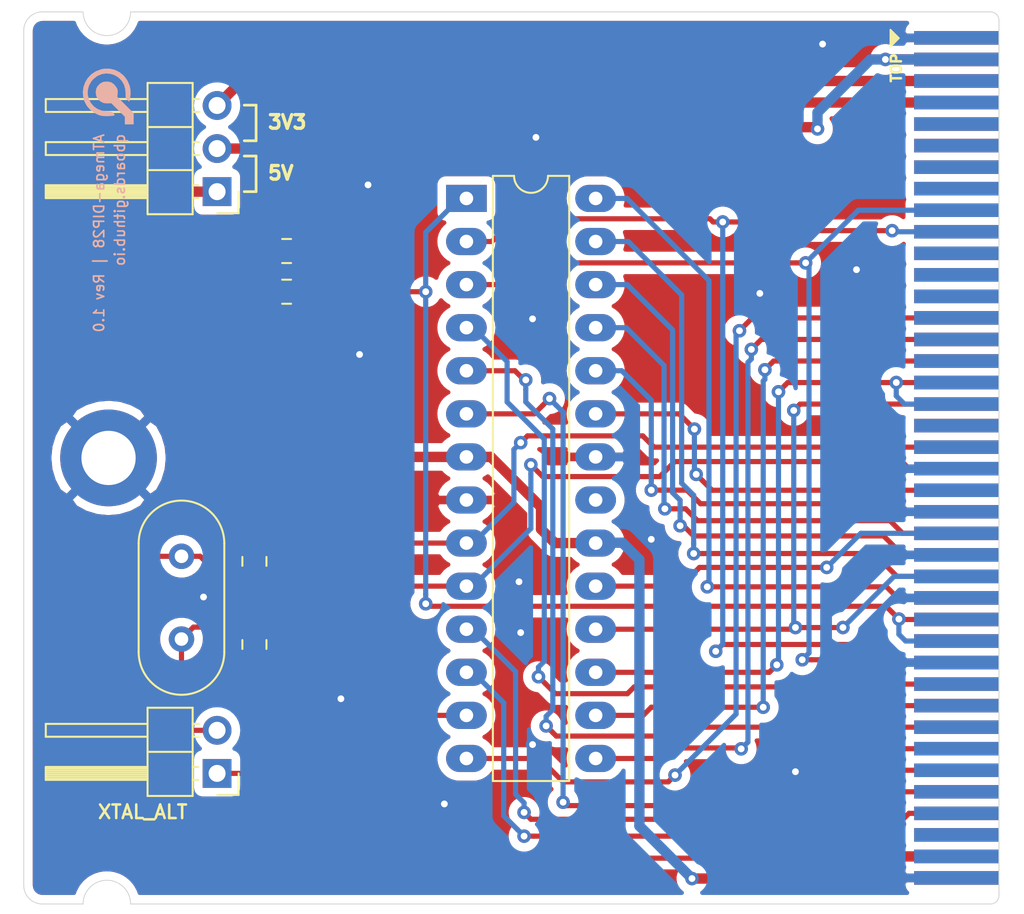
<source format=kicad_pcb>
(kicad_pcb (version 20171130) (host pcbnew "(5.1.2)-1")

  (general
    (thickness 1.6)
    (drawings 23)
    (tracks 382)
    (zones 0)
    (modules 11)
    (nets 28)
  )

  (page A4)
  (title_block
    (title ATmega-Dip28)
    (rev 1.0)
    (company QBoards)
  )

  (layers
    (0 F.Cu signal)
    (31 B.Cu signal)
    (32 B.Adhes user hide)
    (33 F.Adhes user hide)
    (34 B.Paste user hide)
    (35 F.Paste user hide)
    (36 B.SilkS user)
    (37 F.SilkS user hide)
    (38 B.Mask user hide)
    (39 F.Mask user hide)
    (40 Dwgs.User user hide)
    (41 Cmts.User user hide)
    (42 Eco1.User user hide)
    (43 Eco2.User user hide)
    (44 Edge.Cuts user)
    (45 Margin user hide)
    (46 B.CrtYd user hide)
    (47 F.CrtYd user hide)
    (48 B.Fab user hide)
    (49 F.Fab user hide)
  )

  (setup
    (last_trace_width 0.3048)
    (user_trace_width 0.61)
    (trace_clearance 0.2)
    (zone_clearance 0.508)
    (zone_45_only yes)
    (trace_min 0.2)
    (via_size 0.8)
    (via_drill 0.4)
    (via_min_size 0.4)
    (via_min_drill 0.3)
    (uvia_size 0.3)
    (uvia_drill 0.1)
    (uvias_allowed no)
    (uvia_min_size 0.2)
    (uvia_min_drill 0.1)
    (edge_width 0.05)
    (segment_width 0.2)
    (pcb_text_width 0.3)
    (pcb_text_size 1.5 1.5)
    (mod_edge_width 0.12)
    (mod_text_size 1 1)
    (mod_text_width 0.15)
    (pad_size 1.524 1.524)
    (pad_drill 0.762)
    (pad_to_mask_clearance 0.051)
    (solder_mask_min_width 0.25)
    (aux_axis_origin 0 0)
    (visible_elements 7FFFFFFF)
    (pcbplotparams
      (layerselection 0x010fc_ffffffff)
      (usegerberextensions false)
      (usegerberattributes false)
      (usegerberadvancedattributes false)
      (creategerberjobfile false)
      (excludeedgelayer true)
      (linewidth 0.100000)
      (plotframeref false)
      (viasonmask false)
      (mode 1)
      (useauxorigin false)
      (hpglpennumber 1)
      (hpglpenspeed 20)
      (hpglpendiameter 15.000000)
      (psnegative false)
      (psa4output false)
      (plotreference true)
      (plotvalue true)
      (plotinvisibletext false)
      (padsonsilk false)
      (subtractmaskfromsilk false)
      (outputformat 1)
      (mirror false)
      (drillshape 0)
      (scaleselection 1)
      (outputdirectory "gerbers/"))
  )

  (net 0 "")
  (net 1 GND)
  (net 2 VCC)
  (net 3 "Net-(C2-Pad1)")
  (net 4 "Net-(C3-Pad1)")
  (net 5 RESET)
  (net 6 MISO)
  (net 7 MOSI)
  (net 8 "Net-(J1-Pad7)")
  (net 9 "Net-(J1-Pad5)")
  (net 10 SCK)
  (net 11 "Net-(J1-Pad27)")
  (net 12 "Net-(J1-Pad29)")
  (net 13 "Net-(J1-Pad31)")
  (net 14 "Net-(J1-Pad43)")
  (net 15 "Net-(J1-Pad45)")
  (net 16 "Net-(J1-Pad47)")
  (net 17 "Net-(J1-Pad49)")
  (net 18 "Net-(J1-Pad51)")
  (net 19 "Net-(J1-Pad53)")
  (net 20 RX)
  (net 21 TX)
  (net 22 "Net-(J1-Pad63)")
  (net 23 "Net-(J1-Pad65)")
  (net 24 "Net-(J1-Pad67)")
  (net 25 "Net-(J1-Pad69)")
  (net 26 "Net-(J1-Pad71)")
  (net 27 "Net-(J1-Pad73)")

  (net_class Default "This is the default net class."
    (clearance 0.2)
    (trace_width 0.3048)
    (via_dia 0.8)
    (via_drill 0.4)
    (uvia_dia 0.3)
    (uvia_drill 0.1)
    (add_net GND)
    (add_net MISO)
    (add_net MOSI)
    (add_net "Net-(C2-Pad1)")
    (add_net "Net-(C3-Pad1)")
    (add_net "Net-(J1-Pad27)")
    (add_net "Net-(J1-Pad29)")
    (add_net "Net-(J1-Pad31)")
    (add_net "Net-(J1-Pad43)")
    (add_net "Net-(J1-Pad45)")
    (add_net "Net-(J1-Pad47)")
    (add_net "Net-(J1-Pad49)")
    (add_net "Net-(J1-Pad5)")
    (add_net "Net-(J1-Pad51)")
    (add_net "Net-(J1-Pad53)")
    (add_net "Net-(J1-Pad63)")
    (add_net "Net-(J1-Pad65)")
    (add_net "Net-(J1-Pad67)")
    (add_net "Net-(J1-Pad69)")
    (add_net "Net-(J1-Pad7)")
    (add_net "Net-(J1-Pad71)")
    (add_net "Net-(J1-Pad73)")
    (add_net RESET)
    (add_net RX)
    (add_net SCK)
    (add_net TX)
    (add_net VCC)
  )

  (module qboards_aesthetics:logo_url-3mm (layer B.Cu) (tedit 5CF579B1) (tstamp 5FEF7E07)
    (at 126.6 71.3 270)
    (fp_text reference "ATmega-DIP28 | Rev 1.0" (at 2.4384 0.4572 90) (layer B.SilkS)
      (effects (font (size 0.6 0.6) (thickness 0.1)) (justify left mirror))
    )
    (fp_text value LOGO_BRD_REF (at 0 -2.3622 90) (layer B.SilkS) hide
      (effects (font (size 0.6 0.6) (thickness 0.1)) (justify mirror))
    )
    (fp_text user qboards.github.io (at 2.4384 -0.762 90) (layer B.SilkS)
      (effects (font (size 0.6 0.6) (thickness 0.1)) (justify left mirror))
    )
    (fp_poly (pts (xy 0.301751 1.394461) (xy 0.582667 1.316111) (xy 0.844161 1.176542) (xy 1.075553 0.974514)
      (xy 1.266161 0.708785) (xy 1.303875 0.636973) (xy 1.37773 0.475836) (xy 1.419998 0.342842)
      (xy 1.439126 0.20029) (xy 1.443566 0.013664) (xy 1.439594 -0.157438) (xy 1.429078 -0.303015)
      (xy 1.414115 -0.396238) (xy 1.410711 -0.406392) (xy 1.383931 -0.456332) (xy 1.348489 -0.45341)
      (xy 1.279461 -0.394371) (xy 1.273128 -0.388429) (xy 1.21484 -0.321997) (xy 1.182885 -0.243632)
      (xy 1.169652 -0.126196) (xy 1.16747 -0.011671) (xy 1.130012 0.29018) (xy 1.02716 0.553497)
      (xy 0.869991 0.773577) (xy 0.669584 0.945712) (xy 0.437018 1.065199) (xy 0.183372 1.127332)
      (xy -0.080277 1.127405) (xy -0.342849 1.060714) (xy -0.593266 0.922552) (xy -0.738616 0.797882)
      (xy -0.922376 0.561969) (xy -1.032169 0.306442) (xy -1.072891 0.042499) (xy -1.049439 -0.218666)
      (xy -0.966708 -0.465853) (xy -0.829594 -0.687868) (xy -0.642992 -0.873513) (xy -0.411797 -1.011592)
      (xy -0.140906 -1.090908) (xy 0.09333 -1.104832) (xy 0.248968 -1.102978) (xy 0.34842 -1.116252)
      (xy 0.419803 -1.151909) (xy 0.478353 -1.204178) (xy 0.587693 -1.313518) (xy 0.422963 -1.359256)
      (xy 0.178868 -1.397375) (xy -0.090528 -1.392549) (xy -0.338117 -1.345713) (xy -0.343492 -1.344052)
      (xy -0.660977 -1.204782) (xy -0.925946 -1.007348) (xy -1.132568 -0.76185) (xy -1.275016 -0.47839)
      (xy -1.347458 -0.167068) (xy -1.344068 0.162016) (xy -1.311358 0.333052) (xy -1.193529 0.648479)
      (xy -1.020362 0.911375) (xy -0.802536 1.1205) (xy -0.550731 1.274612) (xy -0.275628 1.372471)
      (xy 0.012092 1.412834) (xy 0.301751 1.394461)) (layer B.SilkS) (width 0.01))
    (fp_poly (pts (xy 0.229107 0.630267) (xy 0.384132 0.565267) (xy 0.392712 0.559141) (xy 0.571873 0.387566)
      (xy 0.671563 0.193924) (xy 0.695785 -0.029709) (xy 0.695247 -0.039303) (xy 0.681566 -0.260639)
      (xy 1.082897 -0.66372) (xy 1.484227 -1.0668) (xy 1.9304 -1.0668) (xy 1.9304 -1.5748)
      (xy 1.272852 -1.5748) (xy 0.794695 -1.095283) (xy 0.316537 -0.615765) (xy 0.096885 -0.633387)
      (xy -0.056582 -0.636172) (xy -0.169617 -0.608257) (xy -0.267041 -0.551988) (xy -0.441484 -0.406408)
      (xy -0.543765 -0.250165) (xy -0.585771 -0.062377) (xy -0.588434 0.0127) (xy -0.563995 0.217089)
      (xy -0.482479 0.383076) (xy -0.331592 0.533767) (xy -0.296964 0.560417) (xy -0.146721 0.627908)
      (xy 0.040396 0.651169) (xy 0.229107 0.630267)) (layer B.SilkS) (width 0.01))
  )

  (module Connector_PinHeader_2.54mm:PinHeader_1x02_P2.54mm_Horizontal (layer F.Cu) (tedit 59FED5CB) (tstamp 5FECF5E2)
    (at 133.1 111.5 180)
    (descr "Through hole angled pin header, 1x02, 2.54mm pitch, 6mm pin length, single row")
    (tags "Through hole angled pin header THT 1x02 2.54mm single row")
    (path /5FED3F80)
    (fp_text reference XTAL_ALT (at 4.385 -2.27) (layer F.SilkS)
      (effects (font (size 0.8 0.8) (thickness 0.15)))
    )
    (fp_text value Conn_01x02_Male (at 4.385 4.81) (layer F.Fab)
      (effects (font (size 1 1) (thickness 0.15)))
    )
    (fp_text user %R (at 2.77 1.27 90) (layer F.Fab)
      (effects (font (size 1 1) (thickness 0.15)))
    )
    (fp_line (start 10.55 -1.8) (end -1.8 -1.8) (layer F.CrtYd) (width 0.05))
    (fp_line (start 10.55 4.35) (end 10.55 -1.8) (layer F.CrtYd) (width 0.05))
    (fp_line (start -1.8 4.35) (end 10.55 4.35) (layer F.CrtYd) (width 0.05))
    (fp_line (start -1.8 -1.8) (end -1.8 4.35) (layer F.CrtYd) (width 0.05))
    (fp_line (start -1.27 -1.27) (end 0 -1.27) (layer F.SilkS) (width 0.12))
    (fp_line (start -1.27 0) (end -1.27 -1.27) (layer F.SilkS) (width 0.12))
    (fp_line (start 1.042929 2.92) (end 1.44 2.92) (layer F.SilkS) (width 0.12))
    (fp_line (start 1.042929 2.16) (end 1.44 2.16) (layer F.SilkS) (width 0.12))
    (fp_line (start 10.1 2.92) (end 4.1 2.92) (layer F.SilkS) (width 0.12))
    (fp_line (start 10.1 2.16) (end 10.1 2.92) (layer F.SilkS) (width 0.12))
    (fp_line (start 4.1 2.16) (end 10.1 2.16) (layer F.SilkS) (width 0.12))
    (fp_line (start 1.44 1.27) (end 4.1 1.27) (layer F.SilkS) (width 0.12))
    (fp_line (start 1.11 0.38) (end 1.44 0.38) (layer F.SilkS) (width 0.12))
    (fp_line (start 1.11 -0.38) (end 1.44 -0.38) (layer F.SilkS) (width 0.12))
    (fp_line (start 4.1 0.28) (end 10.1 0.28) (layer F.SilkS) (width 0.12))
    (fp_line (start 4.1 0.16) (end 10.1 0.16) (layer F.SilkS) (width 0.12))
    (fp_line (start 4.1 0.04) (end 10.1 0.04) (layer F.SilkS) (width 0.12))
    (fp_line (start 4.1 -0.08) (end 10.1 -0.08) (layer F.SilkS) (width 0.12))
    (fp_line (start 4.1 -0.2) (end 10.1 -0.2) (layer F.SilkS) (width 0.12))
    (fp_line (start 4.1 -0.32) (end 10.1 -0.32) (layer F.SilkS) (width 0.12))
    (fp_line (start 10.1 0.38) (end 4.1 0.38) (layer F.SilkS) (width 0.12))
    (fp_line (start 10.1 -0.38) (end 10.1 0.38) (layer F.SilkS) (width 0.12))
    (fp_line (start 4.1 -0.38) (end 10.1 -0.38) (layer F.SilkS) (width 0.12))
    (fp_line (start 4.1 -1.33) (end 1.44 -1.33) (layer F.SilkS) (width 0.12))
    (fp_line (start 4.1 3.87) (end 4.1 -1.33) (layer F.SilkS) (width 0.12))
    (fp_line (start 1.44 3.87) (end 4.1 3.87) (layer F.SilkS) (width 0.12))
    (fp_line (start 1.44 -1.33) (end 1.44 3.87) (layer F.SilkS) (width 0.12))
    (fp_line (start 4.04 2.86) (end 10.04 2.86) (layer F.Fab) (width 0.1))
    (fp_line (start 10.04 2.22) (end 10.04 2.86) (layer F.Fab) (width 0.1))
    (fp_line (start 4.04 2.22) (end 10.04 2.22) (layer F.Fab) (width 0.1))
    (fp_line (start -0.32 2.86) (end 1.5 2.86) (layer F.Fab) (width 0.1))
    (fp_line (start -0.32 2.22) (end -0.32 2.86) (layer F.Fab) (width 0.1))
    (fp_line (start -0.32 2.22) (end 1.5 2.22) (layer F.Fab) (width 0.1))
    (fp_line (start 4.04 0.32) (end 10.04 0.32) (layer F.Fab) (width 0.1))
    (fp_line (start 10.04 -0.32) (end 10.04 0.32) (layer F.Fab) (width 0.1))
    (fp_line (start 4.04 -0.32) (end 10.04 -0.32) (layer F.Fab) (width 0.1))
    (fp_line (start -0.32 0.32) (end 1.5 0.32) (layer F.Fab) (width 0.1))
    (fp_line (start -0.32 -0.32) (end -0.32 0.32) (layer F.Fab) (width 0.1))
    (fp_line (start -0.32 -0.32) (end 1.5 -0.32) (layer F.Fab) (width 0.1))
    (fp_line (start 1.5 -0.635) (end 2.135 -1.27) (layer F.Fab) (width 0.1))
    (fp_line (start 1.5 3.81) (end 1.5 -0.635) (layer F.Fab) (width 0.1))
    (fp_line (start 4.04 3.81) (end 1.5 3.81) (layer F.Fab) (width 0.1))
    (fp_line (start 4.04 -1.27) (end 4.04 3.81) (layer F.Fab) (width 0.1))
    (fp_line (start 2.135 -1.27) (end 4.04 -1.27) (layer F.Fab) (width 0.1))
    (pad 2 thru_hole oval (at 0 2.54 180) (size 1.7 1.7) (drill 1) (layers *.Cu *.Mask)
      (net 3 "Net-(C2-Pad1)"))
    (pad 1 thru_hole rect (at 0 0 180) (size 1.7 1.7) (drill 1) (layers *.Cu *.Mask)
      (net 4 "Net-(C3-Pad1)"))
    (model ${KISYS3DMOD}/Connector_PinHeader_2.54mm.3dshapes/PinHeader_1x02_P2.54mm_Horizontal.wrl
      (at (xyz 0 0 0))
      (scale (xyz 1 1 1))
      (rotate (xyz 0 0 0))
    )
  )

  (module Connector_PinHeader_2.54mm:PinHeader_1x03_P2.54mm_Horizontal (layer F.Cu) (tedit 59FED5CB) (tstamp 5F90E07F)
    (at 133.1 77.2 180)
    (descr "Through hole angled pin header, 1x03, 2.54mm pitch, 6mm pin length, single row")
    (tags "Through hole angled pin header THT 1x03 2.54mm single row")
    (path /5F933F84)
    (fp_text reference J2 (at 0 -2.33) (layer F.SilkS) hide
      (effects (font (size 1 1) (thickness 0.15)))
    )
    (fp_text value Conn_01x03_Male (at 0 7.41) (layer F.Fab)
      (effects (font (size 1 1) (thickness 0.15)))
    )
    (fp_text user %R (at 0 2.54 90) (layer F.Fab)
      (effects (font (size 1 1) (thickness 0.15)))
    )
    (fp_line (start 10.55 -1.8) (end -1.8 -1.8) (layer F.CrtYd) (width 0.05))
    (fp_line (start 10.55 6.85) (end 10.55 -1.8) (layer F.CrtYd) (width 0.05))
    (fp_line (start -1.8 6.85) (end 10.55 6.85) (layer F.CrtYd) (width 0.05))
    (fp_line (start -1.8 -1.8) (end -1.8 6.85) (layer F.CrtYd) (width 0.05))
    (fp_line (start -1.27 -1.27) (end 0 -1.27) (layer F.SilkS) (width 0.12))
    (fp_line (start -1.27 0) (end -1.27 -1.27) (layer F.SilkS) (width 0.12))
    (fp_line (start 1.042929 5.46) (end 1.44 5.46) (layer F.SilkS) (width 0.12))
    (fp_line (start 1.042929 4.7) (end 1.44 4.7) (layer F.SilkS) (width 0.12))
    (fp_line (start 10.1 5.46) (end 4.1 5.46) (layer F.SilkS) (width 0.12))
    (fp_line (start 10.1 4.7) (end 10.1 5.46) (layer F.SilkS) (width 0.12))
    (fp_line (start 4.1 4.7) (end 10.1 4.7) (layer F.SilkS) (width 0.12))
    (fp_line (start 1.44 3.81) (end 4.1 3.81) (layer F.SilkS) (width 0.12))
    (fp_line (start 1.042929 2.92) (end 1.44 2.92) (layer F.SilkS) (width 0.12))
    (fp_line (start 1.042929 2.16) (end 1.44 2.16) (layer F.SilkS) (width 0.12))
    (fp_line (start 10.1 2.92) (end 4.1 2.92) (layer F.SilkS) (width 0.12))
    (fp_line (start 10.1 2.16) (end 10.1 2.92) (layer F.SilkS) (width 0.12))
    (fp_line (start 4.1 2.16) (end 10.1 2.16) (layer F.SilkS) (width 0.12))
    (fp_line (start 1.44 1.27) (end 4.1 1.27) (layer F.SilkS) (width 0.12))
    (fp_line (start 1.11 0.38) (end 1.44 0.38) (layer F.SilkS) (width 0.12))
    (fp_line (start 1.11 -0.38) (end 1.44 -0.38) (layer F.SilkS) (width 0.12))
    (fp_line (start 4.1 0.28) (end 10.1 0.28) (layer F.SilkS) (width 0.12))
    (fp_line (start 4.1 0.16) (end 10.1 0.16) (layer F.SilkS) (width 0.12))
    (fp_line (start 4.1 0.04) (end 10.1 0.04) (layer F.SilkS) (width 0.12))
    (fp_line (start 4.1 -0.08) (end 10.1 -0.08) (layer F.SilkS) (width 0.12))
    (fp_line (start 4.1 -0.2) (end 10.1 -0.2) (layer F.SilkS) (width 0.12))
    (fp_line (start 4.1 -0.32) (end 10.1 -0.32) (layer F.SilkS) (width 0.12))
    (fp_line (start 10.1 0.38) (end 4.1 0.38) (layer F.SilkS) (width 0.12))
    (fp_line (start 10.1 -0.38) (end 10.1 0.38) (layer F.SilkS) (width 0.12))
    (fp_line (start 4.1 -0.38) (end 10.1 -0.38) (layer F.SilkS) (width 0.12))
    (fp_line (start 4.1 -1.33) (end 1.44 -1.33) (layer F.SilkS) (width 0.12))
    (fp_line (start 4.1 6.41) (end 4.1 -1.33) (layer F.SilkS) (width 0.12))
    (fp_line (start 1.44 6.41) (end 4.1 6.41) (layer F.SilkS) (width 0.12))
    (fp_line (start 1.44 -1.33) (end 1.44 6.41) (layer F.SilkS) (width 0.12))
    (fp_line (start 4.04 5.4) (end 10.04 5.4) (layer F.Fab) (width 0.1))
    (fp_line (start 10.04 4.76) (end 10.04 5.4) (layer F.Fab) (width 0.1))
    (fp_line (start 4.04 4.76) (end 10.04 4.76) (layer F.Fab) (width 0.1))
    (fp_line (start -0.32 5.4) (end 1.5 5.4) (layer F.Fab) (width 0.1))
    (fp_line (start -0.32 4.76) (end -0.32 5.4) (layer F.Fab) (width 0.1))
    (fp_line (start -0.32 4.76) (end 1.5 4.76) (layer F.Fab) (width 0.1))
    (fp_line (start 4.04 2.86) (end 10.04 2.86) (layer F.Fab) (width 0.1))
    (fp_line (start 10.04 2.22) (end 10.04 2.86) (layer F.Fab) (width 0.1))
    (fp_line (start 4.04 2.22) (end 10.04 2.22) (layer F.Fab) (width 0.1))
    (fp_line (start -0.32 2.86) (end 1.5 2.86) (layer F.Fab) (width 0.1))
    (fp_line (start -0.32 2.22) (end -0.32 2.86) (layer F.Fab) (width 0.1))
    (fp_line (start -0.32 2.22) (end 1.5 2.22) (layer F.Fab) (width 0.1))
    (fp_line (start 4.04 0.32) (end 10.04 0.32) (layer F.Fab) (width 0.1))
    (fp_line (start 10.04 -0.32) (end 10.04 0.32) (layer F.Fab) (width 0.1))
    (fp_line (start 4.04 -0.32) (end 10.04 -0.32) (layer F.Fab) (width 0.1))
    (fp_line (start -0.32 0.32) (end 1.5 0.32) (layer F.Fab) (width 0.1))
    (fp_line (start -0.32 -0.32) (end -0.32 0.32) (layer F.Fab) (width 0.1))
    (fp_line (start -0.32 -0.32) (end 1.5 -0.32) (layer F.Fab) (width 0.1))
    (fp_line (start 1.5 -0.635) (end 2.135 -1.27) (layer F.Fab) (width 0.1))
    (fp_line (start 1.5 6.35) (end 1.5 -0.635) (layer F.Fab) (width 0.1))
    (fp_line (start 4.04 6.35) (end 1.5 6.35) (layer F.Fab) (width 0.1))
    (fp_line (start 4.04 -1.27) (end 4.04 6.35) (layer F.Fab) (width 0.1))
    (fp_line (start 2.135 -1.27) (end 4.04 -1.27) (layer F.Fab) (width 0.1))
    (pad 3 thru_hole oval (at 0 5.08 180) (size 1.7 1.7) (drill 1) (layers *.Cu *.Mask)
      (net 8 "Net-(J1-Pad7)"))
    (pad 2 thru_hole oval (at 0 2.54 180) (size 1.7 1.7) (drill 1) (layers *.Cu *.Mask)
      (net 2 VCC))
    (pad 1 thru_hole rect (at 0 0 180) (size 1.7 1.7) (drill 1) (layers *.Cu *.Mask)
      (net 9 "Net-(J1-Pad5)"))
    (model ${KISYS3DMOD}/Connector_PinHeader_2.54mm.3dshapes/PinHeader_1x03_P2.54mm_Horizontal.wrl
      (at (xyz 0 0 0))
      (scale (xyz 1 1 1))
      (rotate (xyz 0 0 0))
    )
  )

  (module qboards_connectors:modboard_edge_connector (layer F.Cu) (tedit 5FE8D8D1) (tstamp 5F90E068)
    (at 176.7 66.6)
    (path /5F908AFF)
    (fp_text reference J1 (at 0 -1) (layer F.SilkS) hide
      (effects (font (size 1 1) (thickness 0.15)))
    )
    (fp_text value modboard-edge-connector (at 3.5 24.5 270) (layer F.Fab)
      (effects (font (size 1 1) (thickness 0.15)))
    )
    (fp_text user TOP (at -3.55 3.3 90) (layer F.SilkS)
      (effects (font (size 0.6 0.6) (thickness 0.15)))
    )
    (fp_poly (pts (xy -3.4 1.55) (xy -3.9 1.05) (xy -3.9 2.05)) (layer F.SilkS) (width 0.1))
    (fp_line (start -2.95 51.5) (end -3.35 51.7) (layer Dwgs.User) (width 0.12))
    (fp_line (start -2.95 50.5) (end -4.75 51.25) (layer Dwgs.User) (width 0.12))
    (fp_line (start -2.95 49.5) (end -4.75 50.25) (layer Dwgs.User) (width 0.12))
    (fp_line (start -2.95 48.5) (end -4.75 49.25) (layer Dwgs.User) (width 0.12))
    (fp_line (start -2.95 47.5) (end -4.75 48.25) (layer Dwgs.User) (width 0.12))
    (fp_line (start -2.95 46.5) (end -4.75 47.25) (layer Dwgs.User) (width 0.12))
    (fp_line (start -2.95 45.5) (end -4.75 46.25) (layer Dwgs.User) (width 0.12))
    (fp_line (start -2.95 44.5) (end -4.75 45.25) (layer Dwgs.User) (width 0.12))
    (fp_line (start -2.95 43.5) (end -4.75 44.25) (layer Dwgs.User) (width 0.12))
    (fp_line (start -2.95 42.5) (end -4.75 43.25) (layer Dwgs.User) (width 0.12))
    (fp_line (start -2.95 41.5) (end -4.75 42.25) (layer Dwgs.User) (width 0.12))
    (fp_line (start -2.95 40.5) (end -4.75 41.25) (layer Dwgs.User) (width 0.12))
    (fp_line (start -2.95 39.5) (end -4.75 40.25) (layer Dwgs.User) (width 0.12))
    (fp_line (start -2.95 38.5) (end -4.75 39.25) (layer Dwgs.User) (width 0.12))
    (fp_line (start -2.95 37.5) (end -4.75 38.25) (layer Dwgs.User) (width 0.12))
    (fp_line (start -2.95 36.5) (end -4.75 37.25) (layer Dwgs.User) (width 0.12))
    (fp_line (start -2.95 35.5) (end -4.75 36.25) (layer Dwgs.User) (width 0.12))
    (fp_line (start -2.95 34.5) (end -4.75 35.25) (layer Dwgs.User) (width 0.12))
    (fp_line (start -2.95 33.5) (end -4.75 34.25) (layer Dwgs.User) (width 0.12))
    (fp_line (start -2.95 32.5) (end -4.75 33.25) (layer Dwgs.User) (width 0.12))
    (fp_line (start -2.95 31.5) (end -4.75 32.25) (layer Dwgs.User) (width 0.12))
    (fp_line (start -2.95 30.5) (end -4.75 31.25) (layer Dwgs.User) (width 0.12))
    (fp_line (start -2.95 29.5) (end -4.75 30.25) (layer Dwgs.User) (width 0.12))
    (fp_line (start -2.95 28.5) (end -4.75 29.25) (layer Dwgs.User) (width 0.12))
    (fp_line (start -2.95 27.5) (end -4.75 28.25) (layer Dwgs.User) (width 0.12))
    (fp_line (start -2.95 26.5) (end -4.75 27.25) (layer Dwgs.User) (width 0.12))
    (fp_line (start -2.95 25.5) (end -4.75 26.25) (layer Dwgs.User) (width 0.12))
    (fp_line (start -2.95 24.5) (end -4.75 25.25) (layer Dwgs.User) (width 0.12))
    (fp_line (start -2.95 23.5) (end -4.75 24.25) (layer Dwgs.User) (width 0.12))
    (fp_line (start -2.95 22.5) (end -4.75 23.25) (layer Dwgs.User) (width 0.12))
    (fp_line (start -2.95 21.5) (end -4.75 22.25) (layer Dwgs.User) (width 0.12))
    (fp_line (start -2.95 20.5) (end -4.75 21.25) (layer Dwgs.User) (width 0.12))
    (fp_line (start -2.95 19.5) (end -4.75 20.25) (layer Dwgs.User) (width 0.12))
    (fp_line (start -2.95 18.5) (end -4.75 19.25) (layer Dwgs.User) (width 0.12))
    (fp_line (start -2.95 17.5) (end -4.75 18.25) (layer Dwgs.User) (width 0.12))
    (fp_line (start -2.95 16.5) (end -4.75 17.25) (layer Dwgs.User) (width 0.12))
    (fp_line (start -2.95 15.5) (end -4.75 16.25) (layer Dwgs.User) (width 0.12))
    (fp_line (start -2.95 14.5) (end -4.75 15.25) (layer Dwgs.User) (width 0.12))
    (fp_line (start -2.95 13.5) (end -4.75 14.25) (layer Dwgs.User) (width 0.12))
    (fp_line (start -2.95 12.5) (end -4.75 13.25) (layer Dwgs.User) (width 0.12))
    (fp_line (start -2.95 11.5) (end -4.75 12.25) (layer Dwgs.User) (width 0.12))
    (fp_line (start -2.95 10.5) (end -4.75 11.25) (layer Dwgs.User) (width 0.12))
    (fp_line (start -2.95 9.5) (end -4.75 10.25) (layer Dwgs.User) (width 0.12))
    (fp_line (start -2.95 8.5) (end -4.75 9.25) (layer Dwgs.User) (width 0.12))
    (fp_line (start -2.95 7.5) (end -4.75 8.25) (layer Dwgs.User) (width 0.12))
    (fp_line (start -2.95 6.5) (end -4.75 7.25) (layer Dwgs.User) (width 0.12))
    (fp_line (start -2.95 5.5) (end -4.75 6.25) (layer Dwgs.User) (width 0.12))
    (fp_line (start -2.95 4.5) (end -4.75 5.25) (layer Dwgs.User) (width 0.12))
    (fp_line (start -2.95 3.5) (end -4.75 4.25) (layer Dwgs.User) (width 0.12))
    (fp_line (start -2.95 2.5) (end -4.75 3.25) (layer Dwgs.User) (width 0.12))
    (fp_line (start -2.95 1.5) (end -4.75 2.25) (layer Dwgs.User) (width 0.12))
    (fp_line (start -4.2 1) (end -4.75 1.25) (layer Dwgs.User) (width 0.12))
    (fp_line (start -5.15 0.5) (end -5.15 52.1) (layer Dwgs.User) (width 0.12))
    (fp_line (start -5.15 0) (end -5.15 52.6) (layer B.CrtYd) (width 0.05))
    (fp_line (start -5.15 52.6) (end 2.5 52.6) (layer B.CrtYd) (width 0.05))
    (fp_line (start 2.5 52.6) (end 2.5 0) (layer B.CrtYd) (width 0.05))
    (fp_line (start 2.5 0) (end -5.15 0) (layer B.CrtYd) (width 0.05))
    (fp_line (start 2.5 0) (end -5.15 0) (layer F.CrtYd) (width 0.05))
    (fp_line (start 2.5 52.6) (end 2.5 0) (layer F.CrtYd) (width 0.05))
    (fp_line (start -5.15 52.6) (end 2.5 52.6) (layer F.CrtYd) (width 0.05))
    (fp_line (start -5.15 0) (end -5.15 52.6) (layer F.CrtYd) (width 0.05))
    (fp_line (start 2.5 0.5) (end 2.5 52.1) (layer Dwgs.User) (width 0.12))
    (fp_arc (start 2 0.5) (end 2.5 0.5) (angle -90) (layer Dwgs.User) (width 0.12))
    (fp_arc (start 2 52.1) (end 2 52.6) (angle -90) (layer Dwgs.User) (width 0.12))
    (fp_line (start 2 52.6) (end -5 52.6) (layer Dwgs.User) (width 0.12))
    (fp_line (start 2 0) (end -5 0) (layer Dwgs.User) (width 0.12))
    (pad 1 smd rect (at 0 1.535) (size 5 0.8) (layers F.Cu F.Paste F.Mask)
      (net 1 GND))
    (pad 3 smd rect (at 0 2.805) (size 5 0.8) (layers F.Cu F.Paste F.Mask)
      (net 2 VCC))
    (pad 5 smd rect (at 0 4.075) (size 5 0.8) (layers F.Cu F.Paste F.Mask)
      (net 9 "Net-(J1-Pad5)"))
    (pad 7 smd rect (at 0 5.345) (size 5 0.8) (layers F.Cu F.Paste F.Mask)
      (net 8 "Net-(J1-Pad7)"))
    (pad 9 smd rect (at 0 6.615) (size 5 0.8) (layers F.Cu F.Paste F.Mask))
    (pad 11 smd rect (at 0 7.885) (size 5 0.8) (layers F.Cu F.Paste F.Mask))
    (pad 13 smd rect (at 0 9.155) (size 5 0.8) (layers F.Cu F.Paste F.Mask))
    (pad 15 smd rect (at 0 10.425) (size 5 0.8) (layers F.Cu F.Paste F.Mask))
    (pad 17 smd rect (at 0 11.695) (size 5 0.8) (layers F.Cu F.Paste F.Mask))
    (pad 19 smd rect (at 0 12.965) (size 5 0.8) (layers F.Cu F.Paste F.Mask))
    (pad 21 smd rect (at 0 14.235) (size 5 0.8) (layers F.Cu F.Paste F.Mask))
    (pad 23 smd rect (at 0 15.505) (size 5 0.8) (layers F.Cu F.Paste F.Mask))
    (pad 25 smd rect (at 0 16.775) (size 5 0.8) (layers F.Cu F.Paste F.Mask))
    (pad 27 smd rect (at 0 18.045) (size 5 0.8) (layers F.Cu F.Paste F.Mask)
      (net 11 "Net-(J1-Pad27)"))
    (pad 29 smd rect (at 0 19.315) (size 5 0.8) (layers F.Cu F.Paste F.Mask)
      (net 12 "Net-(J1-Pad29)"))
    (pad 31 smd rect (at 0 20.585) (size 5 0.8) (layers F.Cu F.Paste F.Mask)
      (net 13 "Net-(J1-Pad31)"))
    (pad 33 smd rect (at 0 21.855) (size 5 0.8) (layers F.Cu F.Paste F.Mask)
      (net 7 MOSI))
    (pad 35 smd rect (at 0 23.125) (size 5 0.8) (layers F.Cu F.Paste F.Mask)
      (net 6 MISO))
    (pad 37 smd rect (at 0 24.395) (size 5 0.8) (layers F.Cu F.Paste F.Mask)
      (net 10 SCK))
    (pad 39 smd rect (at 0 25.665) (size 5 0.8) (layers F.Cu F.Paste F.Mask)
      (net 3 "Net-(C2-Pad1)"))
    (pad 41 smd rect (at 0 26.935) (size 5 0.8) (layers F.Cu F.Paste F.Mask)
      (net 4 "Net-(C3-Pad1)"))
    (pad 43 smd rect (at 0 28.205) (size 5 0.8) (layers F.Cu F.Paste F.Mask)
      (net 14 "Net-(J1-Pad43)"))
    (pad 45 smd rect (at 0 29.475) (size 5 0.8) (layers F.Cu F.Paste F.Mask)
      (net 15 "Net-(J1-Pad45)"))
    (pad 47 smd rect (at 0 30.745) (size 5 0.8) (layers F.Cu F.Paste F.Mask)
      (net 16 "Net-(J1-Pad47)"))
    (pad 49 smd rect (at 0 32.015) (size 5 0.8) (layers F.Cu F.Paste F.Mask)
      (net 17 "Net-(J1-Pad49)"))
    (pad 51 smd rect (at 0 33.285) (size 5 0.8) (layers F.Cu F.Paste F.Mask)
      (net 18 "Net-(J1-Pad51)"))
    (pad 53 smd rect (at 0 34.555) (size 5 0.8) (layers F.Cu F.Paste F.Mask)
      (net 19 "Net-(J1-Pad53)"))
    (pad 55 smd rect (at 0 35.825) (size 5 0.8) (layers F.Cu F.Paste F.Mask)
      (net 5 RESET))
    (pad 57 smd rect (at 0 37.095) (size 5 0.8) (layers F.Cu F.Paste F.Mask))
    (pad 59 smd rect (at 0 38.365) (size 5 0.8) (layers F.Cu F.Paste F.Mask)
      (net 20 RX))
    (pad 61 smd rect (at 0 39.635) (size 5 0.8) (layers F.Cu F.Paste F.Mask)
      (net 21 TX))
    (pad 63 smd rect (at 0 40.905) (size 5 0.8) (layers F.Cu F.Paste F.Mask)
      (net 22 "Net-(J1-Pad63)"))
    (pad 65 smd rect (at 0 42.175) (size 5 0.8) (layers F.Cu F.Paste F.Mask)
      (net 23 "Net-(J1-Pad65)"))
    (pad 67 smd rect (at 0 43.445) (size 5 0.8) (layers F.Cu F.Paste F.Mask)
      (net 24 "Net-(J1-Pad67)"))
    (pad 69 smd rect (at 0 44.715) (size 5 0.8) (layers F.Cu F.Paste F.Mask)
      (net 25 "Net-(J1-Pad69)"))
    (pad 71 smd rect (at 0 45.985) (size 5 0.8) (layers F.Cu F.Paste F.Mask)
      (net 26 "Net-(J1-Pad71)"))
    (pad 73 smd rect (at 0 47.255) (size 5 0.8) (layers F.Cu F.Paste F.Mask)
      (net 27 "Net-(J1-Pad73)"))
    (pad 75 smd rect (at 0 48.525) (size 5 0.8) (layers F.Cu F.Paste F.Mask))
    (pad 77 smd rect (at 0 49.795) (size 5 0.8) (layers F.Cu F.Paste F.Mask)
      (net 2 VCC))
    (pad 79 smd rect (at 0 51.065) (size 5 0.8) (layers F.Cu F.Paste F.Mask)
      (net 1 GND))
    (pad 2 smd rect (at 0 1.535) (size 5 0.8) (layers B.Cu B.Paste B.Mask)
      (net 1 GND))
    (pad 4 smd rect (at 0 2.805) (size 5 0.8) (layers B.Cu B.Paste B.Mask)
      (net 2 VCC))
    (pad 6 smd rect (at 0 4.075) (size 5 0.8) (layers B.Cu B.Paste B.Mask)
      (net 9 "Net-(J1-Pad5)"))
    (pad 8 smd rect (at 0 5.345) (size 5 0.8) (layers B.Cu B.Paste B.Mask)
      (net 8 "Net-(J1-Pad7)"))
    (pad 10 smd rect (at 0 6.615) (size 5 0.8) (layers B.Cu B.Paste B.Mask))
    (pad 12 smd rect (at 0 7.885) (size 5 0.8) (layers B.Cu B.Paste B.Mask))
    (pad 14 smd rect (at 0 9.155) (size 5 0.8) (layers B.Cu B.Paste B.Mask))
    (pad 16 smd rect (at 0 10.425) (size 5 0.8) (layers B.Cu B.Paste B.Mask))
    (pad 18 smd rect (at 0 11.695) (size 5 0.8) (layers B.Cu B.Paste B.Mask)
      (net 21 TX))
    (pad 20 smd rect (at 0 12.965) (size 5 0.8) (layers B.Cu B.Paste B.Mask)
      (net 20 RX))
    (pad 22 smd rect (at 0 14.235) (size 5 0.8) (layers B.Cu B.Paste B.Mask))
    (pad 24 smd rect (at 0 15.505) (size 5 0.8) (layers B.Cu B.Paste B.Mask))
    (pad 26 smd rect (at 0 16.775) (size 5 0.8) (layers B.Cu B.Paste B.Mask))
    (pad 28 smd rect (at 0 18.045) (size 5 0.8) (layers B.Cu B.Paste B.Mask))
    (pad 30 smd rect (at 0 19.315) (size 5 0.8) (layers B.Cu B.Paste B.Mask))
    (pad 32 smd rect (at 0 20.585) (size 5 0.8) (layers B.Cu B.Paste B.Mask))
    (pad 34 smd rect (at 0 21.855) (size 5 0.8) (layers B.Cu B.Paste B.Mask))
    (pad 36 smd rect (at 0 23.125) (size 5 0.8) (layers B.Cu B.Paste B.Mask)
      (net 7 MOSI))
    (pad 38 smd rect (at 0 24.395) (size 5 0.8) (layers B.Cu B.Paste B.Mask))
    (pad 40 smd rect (at 0 25.665) (size 5 0.8) (layers B.Cu B.Paste B.Mask))
    (pad 42 smd rect (at 0 26.935) (size 5 0.8) (layers B.Cu B.Paste B.Mask)
      (net 1 GND))
    (pad 44 smd rect (at 0 28.205) (size 5 0.8) (layers B.Cu B.Paste B.Mask)
      (net 5 RESET))
    (pad 46 smd rect (at 0 29.475) (size 5 0.8) (layers B.Cu B.Paste B.Mask)
      (net 1 GND))
    (pad 48 smd rect (at 0 30.745) (size 5 0.8) (layers B.Cu B.Paste B.Mask)
      (net 10 SCK))
    (pad 50 smd rect (at 0 32.015) (size 5 0.8) (layers B.Cu B.Paste B.Mask)
      (net 1 GND))
    (pad 52 smd rect (at 0 33.285) (size 5 0.8) (layers B.Cu B.Paste B.Mask)
      (net 6 MISO))
    (pad 54 smd rect (at 0 34.555) (size 5 0.8) (layers B.Cu B.Paste B.Mask)
      (net 1 GND))
    (pad 56 smd rect (at 0 35.825) (size 5 0.8) (layers B.Cu B.Paste B.Mask))
    (pad 58 smd rect (at 0 37.095) (size 5 0.8) (layers B.Cu B.Paste B.Mask)
      (net 5 RESET))
    (pad 60 smd rect (at 0 38.365) (size 5 0.8) (layers B.Cu B.Paste B.Mask)
      (net 1 GND))
    (pad 62 smd rect (at 0 39.635) (size 5 0.8) (layers B.Cu B.Paste B.Mask))
    (pad 64 smd rect (at 0 40.905) (size 5 0.8) (layers B.Cu B.Paste B.Mask))
    (pad 66 smd rect (at 0 42.175) (size 5 0.8) (layers B.Cu B.Paste B.Mask))
    (pad 68 smd rect (at 0 43.445) (size 5 0.8) (layers B.Cu B.Paste B.Mask))
    (pad 70 smd rect (at 0 44.715) (size 5 0.8) (layers B.Cu B.Paste B.Mask))
    (pad 72 smd rect (at 0 45.985) (size 5 0.8) (layers B.Cu B.Paste B.Mask))
    (pad 74 smd rect (at 0 47.255) (size 5 0.8) (layers B.Cu B.Paste B.Mask))
    (pad 76 smd rect (at 0 48.525) (size 5 0.8) (layers B.Cu B.Paste B.Mask))
    (pad 78 smd rect (at 0 49.795) (size 5 0.8) (layers B.Cu B.Paste B.Mask)
      (net 2 VCC))
    (pad 80 smd rect (at 0 51.065) (size 5 0.8) (layers B.Cu B.Paste B.Mask)
      (net 1 GND))
  )

  (module Package_DIP:DIP-28_W7.62mm_LongPads (layer F.Cu) (tedit 5A02E8C5) (tstamp 5FE95152)
    (at 147.8 77.6)
    (descr "28-lead though-hole mounted DIP package, row spacing 7.62 mm (300 mils), LongPads")
    (tags "THT DIP DIL PDIP 2.54mm 7.62mm 300mil LongPads")
    (path /5FE9344A)
    (fp_text reference U1 (at 3.81 -2.33) (layer F.SilkS) hide
      (effects (font (size 1 1) (thickness 0.15)))
    )
    (fp_text value ATMEGA328P-PU (at 3.81 35.35) (layer F.Fab)
      (effects (font (size 1 1) (thickness 0.15)))
    )
    (fp_text user %R (at 3.81 16.51) (layer F.Fab)
      (effects (font (size 1 1) (thickness 0.15)))
    )
    (fp_line (start 9.1 -1.55) (end -1.45 -1.55) (layer F.CrtYd) (width 0.05))
    (fp_line (start 9.1 34.55) (end 9.1 -1.55) (layer F.CrtYd) (width 0.05))
    (fp_line (start -1.45 34.55) (end 9.1 34.55) (layer F.CrtYd) (width 0.05))
    (fp_line (start -1.45 -1.55) (end -1.45 34.55) (layer F.CrtYd) (width 0.05))
    (fp_line (start 6.06 -1.33) (end 4.81 -1.33) (layer F.SilkS) (width 0.12))
    (fp_line (start 6.06 34.35) (end 6.06 -1.33) (layer F.SilkS) (width 0.12))
    (fp_line (start 1.56 34.35) (end 6.06 34.35) (layer F.SilkS) (width 0.12))
    (fp_line (start 1.56 -1.33) (end 1.56 34.35) (layer F.SilkS) (width 0.12))
    (fp_line (start 2.81 -1.33) (end 1.56 -1.33) (layer F.SilkS) (width 0.12))
    (fp_line (start 0.635 -0.27) (end 1.635 -1.27) (layer F.Fab) (width 0.1))
    (fp_line (start 0.635 34.29) (end 0.635 -0.27) (layer F.Fab) (width 0.1))
    (fp_line (start 6.985 34.29) (end 0.635 34.29) (layer F.Fab) (width 0.1))
    (fp_line (start 6.985 -1.27) (end 6.985 34.29) (layer F.Fab) (width 0.1))
    (fp_line (start 1.635 -1.27) (end 6.985 -1.27) (layer F.Fab) (width 0.1))
    (fp_arc (start 3.81 -1.33) (end 2.81 -1.33) (angle -180) (layer F.SilkS) (width 0.12))
    (pad 28 thru_hole oval (at 7.62 0) (size 2.4 1.6) (drill 0.8) (layers *.Cu *.Mask)
      (net 19 "Net-(J1-Pad53)"))
    (pad 14 thru_hole oval (at 0 33.02) (size 2.4 1.6) (drill 0.8) (layers *.Cu *.Mask)
      (net 11 "Net-(J1-Pad27)"))
    (pad 27 thru_hole oval (at 7.62 2.54) (size 2.4 1.6) (drill 0.8) (layers *.Cu *.Mask)
      (net 18 "Net-(J1-Pad51)"))
    (pad 13 thru_hole oval (at 0 30.48) (size 2.4 1.6) (drill 0.8) (layers *.Cu *.Mask)
      (net 27 "Net-(J1-Pad73)"))
    (pad 26 thru_hole oval (at 7.62 5.08) (size 2.4 1.6) (drill 0.8) (layers *.Cu *.Mask)
      (net 17 "Net-(J1-Pad49)"))
    (pad 12 thru_hole oval (at 0 27.94) (size 2.4 1.6) (drill 0.8) (layers *.Cu *.Mask)
      (net 26 "Net-(J1-Pad71)"))
    (pad 25 thru_hole oval (at 7.62 7.62) (size 2.4 1.6) (drill 0.8) (layers *.Cu *.Mask)
      (net 16 "Net-(J1-Pad47)"))
    (pad 11 thru_hole oval (at 0 25.4) (size 2.4 1.6) (drill 0.8) (layers *.Cu *.Mask)
      (net 25 "Net-(J1-Pad69)"))
    (pad 24 thru_hole oval (at 7.62 10.16) (size 2.4 1.6) (drill 0.8) (layers *.Cu *.Mask)
      (net 15 "Net-(J1-Pad45)"))
    (pad 10 thru_hole oval (at 0 22.86) (size 2.4 1.6) (drill 0.8) (layers *.Cu *.Mask)
      (net 4 "Net-(C3-Pad1)"))
    (pad 23 thru_hole oval (at 7.62 12.7) (size 2.4 1.6) (drill 0.8) (layers *.Cu *.Mask)
      (net 14 "Net-(J1-Pad43)"))
    (pad 9 thru_hole oval (at 0 20.32) (size 2.4 1.6) (drill 0.8) (layers *.Cu *.Mask)
      (net 3 "Net-(C2-Pad1)"))
    (pad 22 thru_hole oval (at 7.62 15.24) (size 2.4 1.6) (drill 0.8) (layers *.Cu *.Mask)
      (net 1 GND))
    (pad 8 thru_hole oval (at 0 17.78) (size 2.4 1.6) (drill 0.8) (layers *.Cu *.Mask)
      (net 1 GND))
    (pad 21 thru_hole oval (at 7.62 17.78) (size 2.4 1.6) (drill 0.8) (layers *.Cu *.Mask))
    (pad 7 thru_hole oval (at 0 15.24) (size 2.4 1.6) (drill 0.8) (layers *.Cu *.Mask)
      (net 2 VCC))
    (pad 20 thru_hole oval (at 7.62 20.32) (size 2.4 1.6) (drill 0.8) (layers *.Cu *.Mask)
      (net 2 VCC))
    (pad 6 thru_hole oval (at 0 12.7) (size 2.4 1.6) (drill 0.8) (layers *.Cu *.Mask)
      (net 24 "Net-(J1-Pad67)"))
    (pad 19 thru_hole oval (at 7.62 22.86) (size 2.4 1.6) (drill 0.8) (layers *.Cu *.Mask)
      (net 10 SCK))
    (pad 5 thru_hole oval (at 0 10.16) (size 2.4 1.6) (drill 0.8) (layers *.Cu *.Mask)
      (net 23 "Net-(J1-Pad65)"))
    (pad 18 thru_hole oval (at 7.62 25.4) (size 2.4 1.6) (drill 0.8) (layers *.Cu *.Mask)
      (net 6 MISO))
    (pad 4 thru_hole oval (at 0 7.62) (size 2.4 1.6) (drill 0.8) (layers *.Cu *.Mask)
      (net 22 "Net-(J1-Pad63)"))
    (pad 17 thru_hole oval (at 7.62 27.94) (size 2.4 1.6) (drill 0.8) (layers *.Cu *.Mask)
      (net 7 MOSI))
    (pad 3 thru_hole oval (at 0 5.08) (size 2.4 1.6) (drill 0.8) (layers *.Cu *.Mask)
      (net 21 TX))
    (pad 16 thru_hole oval (at 7.62 30.48) (size 2.4 1.6) (drill 0.8) (layers *.Cu *.Mask)
      (net 13 "Net-(J1-Pad31)"))
    (pad 2 thru_hole oval (at 0 2.54) (size 2.4 1.6) (drill 0.8) (layers *.Cu *.Mask)
      (net 20 RX))
    (pad 15 thru_hole oval (at 7.62 33.02) (size 2.4 1.6) (drill 0.8) (layers *.Cu *.Mask)
      (net 12 "Net-(J1-Pad29)"))
    (pad 1 thru_hole rect (at 0 0) (size 2.4 1.6) (drill 0.8) (layers *.Cu *.Mask)
      (net 5 RESET))
    (model ${KISYS3DMOD}/Package_DIP.3dshapes/DIP-28_W7.62mm.wrl
      (at (xyz 0 0 0))
      (scale (xyz 1 1 1))
      (rotate (xyz 0 0 0))
    )
  )

  (module MountingHole:MountingHole_3.2mm_M3_ISO7380_Pad (layer F.Cu) (tedit 56D1B4CB) (tstamp 5FE8BC27)
    (at 126.7 92.9)
    (descr "Mounting Hole 3.2mm, M3, ISO7380")
    (tags "mounting hole 3.2mm m3 iso7380")
    (path /5FE8ED86)
    (attr virtual)
    (fp_text reference H1 (at 0 -3.85) (layer F.SilkS) hide
      (effects (font (size 1 1) (thickness 0.15)))
    )
    (fp_text value MountingHole_Pad (at 0 3.85) (layer F.Fab)
      (effects (font (size 1 1) (thickness 0.15)))
    )
    (fp_circle (center 0 0) (end 3.1 0) (layer F.CrtYd) (width 0.05))
    (fp_circle (center 0 0) (end 2.85 0) (layer Cmts.User) (width 0.15))
    (fp_text user %R (at 0.3 0) (layer F.Fab)
      (effects (font (size 1 1) (thickness 0.15)))
    )
    (pad 1 thru_hole circle (at 0 0) (size 5.7 5.7) (drill 3.2) (layers *.Cu *.Mask)
      (net 1 GND))
  )

  (module Crystal:Crystal_HC49-4H_Vertical (layer F.Cu) (tedit 5A1AD3B7) (tstamp 5FEB803D)
    (at 131 98.7 270)
    (descr "Crystal THT HC-49-4H http://5hertz.com/pdfs/04404_D.pdf")
    (tags "THT crystalHC-49-4H")
    (path /5F92AACE)
    (fp_text reference Y1 (at 2.44 -3.525 90) (layer F.SilkS) hide
      (effects (font (size 1 1) (thickness 0.15)))
    )
    (fp_text value Crystal (at 2.44 3.525 90) (layer F.Fab)
      (effects (font (size 1 1) (thickness 0.15)))
    )
    (fp_arc (start 5.64 0) (end 5.64 -2.525) (angle 180) (layer F.SilkS) (width 0.12))
    (fp_arc (start -0.76 0) (end -0.76 -2.525) (angle -180) (layer F.SilkS) (width 0.12))
    (fp_arc (start 5.44 0) (end 5.44 -2) (angle 180) (layer F.Fab) (width 0.1))
    (fp_arc (start -0.56 0) (end -0.56 -2) (angle -180) (layer F.Fab) (width 0.1))
    (fp_arc (start 5.64 0) (end 5.64 -2.325) (angle 180) (layer F.Fab) (width 0.1))
    (fp_arc (start -0.76 0) (end -0.76 -2.325) (angle -180) (layer F.Fab) (width 0.1))
    (fp_line (start 8.5 -2.8) (end -3.6 -2.8) (layer F.CrtYd) (width 0.05))
    (fp_line (start 8.5 2.8) (end 8.5 -2.8) (layer F.CrtYd) (width 0.05))
    (fp_line (start -3.6 2.8) (end 8.5 2.8) (layer F.CrtYd) (width 0.05))
    (fp_line (start -3.6 -2.8) (end -3.6 2.8) (layer F.CrtYd) (width 0.05))
    (fp_line (start -0.76 2.525) (end 5.64 2.525) (layer F.SilkS) (width 0.12))
    (fp_line (start -0.76 -2.525) (end 5.64 -2.525) (layer F.SilkS) (width 0.12))
    (fp_line (start -0.56 2) (end 5.44 2) (layer F.Fab) (width 0.1))
    (fp_line (start -0.56 -2) (end 5.44 -2) (layer F.Fab) (width 0.1))
    (fp_line (start -0.76 2.325) (end 5.64 2.325) (layer F.Fab) (width 0.1))
    (fp_line (start -0.76 -2.325) (end 5.64 -2.325) (layer F.Fab) (width 0.1))
    (fp_text user %R (at 2.44 0 90) (layer F.Fab)
      (effects (font (size 1 1) (thickness 0.15)))
    )
    (pad 2 thru_hole circle (at 4.88 0 270) (size 1.5 1.5) (drill 0.8) (layers *.Cu *.Mask)
      (net 4 "Net-(C3-Pad1)"))
    (pad 1 thru_hole circle (at 0 0 270) (size 1.5 1.5) (drill 0.8) (layers *.Cu *.Mask)
      (net 3 "Net-(C2-Pad1)"))
    (model ${KISYS3DMOD}/Crystal.3dshapes/Crystal_HC49-4H_Vertical.wrl
      (at (xyz 0 0 0))
      (scale (xyz 1 1 1))
      (rotate (xyz 0 0 0))
    )
  )

  (module Resistor_SMD:R_0805_2012Metric_Pad1.15x1.40mm_HandSolder (layer F.Cu) (tedit 5B36C52B) (tstamp 5FEBB350)
    (at 137.2 83.1)
    (descr "Resistor SMD 0805 (2012 Metric), square (rectangular) end terminal, IPC_7351 nominal with elongated pad for handsoldering. (Body size source: https://docs.google.com/spreadsheets/d/1BsfQQcO9C6DZCsRaXUlFlo91Tg2WpOkGARC1WS5S8t0/edit?usp=sharing), generated with kicad-footprint-generator")
    (tags "resistor handsolder")
    (path /5F91DF9F)
    (attr smd)
    (fp_text reference R1 (at -3.025 -0.1) (layer F.SilkS) hide
      (effects (font (size 1 1) (thickness 0.15)))
    )
    (fp_text value 10K (at 0 1.65) (layer F.Fab)
      (effects (font (size 1 1) (thickness 0.15)))
    )
    (fp_text user %R (at 0 0) (layer F.Fab)
      (effects (font (size 0.5 0.5) (thickness 0.08)))
    )
    (fp_line (start 1.85 0.95) (end -1.85 0.95) (layer F.CrtYd) (width 0.05))
    (fp_line (start 1.85 -0.95) (end 1.85 0.95) (layer F.CrtYd) (width 0.05))
    (fp_line (start -1.85 -0.95) (end 1.85 -0.95) (layer F.CrtYd) (width 0.05))
    (fp_line (start -1.85 0.95) (end -1.85 -0.95) (layer F.CrtYd) (width 0.05))
    (fp_line (start -0.261252 0.71) (end 0.261252 0.71) (layer F.SilkS) (width 0.12))
    (fp_line (start -0.261252 -0.71) (end 0.261252 -0.71) (layer F.SilkS) (width 0.12))
    (fp_line (start 1 0.6) (end -1 0.6) (layer F.Fab) (width 0.1))
    (fp_line (start 1 -0.6) (end 1 0.6) (layer F.Fab) (width 0.1))
    (fp_line (start -1 -0.6) (end 1 -0.6) (layer F.Fab) (width 0.1))
    (fp_line (start -1 0.6) (end -1 -0.6) (layer F.Fab) (width 0.1))
    (pad 2 smd roundrect (at 1.025 0) (size 1.15 1.4) (layers F.Cu F.Paste F.Mask) (roundrect_rratio 0.217391)
      (net 5 RESET))
    (pad 1 smd roundrect (at -1.025 0) (size 1.15 1.4) (layers F.Cu F.Paste F.Mask) (roundrect_rratio 0.217391)
      (net 2 VCC))
    (model ${KISYS3DMOD}/Resistor_SMD.3dshapes/R_0805_2012Metric.wrl
      (at (xyz 0 0 0))
      (scale (xyz 1 1 1))
      (rotate (xyz 0 0 0))
    )
  )

  (module Capacitor_SMD:C_0805_2012Metric_Pad1.15x1.40mm_HandSolder (layer F.Cu) (tedit 5B36C52B) (tstamp 5F90E00F)
    (at 135.3 103.9 270)
    (descr "Capacitor SMD 0805 (2012 Metric), square (rectangular) end terminal, IPC_7351 nominal with elongated pad for handsoldering. (Body size source: https://docs.google.com/spreadsheets/d/1BsfQQcO9C6DZCsRaXUlFlo91Tg2WpOkGARC1WS5S8t0/edit?usp=sharing), generated with kicad-footprint-generator")
    (tags "capacitor handsolder")
    (path /5F92F97E)
    (attr smd)
    (fp_text reference C3 (at 0 1.6 90) (layer F.SilkS) hide
      (effects (font (size 1 1) (thickness 0.15)))
    )
    (fp_text value C (at 0 1.65 90) (layer F.Fab)
      (effects (font (size 1 1) (thickness 0.15)))
    )
    (fp_text user %R (at 0 0 90) (layer F.Fab)
      (effects (font (size 0.5 0.5) (thickness 0.08)))
    )
    (fp_line (start 1.85 0.95) (end -1.85 0.95) (layer F.CrtYd) (width 0.05))
    (fp_line (start 1.85 -0.95) (end 1.85 0.95) (layer F.CrtYd) (width 0.05))
    (fp_line (start -1.85 -0.95) (end 1.85 -0.95) (layer F.CrtYd) (width 0.05))
    (fp_line (start -1.85 0.95) (end -1.85 -0.95) (layer F.CrtYd) (width 0.05))
    (fp_line (start -0.261252 0.71) (end 0.261252 0.71) (layer F.SilkS) (width 0.12))
    (fp_line (start -0.261252 -0.71) (end 0.261252 -0.71) (layer F.SilkS) (width 0.12))
    (fp_line (start 1 0.6) (end -1 0.6) (layer F.Fab) (width 0.1))
    (fp_line (start 1 -0.6) (end 1 0.6) (layer F.Fab) (width 0.1))
    (fp_line (start -1 -0.6) (end 1 -0.6) (layer F.Fab) (width 0.1))
    (fp_line (start -1 0.6) (end -1 -0.6) (layer F.Fab) (width 0.1))
    (pad 2 smd roundrect (at 1.025 0 270) (size 1.15 1.4) (layers F.Cu F.Paste F.Mask) (roundrect_rratio 0.217391)
      (net 1 GND))
    (pad 1 smd roundrect (at -1.025 0 270) (size 1.15 1.4) (layers F.Cu F.Paste F.Mask) (roundrect_rratio 0.217391)
      (net 4 "Net-(C3-Pad1)"))
    (model ${KISYS3DMOD}/Capacitor_SMD.3dshapes/C_0805_2012Metric.wrl
      (at (xyz 0 0 0))
      (scale (xyz 1 1 1))
      (rotate (xyz 0 0 0))
    )
  )

  (module Capacitor_SMD:C_0805_2012Metric_Pad1.15x1.40mm_HandSolder (layer F.Cu) (tedit 5B36C52B) (tstamp 5FEB7E80)
    (at 135.3 99 90)
    (descr "Capacitor SMD 0805 (2012 Metric), square (rectangular) end terminal, IPC_7351 nominal with elongated pad for handsoldering. (Body size source: https://docs.google.com/spreadsheets/d/1BsfQQcO9C6DZCsRaXUlFlo91Tg2WpOkGARC1WS5S8t0/edit?usp=sharing), generated with kicad-footprint-generator")
    (tags "capacitor handsolder")
    (path /5F92FEE8)
    (attr smd)
    (fp_text reference C2 (at 0 -1.65 90) (layer F.SilkS) hide
      (effects (font (size 1 1) (thickness 0.15)))
    )
    (fp_text value C (at 0 1.65 90) (layer F.Fab)
      (effects (font (size 1 1) (thickness 0.15)))
    )
    (fp_text user %R (at 0 0 90) (layer F.Fab)
      (effects (font (size 0.5 0.5) (thickness 0.08)))
    )
    (fp_line (start 1.85 0.95) (end -1.85 0.95) (layer F.CrtYd) (width 0.05))
    (fp_line (start 1.85 -0.95) (end 1.85 0.95) (layer F.CrtYd) (width 0.05))
    (fp_line (start -1.85 -0.95) (end 1.85 -0.95) (layer F.CrtYd) (width 0.05))
    (fp_line (start -1.85 0.95) (end -1.85 -0.95) (layer F.CrtYd) (width 0.05))
    (fp_line (start -0.261252 0.71) (end 0.261252 0.71) (layer F.SilkS) (width 0.12))
    (fp_line (start -0.261252 -0.71) (end 0.261252 -0.71) (layer F.SilkS) (width 0.12))
    (fp_line (start 1 0.6) (end -1 0.6) (layer F.Fab) (width 0.1))
    (fp_line (start 1 -0.6) (end 1 0.6) (layer F.Fab) (width 0.1))
    (fp_line (start -1 -0.6) (end 1 -0.6) (layer F.Fab) (width 0.1))
    (fp_line (start -1 0.6) (end -1 -0.6) (layer F.Fab) (width 0.1))
    (pad 2 smd roundrect (at 1.025 0 90) (size 1.15 1.4) (layers F.Cu F.Paste F.Mask) (roundrect_rratio 0.217391)
      (net 1 GND))
    (pad 1 smd roundrect (at -1.025 0 90) (size 1.15 1.4) (layers F.Cu F.Paste F.Mask) (roundrect_rratio 0.217391)
      (net 3 "Net-(C2-Pad1)"))
    (model ${KISYS3DMOD}/Capacitor_SMD.3dshapes/C_0805_2012Metric.wrl
      (at (xyz 0 0 0))
      (scale (xyz 1 1 1))
      (rotate (xyz 0 0 0))
    )
  )

  (module Capacitor_SMD:C_0805_2012Metric_Pad1.15x1.40mm_HandSolder (layer F.Cu) (tedit 5B36C52B) (tstamp 5FEBBEF6)
    (at 137.2 80.7)
    (descr "Capacitor SMD 0805 (2012 Metric), square (rectangular) end terminal, IPC_7351 nominal with elongated pad for handsoldering. (Body size source: https://docs.google.com/spreadsheets/d/1BsfQQcO9C6DZCsRaXUlFlo91Tg2WpOkGARC1WS5S8t0/edit?usp=sharing), generated with kicad-footprint-generator")
    (tags "capacitor handsolder")
    (path /5F918BC8)
    (attr smd)
    (fp_text reference C1 (at -3.025 -0.1) (layer F.SilkS) hide
      (effects (font (size 1 1) (thickness 0.15)))
    )
    (fp_text value C (at 0 1.65) (layer F.Fab)
      (effects (font (size 1 1) (thickness 0.15)))
    )
    (fp_text user %R (at 0 0) (layer F.Fab)
      (effects (font (size 0.5 0.5) (thickness 0.08)))
    )
    (fp_line (start 1.85 0.95) (end -1.85 0.95) (layer F.CrtYd) (width 0.05))
    (fp_line (start 1.85 -0.95) (end 1.85 0.95) (layer F.CrtYd) (width 0.05))
    (fp_line (start -1.85 -0.95) (end 1.85 -0.95) (layer F.CrtYd) (width 0.05))
    (fp_line (start -1.85 0.95) (end -1.85 -0.95) (layer F.CrtYd) (width 0.05))
    (fp_line (start -0.261252 0.71) (end 0.261252 0.71) (layer F.SilkS) (width 0.12))
    (fp_line (start -0.261252 -0.71) (end 0.261252 -0.71) (layer F.SilkS) (width 0.12))
    (fp_line (start 1 0.6) (end -1 0.6) (layer F.Fab) (width 0.1))
    (fp_line (start 1 -0.6) (end 1 0.6) (layer F.Fab) (width 0.1))
    (fp_line (start -1 -0.6) (end 1 -0.6) (layer F.Fab) (width 0.1))
    (fp_line (start -1 0.6) (end -1 -0.6) (layer F.Fab) (width 0.1))
    (pad 2 smd roundrect (at 1.025 0) (size 1.15 1.4) (layers F.Cu F.Paste F.Mask) (roundrect_rratio 0.217391)
      (net 1 GND))
    (pad 1 smd roundrect (at -1.025 0) (size 1.15 1.4) (layers F.Cu F.Paste F.Mask) (roundrect_rratio 0.217391)
      (net 2 VCC))
    (model ${KISYS3DMOD}/Capacitor_SMD.3dshapes/C_0805_2012Metric.wrl
      (at (xyz 0 0 0))
      (scale (xyz 1 1 1))
      (rotate (xyz 0 0 0))
    )
  )

  (dimension 57.5 (width 0.15) (layer Dwgs.User)
    (gr_text "57,500 mm" (at 71.75 117.4) (layer Dwgs.User)
      (effects (font (size 1 1) (thickness 0.15)))
    )
    (feature1 (pts (xy 43 112.4) (xy 43 116.686421)))
    (feature2 (pts (xy 100.5 112.4) (xy 100.5 116.686421)))
    (crossbar (pts (xy 100.5 116.1) (xy 43 116.1)))
    (arrow1a (pts (xy 43 116.1) (xy 44.126504 115.513579)))
    (arrow1b (pts (xy 43 116.1) (xy 44.126504 116.686421)))
    (arrow2a (pts (xy 100.5 116.1) (xy 99.373496 115.513579)))
    (arrow2b (pts (xy 100.5 116.1) (xy 99.373496 116.686421)))
  )
  (dimension 52.5 (width 0.15) (layer Dwgs.User) (tstamp 5FE8E048)
    (gr_text "52,500 mm" (at 74.25 107.103665) (layer Dwgs.User) (tstamp 5FE8E048)
      (effects (font (size 1 1) (thickness 0.15)))
    )
    (feature1 (pts (xy 48 56.7) (xy 48 106.390086)))
    (feature2 (pts (xy 100.5 56.7) (xy 100.5 106.390086)))
    (crossbar (pts (xy 100.5 105.803665) (xy 48 105.803665)))
    (arrow1a (pts (xy 48 105.803665) (xy 49.126504 105.217244)))
    (arrow1b (pts (xy 48 105.803665) (xy 49.126504 106.390086)))
    (arrow2a (pts (xy 100.5 105.803665) (xy 99.373496 105.217244)))
    (arrow2b (pts (xy 100.5 105.803665) (xy 99.373496 106.390086)))
  )
  (dimension 26.3 (width 0.15) (layer Dwgs.User)
    (gr_text "26,300 mm" (at 22.7 73.65 270) (layer Dwgs.User)
      (effects (font (size 1 1) (thickness 0.15)))
    )
    (feature1 (pts (xy 52.4 86.8) (xy 23.413579 86.8)))
    (feature2 (pts (xy 52.4 60.5) (xy 23.413579 60.5)))
    (crossbar (pts (xy 24 60.5) (xy 24 86.8)))
    (arrow1a (pts (xy 24 86.8) (xy 23.413579 85.673496)))
    (arrow1b (pts (xy 24 86.8) (xy 24.586421 85.673496)))
    (arrow2a (pts (xy 24 60.5) (xy 23.413579 61.626504)))
    (arrow2b (pts (xy 24 60.5) (xy 24.586421 61.626504)))
  )
  (gr_text 5V (at 136 76.1) (layer F.SilkS) (tstamp 5FEB9DC0)
    (effects (font (size 0.8 0.8) (thickness 0.2)) (justify left))
  )
  (gr_line (start 135.4 77.2) (end 135.4 75.1) (layer F.SilkS) (width 0.16) (tstamp 5FEB9DBD))
  (gr_line (start 135.4 75.1) (end 134.7 75.1) (layer F.SilkS) (width 0.16) (tstamp 5FEB9DBA))
  (gr_line (start 134.7 77.2) (end 135.4 77.2) (layer F.SilkS) (width 0.16) (tstamp 5FEB9DB7))
  (gr_line (start 135.4 72.1) (end 134.7 72.1) (layer F.SilkS) (width 0.16))
  (gr_line (start 135.4 74.2) (end 135.4 72.1) (layer F.SilkS) (width 0.16))
  (gr_line (start 134.7 74.2) (end 135.4 74.2) (layer F.SilkS) (width 0.16))
  (gr_text 3V3 (at 136 73.1) (layer F.SilkS)
    (effects (font (size 0.8 0.8) (thickness 0.2)) (justify left))
  )
  (gr_arc (start 122.8 67.7) (end 122.8 66.6) (angle -90) (layer Edge.Cuts) (width 0.05) (tstamp 5FE91F64))
  (gr_arc (start 122.8 118.1) (end 121.7 118.1) (angle -90) (layer Edge.Cuts) (width 0.05))
  (gr_line (start 125.2 119.2) (end 122.8 119.2) (layer Edge.Cuts) (width 0.05) (tstamp 5FE91E6B))
  (gr_arc (start 126.6 119.2) (end 128 119.2) (angle -180) (layer Edge.Cuts) (width 0.05) (tstamp 5FE91E57))
  (gr_arc (start 126.6 66.6) (end 125.2 66.6) (angle -180) (layer Edge.Cuts) (width 0.05))
  (gr_line (start 125.2 66.6) (end 122.8 66.6) (layer Edge.Cuts) (width 0.05) (tstamp 5FE91D0C))
  (gr_line (start 128 66.6) (end 178.7 66.6) (layer Edge.Cuts) (width 0.05) (tstamp 5F90ED9C))
  (gr_line (start 121.7 118.1) (end 121.7 67.7) (layer Edge.Cuts) (width 0.05))
  (gr_line (start 178.7 119.2) (end 128 119.2) (layer Edge.Cuts) (width 0.05))
  (gr_line (start 179.2 67.1) (end 179.2 118.7) (layer Edge.Cuts) (width 0.05) (tstamp 5F90ED9B))
  (gr_arc (start 178.7 67.1) (end 179.2 67.1) (angle -90) (layer Edge.Cuts) (width 0.05) (tstamp 5F90ED97))
  (gr_arc (start 178.7 118.7) (end 178.7 119.2) (angle -90) (layer Edge.Cuts) (width 0.05))

  (via (at 165.1 83.2) (size 0.8) (drill 0.4) (layers F.Cu B.Cu) (net 1))
  (segment (start 170.4 100) (end 170.3 100.1) (width 0.3048) (layer B.Cu) (net 1))
  (segment (start 169.2 101.2) (end 169.2 104.4) (width 0.3048) (layer B.Cu) (net 1))
  (segment (start 170.600001 104.400001) (end 171 104.8) (width 0.3048) (layer B.Cu) (net 1))
  (segment (start 169.2 104.4) (end 170.600001 104.400001) (width 0.3048) (layer B.Cu) (net 1))
  (segment (start 170.3 100.1) (end 169.2 101.2) (width 0.3048) (layer B.Cu) (net 1) (tstamp 5FECA641))
  (via (at 146.5 113.3) (size 0.8) (drill 0.4) (layers F.Cu B.Cu) (net 1))
  (via (at 151.9 74) (size 0.8) (drill 0.4) (layers F.Cu B.Cu) (net 1))
  (via (at 167.2 111.4) (size 0.8) (drill 0.4) (layers F.Cu B.Cu) (net 1))
  (via (at 151.7 84.7) (size 0.8) (drill 0.4) (layers F.Cu B.Cu) (net 1))
  (via (at 168.8 68.5) (size 0.8) (drill 0.4) (layers F.Cu B.Cu) (net 1))
  (via (at 151.7 109.8) (size 0.8) (drill 0.4) (layers F.Cu B.Cu) (net 1))
  (via (at 151 103.2) (size 0.8) (drill 0.4) (layers F.Cu B.Cu) (net 1))
  (via (at 150.9 100.2) (size 0.8) (drill 0.4) (layers F.Cu B.Cu) (net 1))
  (via (at 142 76.8) (size 0.8) (drill 0.4) (layers F.Cu B.Cu) (net 1))
  (via (at 158.7 97.7) (size 0.8) (drill 0.4) (layers F.Cu B.Cu) (net 1))
  (via (at 132.3 101.1) (size 0.8) (drill 0.4) (layers F.Cu B.Cu) (net 1))
  (via (at 141.5 86.8) (size 0.8) (drill 0.4) (layers F.Cu B.Cu) (net 1))
  (via (at 140.4 107.1) (size 0.8) (drill 0.4) (layers F.Cu B.Cu) (net 1))
  (via (at 170.8 81.8) (size 0.8) (drill 0.4) (layers F.Cu B.Cu) (net 1))
  (via (at 168.5 73.5) (size 0.8) (drill 0.4) (layers F.Cu B.Cu) (net 2))
  (segment (start 171.629315 69.405) (end 176.7 69.405) (width 0.61) (layer B.Cu) (net 2))
  (segment (start 168.5 73.5) (end 168.5 72.534315) (width 0.61) (layer B.Cu) (net 2))
  (segment (start 168.5 72.534315) (end 171.629315 69.405) (width 0.61) (layer B.Cu) (net 2))
  (via (at 172.505 69.405) (size 0.8) (drill 0.4) (layers F.Cu B.Cu) (net 2))
  (segment (start 176.7 69.405) (end 172.505 69.405) (width 0.61) (layer F.Cu) (net 2))
  (segment (start 136.175 77.2) (end 136.175 74.9) (width 0.61) (layer F.Cu) (net 2))
  (segment (start 135.935 74.66) (end 136.175 74.9) (width 0.61) (layer F.Cu) (net 2))
  (segment (start 133.1 74.66) (end 135.935 74.66) (width 0.61) (layer F.Cu) (net 2))
  (segment (start 155.82 97.92) (end 155.84 97.9) (width 0.61) (layer B.Cu) (net 2))
  (segment (start 155.42 97.92) (end 155.82 97.92) (width 0.61) (layer B.Cu) (net 2))
  (segment (start 155.84 97.9) (end 157 97.9) (width 0.61) (layer B.Cu) (net 2))
  (segment (start 157 97.9) (end 158 98.9) (width 0.61) (layer B.Cu) (net 2))
  (via (at 161.1 117.7) (size 0.8) (drill 0.4) (layers F.Cu B.Cu) (net 2))
  (segment (start 158 98.9) (end 158 114.6) (width 0.61) (layer B.Cu) (net 2))
  (segment (start 158 114.6) (end 161.1 117.7) (width 0.61) (layer B.Cu) (net 2))
  (segment (start 173.105 116.395) (end 176.7 116.395) (width 0.61) (layer F.Cu) (net 2))
  (segment (start 161.1 117.7) (end 171.8 117.7) (width 0.61) (layer F.Cu) (net 2))
  (segment (start 171.8 117.7) (end 173.105 116.395) (width 0.61) (layer F.Cu) (net 2))
  (segment (start 136.175 77.2) (end 136.175 80.7) (width 0.61) (layer F.Cu) (net 2))
  (segment (start 136.175 80.7) (end 136.175 83.1) (width 0.61) (layer F.Cu) (net 2))
  (segment (start 136.175 84.475) (end 136.175 83.1) (width 0.61) (layer F.Cu) (net 2))
  (segment (start 136.175 86.875) (end 136.175 84.475) (width 0.61) (layer F.Cu) (net 2))
  (segment (start 147.8 92.84) (end 142.14 92.84) (width 0.61) (layer F.Cu) (net 2))
  (segment (start 142.14 92.84) (end 136.175 86.875) (width 0.61) (layer F.Cu) (net 2))
  (segment (start 168.4 73.4) (end 168.5 73.5) (width 0.61) (layer F.Cu) (net 2))
  (segment (start 164 73.4) (end 168.4 73.4) (width 0.61) (layer F.Cu) (net 2))
  (segment (start 163.2 72.6) (end 164 73.4) (width 0.61) (layer F.Cu) (net 2))
  (segment (start 137.1 72.6) (end 163.2 72.6) (width 0.61) (layer F.Cu) (net 2))
  (segment (start 136.175 74.9) (end 136.175 73.525) (width 0.61) (layer F.Cu) (net 2))
  (segment (start 136.175 73.525) (end 137.1 72.6) (width 0.61) (layer F.Cu) (net 2))
  (segment (start 149.24 92.84) (end 147.8 92.84) (width 0.61) (layer F.Cu) (net 2))
  (segment (start 152.2 95.8) (end 149.24 92.84) (width 0.61) (layer F.Cu) (net 2))
  (segment (start 152.2 97.1) (end 152.2 95.8) (width 0.61) (layer F.Cu) (net 2))
  (segment (start 155.42 97.92) (end 153.02 97.92) (width 0.61) (layer F.Cu) (net 2))
  (segment (start 153.02 97.92) (end 152.2 97.1) (width 0.61) (layer F.Cu) (net 2))
  (segment (start 147.505 97.625) (end 147.8 97.92) (width 0.3048) (layer F.Cu) (net 3))
  (via (at 151 92) (size 0.8) (drill 0.4) (layers F.Cu B.Cu) (net 3))
  (segment (start 158.865 92.265) (end 158.200001 91.600001) (width 0.3048) (layer F.Cu) (net 3))
  (segment (start 151.399999 91.600001) (end 151 92) (width 0.3048) (layer F.Cu) (net 3))
  (segment (start 150.600001 92.399999) (end 151 92) (width 0.3048) (layer B.Cu) (net 3))
  (segment (start 148.2 97.92) (end 150.600001 95.519999) (width 0.3048) (layer B.Cu) (net 3))
  (segment (start 176.7 92.265) (end 158.865 92.265) (width 0.3048) (layer F.Cu) (net 3))
  (segment (start 150.600001 95.519999) (end 150.600001 92.399999) (width 0.3048) (layer B.Cu) (net 3))
  (segment (start 147.8 97.92) (end 148.2 97.92) (width 0.3048) (layer B.Cu) (net 3))
  (segment (start 158.200001 91.600001) (end 151.399999 91.600001) (width 0.3048) (layer F.Cu) (net 3))
  (segment (start 143.405 97.92) (end 147.8 97.92) (width 0.3048) (layer F.Cu) (net 3))
  (segment (start 140.38 97.92) (end 143.405 97.92) (width 0.3048) (layer F.Cu) (net 3))
  (segment (start 135.3 100.025) (end 138.275 100.025) (width 0.3048) (layer F.Cu) (net 3))
  (segment (start 138.275 100.025) (end 140.38 97.92) (width 0.3048) (layer F.Cu) (net 3))
  (segment (start 133.425 100.025) (end 135.3 100.025) (width 0.3048) (layer F.Cu) (net 3))
  (segment (start 131 98.7) (end 132.1 98.7) (width 0.3048) (layer F.Cu) (net 3))
  (segment (start 132.1 98.7) (end 133.425 100.025) (width 0.3048) (layer F.Cu) (net 3))
  (segment (start 131.56 108.96) (end 133.1 108.96) (width 0.3048) (layer F.Cu) (net 3))
  (segment (start 128.8 106.2) (end 131.56 108.96) (width 0.3048) (layer F.Cu) (net 3))
  (segment (start 128.8 99.2) (end 128.8 106.2) (width 0.3048) (layer F.Cu) (net 3))
  (segment (start 131 98.7) (end 129.3 98.7) (width 0.3048) (layer F.Cu) (net 3))
  (segment (start 129.3 98.7) (end 128.8 99.2) (width 0.3048) (layer F.Cu) (net 3))
  (segment (start 131.705 102.875) (end 131 103.58) (width 0.3048) (layer F.Cu) (net 4))
  (segment (start 135.3 102.875) (end 131.705 102.875) (width 0.3048) (layer F.Cu) (net 4))
  (via (at 151.600002 93.300002) (size 0.8) (drill 0.4) (layers F.Cu B.Cu) (net 4))
  (segment (start 152.300001 94.000001) (end 152.000001 93.700001) (width 0.3048) (layer F.Cu) (net 4))
  (segment (start 176.7 93.535) (end 173.8952 93.535) (width 0.3048) (layer F.Cu) (net 4))
  (segment (start 173.8952 93.535) (end 173.475544 93.115344) (width 0.3048) (layer F.Cu) (net 4))
  (segment (start 173.475544 93.115344) (end 160.084656 93.115344) (width 0.3048) (layer F.Cu) (net 4))
  (segment (start 147.8 100.46) (end 148.2 100.46) (width 0.3048) (layer B.Cu) (net 4))
  (segment (start 148.2 100.46) (end 151.600002 97.059998) (width 0.3048) (layer B.Cu) (net 4))
  (segment (start 151.600002 93.865687) (end 151.600002 93.300002) (width 0.3048) (layer B.Cu) (net 4))
  (segment (start 159.199999 94.000001) (end 152.300001 94.000001) (width 0.3048) (layer F.Cu) (net 4))
  (segment (start 151.600002 97.059998) (end 151.600002 93.865687) (width 0.3048) (layer B.Cu) (net 4))
  (segment (start 152.000001 93.700001) (end 151.600002 93.300002) (width 0.3048) (layer F.Cu) (net 4))
  (segment (start 160.084656 93.115344) (end 159.199999 94.000001) (width 0.3048) (layer F.Cu) (net 4))
  (segment (start 143.04 100.46) (end 147.8 100.46) (width 0.3048) (layer F.Cu) (net 4))
  (segment (start 141.74 100.46) (end 143.04 100.46) (width 0.3048) (layer F.Cu) (net 4))
  (segment (start 135.3 102.875) (end 139.325 102.875) (width 0.3048) (layer F.Cu) (net 4))
  (segment (start 139.325 102.875) (end 141.74 100.46) (width 0.3048) (layer F.Cu) (net 4))
  (segment (start 133.729718 111.5) (end 133.414859 111.185141) (width 0.3048) (layer F.Cu) (net 4))
  (segment (start 131 105.3) (end 132.5 106.8) (width 0.3048) (layer F.Cu) (net 4))
  (segment (start 131 103.58) (end 131 105.3) (width 0.3048) (layer F.Cu) (net 4))
  (segment (start 132.5 106.8) (end 134.9 106.8) (width 0.3048) (layer F.Cu) (net 4))
  (segment (start 134.9 106.8) (end 135.7 107.6) (width 0.3048) (layer F.Cu) (net 4))
  (segment (start 135.1 111.5) (end 133.729718 111.5) (width 0.3048) (layer F.Cu) (net 4))
  (segment (start 135.7 107.6) (end 135.7 110.9) (width 0.3048) (layer F.Cu) (net 4))
  (segment (start 135.7 110.9) (end 135.1 111.5) (width 0.3048) (layer F.Cu) (net 4))
  (via (at 145.4 101.5) (size 0.8) (drill 0.4) (layers F.Cu B.Cu) (net 5))
  (segment (start 145.4 100.934315) (end 145.4 101.5) (width 0.3048) (layer B.Cu) (net 5))
  (segment (start 147.4 77.6) (end 145.4 79.6) (width 0.3048) (layer B.Cu) (net 5))
  (segment (start 147.8 77.6) (end 147.4 77.6) (width 0.3048) (layer B.Cu) (net 5))
  (segment (start 173.325 102.425) (end 173.3 102.4) (width 0.3048) (layer F.Cu) (net 5))
  (segment (start 176.7 102.425) (end 173.325 102.425) (width 0.3048) (layer F.Cu) (net 5))
  (via (at 173.3 102.4) (size 0.8) (drill 0.4) (layers F.Cu B.Cu) (net 5))
  (segment (start 172.900001 102.000001) (end 173.3 102.4) (width 0.3048) (layer F.Cu) (net 5))
  (segment (start 172.547599 101.647599) (end 172.900001 102.000001) (width 0.3048) (layer F.Cu) (net 5))
  (segment (start 145.4 101.5) (end 145.547599 101.647599) (width 0.3048) (layer F.Cu) (net 5))
  (segment (start 145.547599 101.647599) (end 172.547599 101.647599) (width 0.3048) (layer F.Cu) (net 5))
  (segment (start 173.3 102.965685) (end 173.3 102.4) (width 0.3048) (layer B.Cu) (net 5))
  (segment (start 173.3 103.3) (end 173.3 102.965685) (width 0.3048) (layer B.Cu) (net 5))
  (segment (start 176.7 103.695) (end 173.695 103.695) (width 0.3048) (layer B.Cu) (net 5))
  (segment (start 173.695 103.695) (end 173.3 103.3) (width 0.3048) (layer B.Cu) (net 5))
  (via (at 145.4 83.1) (size 0.8) (drill 0.4) (layers F.Cu B.Cu) (net 5))
  (segment (start 138.225 83.1) (end 145.4 83.1) (width 0.3048) (layer F.Cu) (net 5))
  (segment (start 145.4 83.1) (end 145.4 100.934315) (width 0.3048) (layer B.Cu) (net 5))
  (segment (start 145.4 79.6) (end 145.4 83.1) (width 0.3048) (layer B.Cu) (net 5))
  (via (at 167.1 90.1) (size 0.8) (drill 0.4) (layers F.Cu B.Cu) (net 6))
  (segment (start 176.7 89.725) (end 167.475 89.725) (width 0.3048) (layer F.Cu) (net 6))
  (segment (start 167.475 89.725) (end 167.1 90.1) (width 0.3048) (layer F.Cu) (net 6))
  (via (at 167.2 102.9) (size 0.8) (drill 0.4) (layers F.Cu B.Cu) (net 6))
  (segment (start 167.1 90.1) (end 167.1 102.8) (width 0.3048) (layer B.Cu) (net 6))
  (segment (start 167.1 102.8) (end 167.2 102.9) (width 0.3048) (layer B.Cu) (net 6))
  (segment (start 167.1 103) (end 167.2 102.9) (width 0.3048) (layer F.Cu) (net 6))
  (segment (start 155.42 103) (end 167.1 103) (width 0.3048) (layer F.Cu) (net 6))
  (via (at 170 102.899994) (size 0.8) (drill 0.4) (layers F.Cu B.Cu) (net 6))
  (segment (start 167.2 102.9) (end 169.999994 102.9) (width 0.3048) (layer F.Cu) (net 6))
  (segment (start 169.999994 102.9) (end 170 102.899994) (width 0.3048) (layer F.Cu) (net 6))
  (segment (start 176.7 99.885) (end 173.014994 99.885) (width 0.3048) (layer B.Cu) (net 6))
  (segment (start 173.014994 99.885) (end 170.399999 102.499995) (width 0.3048) (layer B.Cu) (net 6))
  (segment (start 170.399999 102.499995) (end 170 102.899994) (width 0.3048) (layer B.Cu) (net 6))
  (segment (start 166.745 88.455) (end 166.599999 88.600001) (width 0.3048) (layer F.Cu) (net 7))
  (via (at 166.2 89) (size 0.8) (drill 0.4) (layers F.Cu B.Cu) (net 7))
  (segment (start 166.599999 88.600001) (end 166.2 89) (width 0.3048) (layer F.Cu) (net 7))
  (segment (start 165.700001 105.499999) (end 166.1 105.1) (width 0.3048) (layer F.Cu) (net 7))
  (segment (start 166.2 105) (end 166.1 105.1) (width 0.3048) (layer B.Cu) (net 7))
  (segment (start 155.42 105.54) (end 165.66 105.54) (width 0.3048) (layer F.Cu) (net 7))
  (segment (start 166.2 89) (end 166.2 105) (width 0.3048) (layer B.Cu) (net 7))
  (segment (start 165.66 105.54) (end 165.700001 105.499999) (width 0.3048) (layer F.Cu) (net 7))
  (via (at 166.1 105.1) (size 0.8) (drill 0.4) (layers F.Cu B.Cu) (net 7))
  (via (at 173.145 88.455) (size 0.8) (drill 0.4) (layers F.Cu B.Cu) (net 7))
  (segment (start 176.7 88.455) (end 173.145 88.455) (width 0.3048) (layer F.Cu) (net 7))
  (segment (start 173.145 88.455) (end 166.745 88.455) (width 0.3048) (layer F.Cu) (net 7))
  (segment (start 173.145 89.245) (end 173.145 88.455) (width 0.3048) (layer B.Cu) (net 7))
  (segment (start 176.7 89.725) (end 173.625 89.725) (width 0.3048) (layer B.Cu) (net 7))
  (segment (start 173.625 89.725) (end 173.145 89.245) (width 0.3048) (layer B.Cu) (net 7))
  (segment (start 133.275 71.945) (end 133.1 72.12) (width 0.3048) (layer F.Cu) (net 8))
  (segment (start 165.229932 71.945) (end 176.7 71.945) (width 0.61) (layer F.Cu) (net 8))
  (segment (start 163.76992 70.484988) (end 165.229932 71.945) (width 0.61) (layer F.Cu) (net 8))
  (segment (start 133.1 72.12) (end 134.735012 70.484988) (width 0.61) (layer F.Cu) (net 8))
  (segment (start 134.735012 70.484988) (end 163.76992 70.484988) (width 0.61) (layer F.Cu) (net 8))
  (segment (start 131.9452 77.2) (end 133.1 77.2) (width 0.3048) (layer F.Cu) (net 9))
  (segment (start 130.5 77.2) (end 133.1 77.2) (width 0.61) (layer F.Cu) (net 9))
  (segment (start 166.675 70.675) (end 165 69) (width 0.61) (layer F.Cu) (net 9))
  (segment (start 176.7 70.675) (end 166.675 70.675) (width 0.61) (layer F.Cu) (net 9))
  (segment (start 165 69) (end 131 69) (width 0.61) (layer F.Cu) (net 9))
  (segment (start 131 69) (end 129.3 70.7) (width 0.61) (layer F.Cu) (net 9))
  (segment (start 129.3 70.7) (end 129.3 76) (width 0.61) (layer F.Cu) (net 9))
  (segment (start 129.3 76) (end 130.5 77.2) (width 0.61) (layer F.Cu) (net 9))
  (via (at 169.0448 99.3552) (size 0.8) (drill 0.4) (layers F.Cu B.Cu) (net 10))
  (segment (start 169.444799 98.955201) (end 169.0448 99.3552) (width 0.3048) (layer B.Cu) (net 10))
  (segment (start 171.055 97.345) (end 169.444799 98.955201) (width 0.3048) (layer B.Cu) (net 10))
  (segment (start 176.7 97.345) (end 171.055 97.345) (width 0.3048) (layer B.Cu) (net 10))
  (segment (start 168.479115 99.3552) (end 169.0448 99.3552) (width 0.3048) (layer F.Cu) (net 10))
  (segment (start 161.5448 99.3552) (end 168.479115 99.3552) (width 0.3048) (layer F.Cu) (net 10))
  (segment (start 155.42 100.46) (end 160.44 100.46) (width 0.3048) (layer F.Cu) (net 10))
  (segment (start 160.44 100.46) (end 161.5448 99.3552) (width 0.3048) (layer F.Cu) (net 10))
  (via (at 160.1 111.6) (size 0.8) (drill 0.4) (layers F.Cu B.Cu) (net 11))
  (segment (start 164.299999 85.000001) (end 163.9 85.4) (width 0.3048) (layer F.Cu) (net 11))
  (segment (start 164.655 84.645) (end 164.299999 85.000001) (width 0.3048) (layer F.Cu) (net 11))
  (segment (start 176.7 84.645) (end 164.655 84.645) (width 0.3048) (layer F.Cu) (net 11))
  (via (at 163.9 85.4) (size 0.8) (drill 0.4) (layers F.Cu B.Cu) (net 11))
  (segment (start 163.7 85.6) (end 163.9 85.4) (width 0.3048) (layer B.Cu) (net 11))
  (segment (start 160.1 111.6) (end 163.7 108) (width 0.3048) (layer B.Cu) (net 11))
  (segment (start 163.7 108) (end 163.7 85.6) (width 0.3048) (layer B.Cu) (net 11))
  (segment (start 159.700001 111.999999) (end 160.1 111.6) (width 0.3048) (layer F.Cu) (net 11))
  (segment (start 153.499999 111.999999) (end 159.700001 111.999999) (width 0.3048) (layer F.Cu) (net 11))
  (segment (start 147.8 110.62) (end 152.12 110.62) (width 0.3048) (layer F.Cu) (net 11))
  (segment (start 152.12 110.62) (end 153.499999 111.999999) (width 0.3048) (layer F.Cu) (net 11))
  (segment (start 164.999999 86.100001) (end 164.6 86.5) (width 0.3048) (layer F.Cu) (net 12))
  (segment (start 165.185 85.915) (end 164.999999 86.100001) (width 0.3048) (layer F.Cu) (net 12))
  (segment (start 176.7 85.915) (end 165.185 85.915) (width 0.3048) (layer F.Cu) (net 12))
  (via (at 164.6 86.5) (size 0.8) (drill 0.4) (layers F.Cu B.Cu) (net 12))
  (via (at 164 110.052409) (size 0.8) (drill 0.4) (layers F.Cu B.Cu) (net 12))
  (segment (start 164.6 86.5) (end 164.6 87.065685) (width 0.3048) (layer B.Cu) (net 12))
  (segment (start 164.399999 109.65241) (end 164 110.052409) (width 0.3048) (layer B.Cu) (net 12))
  (segment (start 164.399999 87.265686) (end 164.399999 109.65241) (width 0.3048) (layer B.Cu) (net 12))
  (segment (start 164.6 87.065685) (end 164.399999 87.265686) (width 0.3048) (layer B.Cu) (net 12))
  (segment (start 163.947591 110) (end 164 110.052409) (width 0.3048) (layer F.Cu) (net 12))
  (segment (start 159.7 110) (end 163.947591 110) (width 0.3048) (layer F.Cu) (net 12))
  (segment (start 155.42 110.62) (end 159.08 110.62) (width 0.3048) (layer F.Cu) (net 12))
  (segment (start 159.08 110.62) (end 159.7 110) (width 0.3048) (layer F.Cu) (net 12))
  (via (at 165.4 87.7) (size 0.8) (drill 0.4) (layers F.Cu B.Cu) (net 13))
  (segment (start 165.799999 87.300001) (end 165.4 87.7) (width 0.3048) (layer F.Cu) (net 13))
  (segment (start 165.915 87.185) (end 165.799999 87.300001) (width 0.3048) (layer F.Cu) (net 13))
  (segment (start 176.7 87.185) (end 165.915 87.185) (width 0.3048) (layer F.Cu) (net 13))
  (via (at 165.3 107.6) (size 0.8) (drill 0.4) (layers F.Cu B.Cu) (net 13))
  (segment (start 165.4 88.265685) (end 165.3 88.365685) (width 0.3048) (layer B.Cu) (net 13))
  (segment (start 165.3 88.365685) (end 165.3 107.6) (width 0.3048) (layer B.Cu) (net 13))
  (segment (start 165.4 87.7) (end 165.4 88.265685) (width 0.3048) (layer B.Cu) (net 13))
  (segment (start 158.7 107.6) (end 165.3 107.6) (width 0.3048) (layer F.Cu) (net 13))
  (segment (start 155.42 108.08) (end 158.22 108.08) (width 0.3048) (layer F.Cu) (net 13))
  (segment (start 158.22 108.08) (end 158.7 107.6) (width 0.3048) (layer F.Cu) (net 13))
  (via (at 155.42 90.3) (size 0.8) (drill 0.4) (layers F.Cu B.Cu) (net 14))
  (via (at 161.242779 91.2) (size 0.8) (drill 0.4) (layers F.Cu B.Cu) (net 14))
  (segment (start 160.84278 90.800001) (end 161.242779 91.2) (width 0.3048) (layer F.Cu) (net 14))
  (segment (start 160.342779 90.3) (end 160.84278 90.800001) (width 0.3048) (layer F.Cu) (net 14))
  (segment (start 155.42 90.3) (end 160.342779 90.3) (width 0.3048) (layer F.Cu) (net 14))
  (segment (start 176.7 94.805) (end 162.284845 94.805) (width 0.3048) (layer F.Cu) (net 14))
  (segment (start 162.284845 94.805) (end 161.747589 94.267744) (width 0.3048) (layer F.Cu) (net 14))
  (segment (start 161.242779 93.762934) (end 161.34759 93.867745) (width 0.3048) (layer B.Cu) (net 14))
  (segment (start 161.242779 91.2) (end 161.242779 93.762934) (width 0.3048) (layer B.Cu) (net 14))
  (segment (start 161.747589 94.267744) (end 161.34759 93.867745) (width 0.3048) (layer F.Cu) (net 14))
  (via (at 161.34759 93.867745) (size 0.8) (drill 0.4) (layers F.Cu B.Cu) (net 14))
  (via (at 158.699991 94.8) (size 0.8) (drill 0.4) (layers F.Cu B.Cu) (net 15))
  (segment (start 159.265676 94.8) (end 158.699991 94.8) (width 0.3048) (layer F.Cu) (net 15))
  (segment (start 160.8 94.8) (end 159.265676 94.8) (width 0.3048) (layer F.Cu) (net 15))
  (segment (start 161.6 95.6) (end 160.8 94.8) (width 0.3048) (layer F.Cu) (net 15))
  (segment (start 173.05 95.6) (end 161.6 95.6) (width 0.3048) (layer F.Cu) (net 15))
  (segment (start 176.7 96.075) (end 173.525 96.075) (width 0.3048) (layer F.Cu) (net 15))
  (segment (start 173.525 96.075) (end 173.05 95.6) (width 0.3048) (layer F.Cu) (net 15))
  (segment (start 158.699991 94.234315) (end 158.699991 94.8) (width 0.3048) (layer B.Cu) (net 15))
  (segment (start 158.699991 89.499991) (end 158.699991 94.234315) (width 0.3048) (layer B.Cu) (net 15))
  (segment (start 155.42 87.76) (end 156.96 87.76) (width 0.3048) (layer B.Cu) (net 15))
  (segment (start 156.96 87.76) (end 158.699991 89.499991) (width 0.3048) (layer B.Cu) (net 15))
  (via (at 159.5 95.9) (size 0.8) (drill 0.4) (layers F.Cu B.Cu) (net 16))
  (segment (start 160.065685 95.9) (end 159.5 95.9) (width 0.3048) (layer F.Cu) (net 16))
  (segment (start 160.727464 95.9) (end 160.065685 95.9) (width 0.3048) (layer F.Cu) (net 16))
  (segment (start 161.427464 96.6) (end 160.727464 95.9) (width 0.3048) (layer F.Cu) (net 16))
  (segment (start 172.7751 96.6) (end 161.427464 96.6) (width 0.3048) (layer F.Cu) (net 16))
  (segment (start 176.7 97.345) (end 173.5201 97.345) (width 0.3048) (layer F.Cu) (net 16))
  (segment (start 173.5201 97.345) (end 172.7751 96.6) (width 0.3048) (layer F.Cu) (net 16))
  (segment (start 159.452401 95.852401) (end 159.5 95.9) (width 0.3048) (layer B.Cu) (net 16))
  (segment (start 159.452401 87.452401) (end 159.452401 95.852401) (width 0.3048) (layer B.Cu) (net 16))
  (segment (start 155.42 85.22) (end 157.22 85.22) (width 0.3048) (layer B.Cu) (net 16))
  (segment (start 157.22 85.22) (end 159.452401 87.452401) (width 0.3048) (layer B.Cu) (net 16))
  (via (at 160.4 96.90001) (size 0.8) (drill 0.4) (layers F.Cu B.Cu) (net 17))
  (segment (start 160.60001 96.90001) (end 160.4 96.90001) (width 0.3048) (layer F.Cu) (net 17))
  (segment (start 161.2 97.5) (end 160.60001 96.90001) (width 0.3048) (layer F.Cu) (net 17))
  (segment (start 172.4 97.5) (end 161.2 97.5) (width 0.3048) (layer F.Cu) (net 17))
  (segment (start 173.515 98.615) (end 172.4 97.5) (width 0.3048) (layer F.Cu) (net 17))
  (segment (start 176.7 98.615) (end 173.515 98.615) (width 0.3048) (layer F.Cu) (net 17))
  (segment (start 160.4 96.334325) (end 160.4 96.90001) (width 0.3048) (layer B.Cu) (net 17))
  (segment (start 160.4 95.393222) (end 160.4 96.334325) (width 0.3048) (layer B.Cu) (net 17))
  (segment (start 159.957212 94.950434) (end 160.4 95.393222) (width 0.3048) (layer B.Cu) (net 17))
  (segment (start 159.957212 85.357212) (end 159.957212 94.950434) (width 0.3048) (layer B.Cu) (net 17))
  (segment (start 155.42 82.68) (end 157.28 82.68) (width 0.3048) (layer B.Cu) (net 17))
  (segment (start 157.28 82.68) (end 159.957212 85.357212) (width 0.3048) (layer B.Cu) (net 17))
  (via (at 161.199022 98.536662) (size 0.8) (drill 0.4) (layers F.Cu B.Cu) (net 18))
  (segment (start 161.199022 97.970977) (end 161.199022 98.536662) (width 0.3048) (layer B.Cu) (net 18))
  (segment (start 161.199022 95.099022) (end 161.199022 97.970977) (width 0.3048) (layer B.Cu) (net 18))
  (segment (start 160.490377 94.390377) (end 161.199022 95.099022) (width 0.3048) (layer B.Cu) (net 18))
  (segment (start 160.490377 83.290377) (end 160.490377 94.390377) (width 0.3048) (layer B.Cu) (net 18))
  (segment (start 155.42 80.14) (end 157.34 80.14) (width 0.3048) (layer B.Cu) (net 18))
  (segment (start 157.34 80.14) (end 160.490377 83.290377) (width 0.3048) (layer B.Cu) (net 18))
  (segment (start 161.764707 98.536662) (end 161.199022 98.536662) (width 0.3048) (layer F.Cu) (net 18))
  (segment (start 171.836662 98.536662) (end 161.764707 98.536662) (width 0.3048) (layer F.Cu) (net 18))
  (segment (start 176.7 99.885) (end 173.185 99.885) (width 0.3048) (layer F.Cu) (net 18))
  (segment (start 173.185 99.885) (end 171.836662 98.536662) (width 0.3048) (layer F.Cu) (net 18))
  (via (at 162 100.5) (size 0.8) (drill 0.4) (layers F.Cu B.Cu) (net 19))
  (segment (start 167.4 100.5) (end 162 100.5) (width 0.3048) (layer F.Cu) (net 19))
  (segment (start 172.5701 100.5) (end 167.4 100.5) (width 0.3048) (layer F.Cu) (net 19))
  (segment (start 176.7 101.155) (end 173.2251 101.155) (width 0.3048) (layer F.Cu) (net 19))
  (segment (start 173.2251 101.155) (end 172.5701 100.5) (width 0.3048) (layer F.Cu) (net 19))
  (segment (start 162.1 100.4) (end 162 100.5) (width 0.3048) (layer B.Cu) (net 19))
  (segment (start 162.1 82.44) (end 162.1 100.4) (width 0.3048) (layer B.Cu) (net 19))
  (segment (start 155.42 77.6) (end 157.26 77.6) (width 0.3048) (layer B.Cu) (net 19))
  (segment (start 157.26 77.6) (end 162.1 82.44) (width 0.3048) (layer B.Cu) (net 19))
  (via (at 172.9 79.5) (size 0.8) (drill 0.4) (layers F.Cu B.Cu) (net 20))
  (segment (start 176.7 79.565) (end 172.965 79.565) (width 0.3048) (layer B.Cu) (net 20))
  (segment (start 172.965 79.565) (end 172.9 79.5) (width 0.3048) (layer B.Cu) (net 20))
  (via (at 162.912412 78.98759) (size 0.8) (drill 0.4) (layers F.Cu B.Cu) (net 20))
  (segment (start 163.478097 78.98759) (end 162.912412 78.98759) (width 0.3048) (layer F.Cu) (net 20))
  (segment (start 166.08759 78.98759) (end 163.478097 78.98759) (width 0.3048) (layer F.Cu) (net 20))
  (segment (start 172.9 79.5) (end 166.6 79.5) (width 0.3048) (layer F.Cu) (net 20))
  (segment (start 166.6 79.5) (end 166.08759 78.98759) (width 0.3048) (layer F.Cu) (net 20))
  (segment (start 162.346727 78.98759) (end 162.912412 78.98759) (width 0.3048) (layer F.Cu) (net 20))
  (segment (start 162.159137 78.8) (end 162.346727 78.98759) (width 0.3048) (layer F.Cu) (net 20))
  (segment (start 150.6448 78.8) (end 162.159137 78.8) (width 0.3048) (layer F.Cu) (net 20))
  (segment (start 147.8 80.14) (end 149.3048 80.14) (width 0.3048) (layer F.Cu) (net 20))
  (segment (start 149.3048 80.14) (end 150.6448 78.8) (width 0.3048) (layer F.Cu) (net 20))
  (segment (start 162.912412 103.887588) (end 162.899999 103.900001) (width 0.3048) (layer B.Cu) (net 20))
  (segment (start 162.912412 78.98759) (end 162.912412 103.887588) (width 0.3048) (layer B.Cu) (net 20))
  (segment (start 162.899999 103.900001) (end 162.5 104.3) (width 0.3048) (layer B.Cu) (net 20))
  (via (at 162.5 104.3) (size 0.8) (drill 0.4) (layers F.Cu B.Cu) (net 20))
  (segment (start 172.565 104.965) (end 171.500001 103.900001) (width 0.3048) (layer F.Cu) (net 20))
  (segment (start 176.7 104.965) (end 172.565 104.965) (width 0.3048) (layer F.Cu) (net 20))
  (segment (start 171.500001 103.900001) (end 162.899999 103.900001) (width 0.3048) (layer F.Cu) (net 20))
  (segment (start 162.899999 103.900001) (end 162.5 104.3) (width 0.3048) (layer F.Cu) (net 20))
  (via (at 167.6 104.8) (size 0.8) (drill 0.4) (layers F.Cu B.Cu) (net 21))
  (via (at 167.8 81.4) (size 0.8) (drill 0.4) (layers F.Cu B.Cu) (net 21))
  (segment (start 170.905 78.295) (end 168.199999 81.000001) (width 0.3048) (layer B.Cu) (net 21))
  (segment (start 168.199999 81.000001) (end 167.8 81.4) (width 0.3048) (layer B.Cu) (net 21))
  (segment (start 167.999999 81.599999) (end 167.8 81.4) (width 0.3048) (layer B.Cu) (net 21))
  (segment (start 167.6 104.8) (end 167.999999 104.400001) (width 0.3048) (layer B.Cu) (net 21))
  (segment (start 167.999999 104.400001) (end 167.999999 81.599999) (width 0.3048) (layer B.Cu) (net 21))
  (segment (start 176.7 78.295) (end 170.905 78.295) (width 0.3048) (layer B.Cu) (net 21))
  (segment (start 168.165685 104.8) (end 167.6 104.8) (width 0.3048) (layer F.Cu) (net 21))
  (segment (start 170 104.8) (end 168.165685 104.8) (width 0.3048) (layer F.Cu) (net 21))
  (segment (start 176.7 106.235) (end 171.435 106.235) (width 0.3048) (layer F.Cu) (net 21))
  (segment (start 171.435 106.235) (end 170 104.8) (width 0.3048) (layer F.Cu) (net 21))
  (segment (start 167.234315 81.4) (end 167.8 81.4) (width 0.3048) (layer F.Cu) (net 21))
  (segment (start 151.39 81.4) (end 167.234315 81.4) (width 0.3048) (layer F.Cu) (net 21))
  (segment (start 147.8 82.68) (end 150.11 82.68) (width 0.3048) (layer F.Cu) (net 21))
  (segment (start 150.11 82.68) (end 151.39 81.4) (width 0.3048) (layer F.Cu) (net 21))
  (via (at 152.04759 105.799999) (size 0.8) (drill 0.4) (layers F.Cu B.Cu) (net 22))
  (segment (start 152.447589 106.199998) (end 152.04759 105.799999) (width 0.3048) (layer F.Cu) (net 22))
  (segment (start 171.005 107.505) (end 169.9 106.4) (width 0.3048) (layer F.Cu) (net 22))
  (segment (start 176.7 107.505) (end 171.005 107.505) (width 0.3048) (layer F.Cu) (net 22))
  (segment (start 169.9 106.4) (end 157.694877 106.4) (width 0.3048) (layer F.Cu) (net 22))
  (segment (start 157.694877 106.4) (end 157.294876 106.800001) (width 0.3048) (layer F.Cu) (net 22))
  (segment (start 157.294876 106.800001) (end 153.047592 106.800001) (width 0.3048) (layer F.Cu) (net 22))
  (segment (start 153.047592 106.800001) (end 152.447589 106.199998) (width 0.3048) (layer F.Cu) (net 22))
  (segment (start 148.2 85.22) (end 150.2 87.22) (width 0.3048) (layer B.Cu) (net 22))
  (segment (start 147.8 85.22) (end 148.2 85.22) (width 0.3048) (layer B.Cu) (net 22))
  (segment (start 150.2 87.22) (end 150.2 89.6) (width 0.3048) (layer B.Cu) (net 22))
  (segment (start 150.2 89.6) (end 152.390378 91.790378) (width 0.3048) (layer B.Cu) (net 22))
  (segment (start 152.390378 91.790378) (end 152.390378 104.891526) (width 0.3048) (layer B.Cu) (net 22))
  (segment (start 152.04759 105.234314) (end 152.04759 105.799999) (width 0.3048) (layer B.Cu) (net 22))
  (segment (start 152.390378 104.891526) (end 152.04759 105.234314) (width 0.3048) (layer B.Cu) (net 22))
  (via (at 152.5 108.7) (size 0.8) (drill 0.4) (layers F.Cu B.Cu) (net 23))
  (segment (start 150.66 87.76) (end 151.2 88.3) (width 0.3048) (layer F.Cu) (net 23))
  (segment (start 147.8 87.76) (end 150.66 87.76) (width 0.3048) (layer F.Cu) (net 23))
  (segment (start 151.2 88.3) (end 151.3 88.3) (width 0.3048) (layer F.Cu) (net 23))
  (via (at 151.3 88.3) (size 0.8) (drill 0.4) (layers F.Cu B.Cu) (net 23))
  (segment (start 152.899999 109.099999) (end 152.5 108.7) (width 0.3048) (layer F.Cu) (net 23))
  (segment (start 153.099999 109.299999) (end 152.899999 109.099999) (width 0.3048) (layer F.Cu) (net 23))
  (segment (start 158.900001 109.299999) (end 153.099999 109.299999) (width 0.3048) (layer F.Cu) (net 23))
  (segment (start 176.7 108.775) (end 159.425 108.775) (width 0.3048) (layer F.Cu) (net 23))
  (segment (start 159.425 108.775) (end 158.900001 109.299999) (width 0.3048) (layer F.Cu) (net 23))
  (segment (start 151.3 88.865685) (end 151.3 88.3) (width 0.3048) (layer B.Cu) (net 23))
  (segment (start 151.3 89.6) (end 151.3 88.865685) (width 0.3048) (layer B.Cu) (net 23))
  (segment (start 152.895189 91.195189) (end 151.3 89.6) (width 0.3048) (layer B.Cu) (net 23))
  (segment (start 152.895189 107.739126) (end 152.895189 91.195189) (width 0.3048) (layer B.Cu) (net 23))
  (segment (start 152.5 108.7) (end 152.5 108.134315) (width 0.3048) (layer B.Cu) (net 23))
  (segment (start 152.5 108.134315) (end 152.895189 107.739126) (width 0.3048) (layer B.Cu) (net 23))
  (via (at 153.5 113.2) (size 0.8) (drill 0.4) (layers F.Cu B.Cu) (net 24))
  (via (at 152.7 89.4) (size 0.8) (drill 0.4) (layers F.Cu B.Cu) (net 24))
  (segment (start 152.300001 89.799999) (end 152.7 89.4) (width 0.3048) (layer F.Cu) (net 24))
  (segment (start 151.8 90.3) (end 152.300001 89.799999) (width 0.3048) (layer F.Cu) (net 24))
  (segment (start 147.8 90.3) (end 151.8 90.3) (width 0.3048) (layer F.Cu) (net 24))
  (segment (start 153.5 90.2) (end 153.099999 89.799999) (width 0.3048) (layer B.Cu) (net 24))
  (segment (start 153.099999 89.799999) (end 152.7 89.4) (width 0.3048) (layer B.Cu) (net 24))
  (segment (start 153.5 113.2) (end 153.5 90.2) (width 0.3048) (layer B.Cu) (net 24))
  (segment (start 153.7 113.4) (end 153.5 113.2) (width 0.3048) (layer F.Cu) (net 24))
  (segment (start 169.8 113.4) (end 153.7 113.4) (width 0.3048) (layer F.Cu) (net 24))
  (segment (start 176.7 110.045) (end 173.155 110.045) (width 0.3048) (layer F.Cu) (net 24))
  (segment (start 173.155 110.045) (end 169.8 113.4) (width 0.3048) (layer F.Cu) (net 24))
  (segment (start 151.60481 114.20481) (end 151.599999 114.199999) (width 0.3048) (layer F.Cu) (net 25))
  (segment (start 151.599999 114.199999) (end 151.2 113.8) (width 0.3048) (layer F.Cu) (net 25))
  (segment (start 176.7 111.315) (end 173.339108 111.315) (width 0.3048) (layer F.Cu) (net 25))
  (via (at 151.2 113.8) (size 0.8) (drill 0.4) (layers F.Cu B.Cu) (net 25))
  (segment (start 173.339108 111.315) (end 170.449299 114.20481) (width 0.3048) (layer F.Cu) (net 25))
  (segment (start 170.449299 114.20481) (end 151.60481 114.20481) (width 0.3048) (layer F.Cu) (net 25))
  (segment (start 151.2 113.234315) (end 151.2 113.8) (width 0.3048) (layer B.Cu) (net 25))
  (segment (start 150.7 112.734315) (end 151.2 113.234315) (width 0.3048) (layer B.Cu) (net 25))
  (segment (start 150.7 105.5) (end 150.7 112.734315) (width 0.3048) (layer B.Cu) (net 25))
  (segment (start 147.8 103) (end 148.2 103) (width 0.3048) (layer B.Cu) (net 25))
  (segment (start 148.2 103) (end 150.7 105.5) (width 0.3048) (layer B.Cu) (net 25))
  (via (at 151.199998 115.2) (size 0.8) (drill 0.4) (layers F.Cu B.Cu) (net 26))
  (segment (start 171 115.2) (end 151.765683 115.2) (width 0.3048) (layer F.Cu) (net 26))
  (segment (start 151.765683 115.2) (end 151.199998 115.2) (width 0.3048) (layer F.Cu) (net 26))
  (segment (start 176.7 112.585) (end 173.615 112.585) (width 0.3048) (layer F.Cu) (net 26))
  (segment (start 173.615 112.585) (end 171 115.2) (width 0.3048) (layer F.Cu) (net 26))
  (segment (start 150.799999 114.800001) (end 151.199998 115.2) (width 0.3048) (layer B.Cu) (net 26))
  (segment (start 150 114.000002) (end 150.799999 114.800001) (width 0.3048) (layer B.Cu) (net 26))
  (segment (start 150 107.34) (end 150 114.000002) (width 0.3048) (layer B.Cu) (net 26))
  (segment (start 147.8 105.54) (end 148.2 105.54) (width 0.3048) (layer B.Cu) (net 26))
  (segment (start 148.2 105.54) (end 150 107.34) (width 0.3048) (layer B.Cu) (net 26))
  (segment (start 145.62 108.08) (end 147.8 108.08) (width 0.3048) (layer F.Cu) (net 27))
  (segment (start 173.8952 113.855) (end 171.2502 116.5) (width 0.3048) (layer F.Cu) (net 27))
  (segment (start 176.7 113.855) (end 173.8952 113.855) (width 0.3048) (layer F.Cu) (net 27))
  (segment (start 171.2502 116.5) (end 144.3 116.5) (width 0.3048) (layer F.Cu) (net 27))
  (segment (start 144.3 116.5) (end 143 115.2) (width 0.3048) (layer F.Cu) (net 27))
  (segment (start 143 115.2) (end 143 110.7) (width 0.3048) (layer F.Cu) (net 27))
  (segment (start 143 110.7) (end 145.62 108.08) (width 0.3048) (layer F.Cu) (net 27))

  (zone (net 1) (net_name GND) (layer B.Cu) (tstamp 5FEF8670) (hatch edge 0.508)
    (connect_pads (clearance 0.508))
    (min_thickness 0.254)
    (fill yes (arc_segments 32) (thermal_gap 0.508) (thermal_bridge_width 0.508))
    (polygon
      (pts
        (xy 120.3 66) (xy 180.6 66) (xy 180.6 119.8) (xy 120.3 119.8)
      )
    )
    (filled_polygon
      (pts
        (xy 157.912591 89.826142) (xy 157.912592 94.123688) (xy 157.896054 94.140226) (xy 157.782786 94.309744) (xy 157.704765 94.498102)
        (xy 157.664991 94.698061) (xy 157.664991 94.901939) (xy 157.704765 95.101898) (xy 157.782786 95.290256) (xy 157.896054 95.459774)
        (xy 158.040217 95.603937) (xy 158.209735 95.717205) (xy 158.398093 95.795226) (xy 158.465 95.808535) (xy 158.465 96.001939)
        (xy 158.504774 96.201898) (xy 158.582795 96.390256) (xy 158.696063 96.559774) (xy 158.840226 96.703937) (xy 159.009744 96.817205)
        (xy 159.198102 96.895226) (xy 159.365 96.928424) (xy 159.365 97.001949) (xy 159.404774 97.201908) (xy 159.482795 97.390266)
        (xy 159.596063 97.559784) (xy 159.740226 97.703947) (xy 159.909744 97.817215) (xy 160.098102 97.895236) (xy 160.298061 97.93501)
        (xy 160.356249 97.93501) (xy 160.281817 98.046406) (xy 160.203796 98.234764) (xy 160.164022 98.434723) (xy 160.164022 98.638601)
        (xy 160.203796 98.83856) (xy 160.281817 99.026918) (xy 160.395085 99.196436) (xy 160.539248 99.340599) (xy 160.708766 99.453867)
        (xy 160.897124 99.531888) (xy 161.097083 99.571662) (xy 161.300961 99.571662) (xy 161.312601 99.569347) (xy 161.312601 99.723688)
        (xy 161.196063 99.840226) (xy 161.082795 100.009744) (xy 161.004774 100.198102) (xy 160.965 100.398061) (xy 160.965 100.601939)
        (xy 161.004774 100.801898) (xy 161.082795 100.990256) (xy 161.196063 101.159774) (xy 161.340226 101.303937) (xy 161.509744 101.417205)
        (xy 161.698102 101.495226) (xy 161.898061 101.535) (xy 162.101939 101.535) (xy 162.125013 101.53041) (xy 162.125013 103.335049)
        (xy 162.009744 103.382795) (xy 161.840226 103.496063) (xy 161.696063 103.640226) (xy 161.582795 103.809744) (xy 161.504774 103.998102)
        (xy 161.465 104.198061) (xy 161.465 104.401939) (xy 161.504774 104.601898) (xy 161.582795 104.790256) (xy 161.696063 104.959774)
        (xy 161.840226 105.103937) (xy 162.009744 105.217205) (xy 162.198102 105.295226) (xy 162.398061 105.335) (xy 162.601939 105.335)
        (xy 162.801898 105.295226) (xy 162.9126 105.249371) (xy 162.9126 107.673849) (xy 160.02145 110.565) (xy 159.998061 110.565)
        (xy 159.798102 110.604774) (xy 159.609744 110.682795) (xy 159.440226 110.796063) (xy 159.296063 110.940226) (xy 159.182795 111.109744)
        (xy 159.104774 111.298102) (xy 159.065 111.498061) (xy 159.065 111.701939) (xy 159.104774 111.901898) (xy 159.182795 112.090256)
        (xy 159.296063 112.259774) (xy 159.440226 112.403937) (xy 159.609744 112.517205) (xy 159.798102 112.595226) (xy 159.998061 112.635)
        (xy 160.201939 112.635) (xy 160.401898 112.595226) (xy 160.590256 112.517205) (xy 160.759774 112.403937) (xy 160.903937 112.259774)
        (xy 161.017205 112.090256) (xy 161.095226 111.901898) (xy 161.135 111.701939) (xy 161.135 111.67855) (xy 162.990307 109.823244)
        (xy 162.965 109.95047) (xy 162.965 110.154348) (xy 163.004774 110.354307) (xy 163.082795 110.542665) (xy 163.196063 110.712183)
        (xy 163.340226 110.856346) (xy 163.509744 110.969614) (xy 163.698102 111.047635) (xy 163.898061 111.087409) (xy 164.101939 111.087409)
        (xy 164.301898 111.047635) (xy 164.490256 110.969614) (xy 164.659774 110.856346) (xy 164.803937 110.712183) (xy 164.917205 110.542665)
        (xy 164.995226 110.354307) (xy 165.035 110.154348) (xy 165.035 110.119843) (xy 165.057865 110.091982) (xy 165.130981 109.955193)
        (xy 165.176005 109.806767) (xy 165.187399 109.691083) (xy 165.187399 109.691074) (xy 165.191207 109.652411) (xy 165.187399 109.613748)
        (xy 165.187399 108.632879) (xy 165.198061 108.635) (xy 165.401939 108.635) (xy 165.601898 108.595226) (xy 165.790256 108.517205)
        (xy 165.959774 108.403937) (xy 166.103937 108.259774) (xy 166.217205 108.090256) (xy 166.295226 107.901898) (xy 166.335 107.701939)
        (xy 166.335 107.498061) (xy 166.295226 107.298102) (xy 166.217205 107.109744) (xy 166.103937 106.940226) (xy 166.0874 106.923689)
        (xy 166.0874 106.135) (xy 166.201939 106.135) (xy 166.401898 106.095226) (xy 166.590256 106.017205) (xy 166.759774 105.903937)
        (xy 166.903937 105.759774) (xy 166.987125 105.635274) (xy 167.109744 105.717205) (xy 167.298102 105.795226) (xy 167.498061 105.835)
        (xy 167.701939 105.835) (xy 167.901898 105.795226) (xy 168.090256 105.717205) (xy 168.259774 105.603937) (xy 168.403937 105.459774)
        (xy 168.517205 105.290256) (xy 168.595226 105.101898) (xy 168.635 104.901939) (xy 168.635 104.867434) (xy 168.657865 104.839573)
        (xy 168.730981 104.702784) (xy 168.776005 104.554358) (xy 168.787399 104.438674) (xy 168.787399 104.438665) (xy 168.791207 104.400002)
        (xy 168.787399 104.361339) (xy 168.787399 100.359277) (xy 168.942861 100.3902) (xy 169.146739 100.3902) (xy 169.346698 100.350426)
        (xy 169.535056 100.272405) (xy 169.704574 100.159137) (xy 169.848737 100.014974) (xy 169.962005 99.845456) (xy 170.040026 99.657098)
        (xy 170.0798 99.457139) (xy 170.0798 99.43375) (xy 171.381152 98.1324) (xy 173.570063 98.1324) (xy 173.561928 98.215)
        (xy 173.565 98.32925) (xy 173.72375 98.488) (xy 176.573 98.488) (xy 176.573 98.468) (xy 176.827 98.468)
        (xy 176.827 98.488) (xy 176.847 98.488) (xy 176.847 98.742) (xy 176.827 98.742) (xy 176.827 98.762)
        (xy 176.573 98.762) (xy 176.573 98.742) (xy 173.72375 98.742) (xy 173.565 98.90075) (xy 173.561928 99.015)
        (xy 173.570063 99.0976) (xy 173.053656 99.0976) (xy 173.014993 99.093792) (xy 172.97633 99.0976) (xy 172.976321 99.0976)
        (xy 172.860637 99.108994) (xy 172.712211 99.154018) (xy 172.575422 99.227134) (xy 172.57542 99.227135) (xy 172.575421 99.227135)
        (xy 172.485563 99.300879) (xy 172.485561 99.300881) (xy 172.455525 99.325531) (xy 172.430875 99.355567) (xy 169.92145 101.864994)
        (xy 169.898061 101.864994) (xy 169.698102 101.904768) (xy 169.509744 101.982789) (xy 169.340226 102.096057) (xy 169.196063 102.24022)
        (xy 169.082795 102.409738) (xy 169.004774 102.598096) (xy 168.965 102.798055) (xy 168.965 103.001933) (xy 169.004774 103.201892)
        (xy 169.082795 103.39025) (xy 169.196063 103.559768) (xy 169.340226 103.703931) (xy 169.509744 103.817199) (xy 169.698102 103.89522)
        (xy 169.898061 103.934994) (xy 170.101939 103.934994) (xy 170.301898 103.89522) (xy 170.490256 103.817199) (xy 170.659774 103.703931)
        (xy 170.803937 103.559768) (xy 170.917205 103.39025) (xy 170.995226 103.201892) (xy 171.035 103.001933) (xy 171.035 102.978544)
        (xy 173.341146 100.6724) (xy 173.570063 100.6724) (xy 173.561928 100.755) (xy 173.565 100.86925) (xy 173.72375 101.028)
        (xy 176.573 101.028) (xy 176.573 101.008) (xy 176.827 101.008) (xy 176.827 101.028) (xy 176.847 101.028)
        (xy 176.847 101.282) (xy 176.827 101.282) (xy 176.827 101.302) (xy 176.573 101.302) (xy 176.573 101.282)
        (xy 173.72375 101.282) (xy 173.601129 101.404621) (xy 173.401939 101.365) (xy 173.198061 101.365) (xy 172.998102 101.404774)
        (xy 172.809744 101.482795) (xy 172.640226 101.596063) (xy 172.496063 101.740226) (xy 172.382795 101.909744) (xy 172.304774 102.098102)
        (xy 172.265 102.298061) (xy 172.265 102.501939) (xy 172.304774 102.701898) (xy 172.382795 102.890256) (xy 172.496063 103.059774)
        (xy 172.5126 103.076311) (xy 172.5126 103.261337) (xy 172.508792 103.3) (xy 172.5126 103.338663) (xy 172.5126 103.338672)
        (xy 172.523994 103.454356) (xy 172.569018 103.602782) (xy 172.642134 103.739571) (xy 172.740531 103.859469) (xy 172.770577 103.884127)
        (xy 173.110876 104.224427) (xy 173.135531 104.254469) (xy 173.255428 104.352866) (xy 173.392217 104.425982) (xy 173.540643 104.471006)
        (xy 173.570892 104.473985) (xy 173.561928 104.565) (xy 173.565 104.67925) (xy 173.72375 104.838) (xy 176.573 104.838)
        (xy 176.573 104.818) (xy 176.827 104.818) (xy 176.827 104.838) (xy 176.847 104.838) (xy 176.847 105.092)
        (xy 176.827 105.092) (xy 176.827 105.112) (xy 176.573 105.112) (xy 176.573 105.092) (xy 173.72375 105.092)
        (xy 173.565 105.25075) (xy 173.561928 105.365) (xy 173.574188 105.489482) (xy 173.607713 105.6) (xy 173.574188 105.710518)
        (xy 173.561928 105.835) (xy 173.561928 106.635) (xy 173.574188 106.759482) (xy 173.607713 106.87) (xy 173.574188 106.980518)
        (xy 173.561928 107.105) (xy 173.561928 107.905) (xy 173.574188 108.029482) (xy 173.607713 108.14) (xy 173.574188 108.250518)
        (xy 173.561928 108.375) (xy 173.561928 109.175) (xy 173.574188 109.299482) (xy 173.607713 109.41) (xy 173.574188 109.520518)
        (xy 173.561928 109.645) (xy 173.561928 110.445) (xy 173.574188 110.569482) (xy 173.607713 110.68) (xy 173.574188 110.790518)
        (xy 173.561928 110.915) (xy 173.561928 111.715) (xy 173.574188 111.839482) (xy 173.607713 111.95) (xy 173.574188 112.060518)
        (xy 173.561928 112.185) (xy 173.561928 112.985) (xy 173.574188 113.109482) (xy 173.607713 113.22) (xy 173.574188 113.330518)
        (xy 173.561928 113.455) (xy 173.561928 114.255) (xy 173.574188 114.379482) (xy 173.607713 114.49) (xy 173.574188 114.600518)
        (xy 173.561928 114.725) (xy 173.561928 115.525) (xy 173.574188 115.649482) (xy 173.607713 115.76) (xy 173.574188 115.870518)
        (xy 173.561928 115.995) (xy 173.561928 116.795) (xy 173.574188 116.919482) (xy 173.607713 117.03) (xy 173.574188 117.140518)
        (xy 173.561928 117.265) (xy 173.565 117.37925) (xy 173.72375 117.538) (xy 176.573 117.538) (xy 176.573 117.518)
        (xy 176.827 117.518) (xy 176.827 117.538) (xy 176.847 117.538) (xy 176.847 117.792) (xy 176.827 117.792)
        (xy 176.827 117.812) (xy 176.573 117.812) (xy 176.573 117.792) (xy 173.72375 117.792) (xy 173.565 117.95075)
        (xy 173.561928 118.065) (xy 173.574188 118.189482) (xy 173.610498 118.30918) (xy 173.669463 118.419494) (xy 173.748815 118.516185)
        (xy 173.777834 118.54) (xy 161.705802 118.54) (xy 161.759774 118.503937) (xy 161.903937 118.359774) (xy 162.017205 118.190256)
        (xy 162.095226 118.001898) (xy 162.135 117.801939) (xy 162.135 117.598061) (xy 162.095226 117.398102) (xy 162.017205 117.209744)
        (xy 161.903937 117.040226) (xy 161.759774 116.896063) (xy 161.590256 116.782795) (xy 161.45693 116.727569) (xy 158.94 114.21064)
        (xy 158.94 98.94617) (xy 158.944547 98.9) (xy 158.94 98.85383) (xy 158.94 98.853823) (xy 158.926399 98.715728)
        (xy 158.872649 98.538537) (xy 158.785363 98.375237) (xy 158.667896 98.232104) (xy 158.632026 98.202666) (xy 157.697334 97.267974)
        (xy 157.667896 97.232104) (xy 157.524763 97.114637) (xy 157.361463 97.027351) (xy 157.184272 96.973601) (xy 157.046177 96.96)
        (xy 157.046167 96.96) (xy 157 96.955453) (xy 156.953833 96.96) (xy 156.888527 96.96) (xy 156.839608 96.900392)
        (xy 156.621101 96.721068) (xy 156.488142 96.65) (xy 156.621101 96.578932) (xy 156.839608 96.399608) (xy 157.018932 96.181101)
        (xy 157.152182 95.931808) (xy 157.234236 95.661309) (xy 157.261943 95.38) (xy 157.234236 95.098691) (xy 157.152182 94.828192)
        (xy 157.018932 94.578899) (xy 156.839608 94.360392) (xy 156.621101 94.181068) (xy 156.493259 94.112735) (xy 156.722839 93.962601)
        (xy 156.9245 93.764895) (xy 157.083715 93.531646) (xy 157.194367 93.271818) (xy 157.211904 93.189039) (xy 157.089915 92.967)
        (xy 155.547 92.967) (xy 155.547 92.987) (xy 155.293 92.987) (xy 155.293 92.967) (xy 155.273 92.967)
        (xy 155.273 92.713) (xy 155.293 92.713) (xy 155.293 92.693) (xy 155.547 92.693) (xy 155.547 92.713)
        (xy 157.089915 92.713) (xy 157.211904 92.490961) (xy 157.194367 92.408182) (xy 157.083715 92.148354) (xy 156.9245 91.915105)
        (xy 156.722839 91.717399) (xy 156.493259 91.567265) (xy 156.621101 91.498932) (xy 156.839608 91.319608) (xy 157.018932 91.101101)
        (xy 157.152182 90.851808) (xy 157.234236 90.581309) (xy 157.261943 90.3) (xy 157.234236 90.018691) (xy 157.152182 89.748192)
        (xy 157.018932 89.498899) (xy 156.839608 89.280392) (xy 156.621101 89.101068) (xy 156.488142 89.03) (xy 156.621101 88.958932)
        (xy 156.839608 88.779608) (xy 156.85153 88.765081)
      )
    )
    (filled_polygon
      (pts
        (xy 124.684106 67.351084) (xy 124.707658 67.406034) (xy 124.730465 67.461369) (xy 124.734848 67.469475) (xy 124.866478 67.708911)
        (xy 124.900262 67.758251) (xy 124.933377 67.808093) (xy 124.939251 67.815193) (xy 125.114881 68.024501) (xy 125.157612 68.066346)
        (xy 125.199771 68.108801) (xy 125.206913 68.114625) (xy 125.419853 68.285833) (xy 125.46989 68.318576) (xy 125.5195 68.352039)
        (xy 125.527637 68.356365) (xy 125.769777 68.482952) (xy 125.825236 68.505359) (xy 125.880383 68.528541) (xy 125.889205 68.531204)
        (xy 126.15132 68.608349) (xy 126.210053 68.619553) (xy 126.268677 68.631587) (xy 126.277848 68.632486) (xy 126.549956 68.65725)
        (xy 126.609775 68.656832) (xy 126.669593 68.65725) (xy 126.678764 68.65635) (xy 126.950499 68.627789) (xy 127.009075 68.615765)
        (xy 127.067854 68.604553) (xy 127.076676 68.601889) (xy 127.337689 68.521092) (xy 127.392857 68.497901) (xy 127.448296 68.475503)
        (xy 127.456433 68.471177) (xy 127.696781 68.341222) (xy 127.746382 68.307766) (xy 127.796429 68.275016) (xy 127.80357 68.269191)
        (xy 128.014099 68.095027) (xy 128.056239 68.052591) (xy 128.098989 68.010728) (xy 128.104862 68.003627) (xy 128.277554 67.791887)
        (xy 128.310669 67.742045) (xy 128.344453 67.692705) (xy 128.348836 67.684599) (xy 128.47711 67.44335) (xy 128.499909 67.388035)
        (xy 128.52347 67.333063) (xy 128.526195 67.32426) (xy 128.545596 67.26) (xy 173.777834 67.26) (xy 173.748815 67.283815)
        (xy 173.669463 67.380506) (xy 173.610498 67.49082) (xy 173.574188 67.610518) (xy 173.561928 67.735) (xy 173.565 67.84925)
        (xy 173.72375 68.008) (xy 176.573 68.008) (xy 176.573 67.988) (xy 176.827 67.988) (xy 176.827 68.008)
        (xy 176.847 68.008) (xy 176.847 68.262) (xy 176.827 68.262) (xy 176.827 68.282) (xy 176.573 68.282)
        (xy 176.573 68.262) (xy 173.72375 68.262) (xy 173.565 68.42075) (xy 173.56381 68.465) (xy 172.940224 68.465)
        (xy 172.806898 68.409774) (xy 172.606939 68.37) (xy 172.403061 68.37) (xy 172.203102 68.409774) (xy 172.069776 68.465)
        (xy 171.675485 68.465) (xy 171.629315 68.460453) (xy 171.583145 68.465) (xy 171.583138 68.465) (xy 171.445043 68.478601)
        (xy 171.267852 68.532351) (xy 171.104552 68.619637) (xy 170.997286 68.707668) (xy 170.997283 68.707671) (xy 170.961419 68.737104)
        (xy 170.931986 68.772968) (xy 167.867969 71.836986) (xy 167.832105 71.866419) (xy 167.802672 71.902283) (xy 167.802668 71.902287)
        (xy 167.714638 72.009552) (xy 167.627352 72.172852) (xy 167.573602 72.350043) (xy 167.555453 72.534315) (xy 167.560001 72.580491)
        (xy 167.56 73.064775) (xy 167.504774 73.198102) (xy 167.465 73.398061) (xy 167.465 73.601939) (xy 167.504774 73.801898)
        (xy 167.582795 73.990256) (xy 167.696063 74.159774) (xy 167.840226 74.303937) (xy 168.009744 74.417205) (xy 168.198102 74.495226)
        (xy 168.398061 74.535) (xy 168.601939 74.535) (xy 168.801898 74.495226) (xy 168.990256 74.417205) (xy 169.159774 74.303937)
        (xy 169.303937 74.159774) (xy 169.417205 73.990256) (xy 169.495226 73.801898) (xy 169.535 73.601939) (xy 169.535 73.398061)
        (xy 169.495226 73.198102) (xy 169.44 73.064776) (xy 169.44 72.923675) (xy 172.018676 70.345) (xy 172.069776 70.345)
        (xy 172.203102 70.400226) (xy 172.403061 70.44) (xy 172.606939 70.44) (xy 172.806898 70.400226) (xy 172.940224 70.345)
        (xy 173.561928 70.345) (xy 173.561928 71.075) (xy 173.574188 71.199482) (xy 173.607713 71.31) (xy 173.574188 71.420518)
        (xy 173.561928 71.545) (xy 173.561928 72.345) (xy 173.574188 72.469482) (xy 173.607713 72.58) (xy 173.574188 72.690518)
        (xy 173.561928 72.815) (xy 173.561928 73.615) (xy 173.574188 73.739482) (xy 173.607713 73.85) (xy 173.574188 73.960518)
        (xy 173.561928 74.085) (xy 173.561928 74.885) (xy 173.574188 75.009482) (xy 173.607713 75.12) (xy 173.574188 75.230518)
        (xy 173.561928 75.355) (xy 173.561928 76.155) (xy 173.574188 76.279482) (xy 173.607713 76.39) (xy 173.574188 76.500518)
        (xy 173.561928 76.625) (xy 173.561928 77.425) (xy 173.570063 77.5076) (xy 170.943662 77.5076) (xy 170.904999 77.503792)
        (xy 170.866336 77.5076) (xy 170.866327 77.5076) (xy 170.750643 77.518994) (xy 170.602217 77.564018) (xy 170.465428 77.637134)
        (xy 170.465426 77.637135) (xy 170.465427 77.637135) (xy 170.375569 77.710879) (xy 170.375567 77.710881) (xy 170.345531 77.735531)
        (xy 170.320881 77.765567) (xy 167.72145 80.365) (xy 167.698061 80.365) (xy 167.498102 80.404774) (xy 167.309744 80.482795)
        (xy 167.140226 80.596063) (xy 166.996063 80.740226) (xy 166.882795 80.909744) (xy 166.804774 81.098102) (xy 166.765 81.298061)
        (xy 166.765 81.501939) (xy 166.804774 81.701898) (xy 166.882795 81.890256) (xy 166.996063 82.059774) (xy 167.140226 82.203937)
        (xy 167.2126 82.252296) (xy 167.2126 88.785446) (xy 167.195226 88.698102) (xy 167.117205 88.509744) (xy 167.003937 88.340226)
        (xy 166.859774 88.196063) (xy 166.690256 88.082795) (xy 166.501898 88.004774) (xy 166.398736 87.984254) (xy 166.435 87.801939)
        (xy 166.435 87.598061) (xy 166.395226 87.398102) (xy 166.317205 87.209744) (xy 166.203937 87.040226) (xy 166.059774 86.896063)
        (xy 165.890256 86.782795) (xy 165.701898 86.704774) (xy 165.61787 86.68806) (xy 165.635 86.601939) (xy 165.635 86.398061)
        (xy 165.595226 86.198102) (xy 165.517205 86.009744) (xy 165.403937 85.840226) (xy 165.259774 85.696063) (xy 165.090256 85.582795)
        (xy 164.931959 85.517226) (xy 164.935 85.501939) (xy 164.935 85.298061) (xy 164.895226 85.098102) (xy 164.817205 84.909744)
        (xy 164.703937 84.740226) (xy 164.559774 84.596063) (xy 164.390256 84.482795) (xy 164.201898 84.404774) (xy 164.001939 84.365)
        (xy 163.798061 84.365) (xy 163.699812 84.384543) (xy 163.699812 79.663901) (xy 163.716349 79.647364) (xy 163.829617 79.477846)
        (xy 163.907638 79.289488) (xy 163.947412 79.089529) (xy 163.947412 78.885651) (xy 163.907638 78.685692) (xy 163.829617 78.497334)
        (xy 163.716349 78.327816) (xy 163.572186 78.183653) (xy 163.402668 78.070385) (xy 163.21431 77.992364) (xy 163.014351 77.95259)
        (xy 162.810473 77.95259) (xy 162.610514 77.992364) (xy 162.422156 78.070385) (xy 162.252638 78.183653) (xy 162.108475 78.327816)
        (xy 161.995207 78.497334) (xy 161.917186 78.685692) (xy 161.877412 78.885651) (xy 161.877412 79.089529) (xy 161.917186 79.289488)
        (xy 161.995207 79.477846) (xy 162.108475 79.647364) (xy 162.125012 79.663901) (xy 162.125012 81.35146) (xy 157.844128 77.070578)
        (xy 157.819469 77.040531) (xy 157.699572 76.942134) (xy 157.562783 76.869018) (xy 157.414357 76.823994) (xy 157.298673 76.8126)
        (xy 157.298663 76.8126) (xy 157.26 76.808792) (xy 157.221337 76.8126) (xy 157.026255 76.8126) (xy 157.018932 76.798899)
        (xy 156.839608 76.580392) (xy 156.621101 76.401068) (xy 156.371808 76.267818) (xy 156.101309 76.185764) (xy 155.890492 76.165)
        (xy 154.949508 76.165) (xy 154.738691 76.185764) (xy 154.468192 76.267818) (xy 154.218899 76.401068) (xy 154.000392 76.580392)
        (xy 153.821068 76.798899) (xy 153.687818 77.048192) (xy 153.605764 77.318691) (xy 153.578057 77.6) (xy 153.605764 77.881309)
        (xy 153.687818 78.151808) (xy 153.821068 78.401101) (xy 154.000392 78.619608) (xy 154.218899 78.798932) (xy 154.351858 78.87)
        (xy 154.218899 78.941068) (xy 154.000392 79.120392) (xy 153.821068 79.338899) (xy 153.687818 79.588192) (xy 153.605764 79.858691)
        (xy 153.578057 80.14) (xy 153.605764 80.421309) (xy 153.687818 80.691808) (xy 153.821068 80.941101) (xy 154.000392 81.159608)
        (xy 154.218899 81.338932) (xy 154.351858 81.41) (xy 154.218899 81.481068) (xy 154.000392 81.660392) (xy 153.821068 81.878899)
        (xy 153.687818 82.128192) (xy 153.605764 82.398691) (xy 153.578057 82.68) (xy 153.605764 82.961309) (xy 153.687818 83.231808)
        (xy 153.821068 83.481101) (xy 154.000392 83.699608) (xy 154.218899 83.878932) (xy 154.351858 83.95) (xy 154.218899 84.021068)
        (xy 154.000392 84.200392) (xy 153.821068 84.418899) (xy 153.687818 84.668192) (xy 153.605764 84.938691) (xy 153.578057 85.22)
        (xy 153.605764 85.501309) (xy 153.687818 85.771808) (xy 153.821068 86.021101) (xy 154.000392 86.239608) (xy 154.218899 86.418932)
        (xy 154.351858 86.49) (xy 154.218899 86.561068) (xy 154.000392 86.740392) (xy 153.821068 86.958899) (xy 153.687818 87.208192)
        (xy 153.605764 87.478691) (xy 153.578057 87.76) (xy 153.605764 88.041309) (xy 153.687818 88.311808) (xy 153.821068 88.561101)
        (xy 154.000392 88.779608) (xy 154.218899 88.958932) (xy 154.351858 89.03) (xy 154.218899 89.101068) (xy 154.000392 89.280392)
        (xy 153.862258 89.448708) (xy 153.735 89.32145) (xy 153.735 89.298061) (xy 153.695226 89.098102) (xy 153.617205 88.909744)
        (xy 153.503937 88.740226) (xy 153.359774 88.596063) (xy 153.190256 88.482795) (xy 153.001898 88.404774) (xy 152.801939 88.365)
        (xy 152.598061 88.365) (xy 152.398102 88.404774) (xy 152.32872 88.433513) (xy 152.335 88.401939) (xy 152.335 88.198061)
        (xy 152.295226 87.998102) (xy 152.217205 87.809744) (xy 152.103937 87.640226) (xy 151.959774 87.496063) (xy 151.790256 87.382795)
        (xy 151.601898 87.304774) (xy 151.401939 87.265) (xy 151.198061 87.265) (xy 150.998102 87.304774) (xy 150.9874 87.309207)
        (xy 150.9874 87.258662) (xy 150.991208 87.219999) (xy 150.9874 87.181336) (xy 150.9874 87.181327) (xy 150.976006 87.065643)
        (xy 150.930982 86.917217) (xy 150.857866 86.780428) (xy 150.796963 86.706217) (xy 150.784121 86.690569) (xy 150.784119 86.690567)
        (xy 150.759469 86.660531) (xy 150.729434 86.635882) (xy 149.609726 85.516175) (xy 149.614236 85.501309) (xy 149.641943 85.22)
        (xy 149.614236 84.938691) (xy 149.532182 84.668192) (xy 149.398932 84.418899) (xy 149.219608 84.200392) (xy 149.001101 84.021068)
        (xy 148.868142 83.95) (xy 149.001101 83.878932) (xy 149.219608 83.699608) (xy 149.398932 83.481101) (xy 149.532182 83.231808)
        (xy 149.614236 82.961309) (xy 149.641943 82.68) (xy 149.614236 82.398691) (xy 149.532182 82.128192) (xy 149.398932 81.878899)
        (xy 149.219608 81.660392) (xy 149.001101 81.481068) (xy 148.868142 81.41) (xy 149.001101 81.338932) (xy 149.219608 81.159608)
        (xy 149.398932 80.941101) (xy 149.532182 80.691808) (xy 149.614236 80.421309) (xy 149.641943 80.14) (xy 149.614236 79.858691)
        (xy 149.532182 79.588192) (xy 149.398932 79.338899) (xy 149.219608 79.120392) (xy 149.106518 79.027581) (xy 149.124482 79.025812)
        (xy 149.24418 78.989502) (xy 149.354494 78.930537) (xy 149.451185 78.851185) (xy 149.530537 78.754494) (xy 149.589502 78.64418)
        (xy 149.625812 78.524482) (xy 149.638072 78.4) (xy 149.638072 76.8) (xy 149.625812 76.675518) (xy 149.589502 76.55582)
        (xy 149.530537 76.445506) (xy 149.451185 76.348815) (xy 149.354494 76.269463) (xy 149.24418 76.210498) (xy 149.124482 76.174188)
        (xy 149 76.161928) (xy 146.6 76.161928) (xy 146.475518 76.174188) (xy 146.35582 76.210498) (xy 146.245506 76.269463)
        (xy 146.148815 76.348815) (xy 146.069463 76.445506) (xy 146.010498 76.55582) (xy 145.974188 76.675518) (xy 145.961928 76.8)
        (xy 145.961928 77.924521) (xy 144.870577 79.015872) (xy 144.840531 79.040531) (xy 144.742134 79.160429) (xy 144.669018 79.297218)
        (xy 144.623994 79.445644) (xy 144.6126 79.561328) (xy 144.6126 79.561337) (xy 144.608792 79.6) (xy 144.6126 79.638663)
        (xy 144.612601 82.423688) (xy 144.596063 82.440226) (xy 144.482795 82.609744) (xy 144.404774 82.798102) (xy 144.365 82.998061)
        (xy 144.365 83.201939) (xy 144.404774 83.401898) (xy 144.482795 83.590256) (xy 144.596063 83.759774) (xy 144.6126 83.776311)
        (xy 144.612601 100.823688) (xy 144.596063 100.840226) (xy 144.482795 101.009744) (xy 144.404774 101.198102) (xy 144.365 101.398061)
        (xy 144.365 101.601939) (xy 144.404774 101.801898) (xy 144.482795 101.990256) (xy 144.596063 102.159774) (xy 144.740226 102.303937)
        (xy 144.909744 102.417205) (xy 145.098102 102.495226) (xy 145.298061 102.535) (xy 145.501939 102.535) (xy 145.701898 102.495226)
        (xy 145.890256 102.417205) (xy 146.059774 102.303937) (xy 146.203937 102.159774) (xy 146.317205 101.990256) (xy 146.395226 101.801898)
        (xy 146.435 101.601939) (xy 146.435 101.524424) (xy 146.598899 101.658932) (xy 146.731858 101.73) (xy 146.598899 101.801068)
        (xy 146.380392 101.980392) (xy 146.201068 102.198899) (xy 146.067818 102.448192) (xy 145.985764 102.718691) (xy 145.958057 103)
        (xy 145.985764 103.281309) (xy 146.067818 103.551808) (xy 146.201068 103.801101) (xy 146.380392 104.019608) (xy 146.598899 104.198932)
        (xy 146.731858 104.27) (xy 146.598899 104.341068) (xy 146.380392 104.520392) (xy 146.201068 104.738899) (xy 146.067818 104.988192)
        (xy 145.985764 105.258691) (xy 145.958057 105.54) (xy 145.985764 105.821309) (xy 146.067818 106.091808) (xy 146.201068 106.341101)
        (xy 146.380392 106.559608) (xy 146.598899 106.738932) (xy 146.731858 106.81) (xy 146.598899 106.881068) (xy 146.380392 107.060392)
        (xy 146.201068 107.278899) (xy 146.067818 107.528192) (xy 145.985764 107.798691) (xy 145.958057 108.08) (xy 145.985764 108.361309)
        (xy 146.067818 108.631808) (xy 146.201068 108.881101) (xy 146.380392 109.099608) (xy 146.598899 109.278932) (xy 146.731858 109.35)
        (xy 146.598899 109.421068) (xy 146.380392 109.600392) (xy 146.201068 109.818899) (xy 146.067818 110.068192) (xy 145.985764 110.338691)
        (xy 145.958057 110.62) (xy 145.985764 110.901309) (xy 146.067818 111.171808) (xy 146.201068 111.421101) (xy 146.380392 111.639608)
        (xy 146.598899 111.818932) (xy 146.848192 111.952182) (xy 147.118691 112.034236) (xy 147.329508 112.055) (xy 148.270492 112.055)
        (xy 148.481309 112.034236) (xy 148.751808 111.952182) (xy 149.001101 111.818932) (xy 149.212601 111.645359) (xy 149.212601 113.961329)
        (xy 149.208792 114.000002) (xy 149.223995 114.154359) (xy 149.269018 114.302784) (xy 149.329389 114.415728) (xy 149.342135 114.439574)
        (xy 149.440532 114.559471) (xy 149.470572 114.584125) (xy 150.164998 115.278552) (xy 150.164998 115.301939) (xy 150.204772 115.501898)
        (xy 150.282793 115.690256) (xy 150.396061 115.859774) (xy 150.540224 116.003937) (xy 150.709742 116.117205) (xy 150.8981 116.195226)
        (xy 151.098059 116.235) (xy 151.301937 116.235) (xy 151.501896 116.195226) (xy 151.690254 116.117205) (xy 151.859772 116.003937)
        (xy 152.003935 115.859774) (xy 152.117203 115.690256) (xy 152.195224 115.501898) (xy 152.234998 115.301939) (xy 152.234998 115.098061)
        (xy 152.195224 114.898102) (xy 152.117203 114.709744) (xy 152.003935 114.540226) (xy 151.96371 114.500001) (xy 152.003937 114.459774)
        (xy 152.117205 114.290256) (xy 152.195226 114.101898) (xy 152.235 113.901939) (xy 152.235 113.698061) (xy 152.195226 113.498102)
        (xy 152.117205 113.309744) (xy 152.003937 113.140226) (xy 151.979539 113.115828) (xy 151.976006 113.079958) (xy 151.963005 113.037097)
        (xy 151.930982 112.931532) (xy 151.857866 112.794742) (xy 151.828058 112.758422) (xy 151.759469 112.674846) (xy 151.729423 112.650188)
        (xy 151.4874 112.408165) (xy 151.4874 108.914552) (xy 151.504774 109.001898) (xy 151.582795 109.190256) (xy 151.696063 109.359774)
        (xy 151.840226 109.503937) (xy 152.009744 109.617205) (xy 152.198102 109.695226) (xy 152.398061 109.735) (xy 152.601939 109.735)
        (xy 152.7126 109.712988) (xy 152.7126 112.523689) (xy 152.696063 112.540226) (xy 152.582795 112.709744) (xy 152.504774 112.898102)
        (xy 152.465 113.098061) (xy 152.465 113.301939) (xy 152.504774 113.501898) (xy 152.582795 113.690256) (xy 152.696063 113.859774)
        (xy 152.840226 114.003937) (xy 153.009744 114.117205) (xy 153.198102 114.195226) (xy 153.398061 114.235) (xy 153.601939 114.235)
        (xy 153.801898 114.195226) (xy 153.990256 114.117205) (xy 154.159774 114.003937) (xy 154.303937 113.859774) (xy 154.417205 113.690256)
        (xy 154.495226 113.501898) (xy 154.535 113.301939) (xy 154.535 113.098061) (xy 154.495226 112.898102) (xy 154.417205 112.709744)
        (xy 154.303937 112.540226) (xy 154.2874 112.523689) (xy 154.2874 111.855547) (xy 154.468192 111.952182) (xy 154.738691 112.034236)
        (xy 154.949508 112.055) (xy 155.890492 112.055) (xy 156.101309 112.034236) (xy 156.371808 111.952182) (xy 156.621101 111.818932)
        (xy 156.839608 111.639608) (xy 157.018932 111.421101) (xy 157.060001 111.344267) (xy 157.060001 114.553823) (xy 157.055453 114.6)
        (xy 157.073602 114.784272) (xy 157.127352 114.961463) (xy 157.214638 115.124763) (xy 157.302668 115.232028) (xy 157.302672 115.232032)
        (xy 157.332105 115.267896) (xy 157.367969 115.297329) (xy 160.127569 118.05693) (xy 160.182795 118.190256) (xy 160.296063 118.359774)
        (xy 160.440226 118.503937) (xy 160.494198 118.54) (xy 128.544788 118.54) (xy 128.515894 118.448916) (xy 128.492337 118.393954)
        (xy 128.469535 118.338631) (xy 128.465152 118.330525) (xy 128.333522 118.09109) (xy 128.299719 118.041722) (xy 128.266623 117.991907)
        (xy 128.260749 117.984807) (xy 128.085119 117.775499) (xy 128.042388 117.733654) (xy 128.000229 117.691199) (xy 127.993087 117.685375)
        (xy 127.780147 117.514167) (xy 127.730118 117.481429) (xy 127.6805 117.447961) (xy 127.672363 117.443635) (xy 127.430223 117.317048)
        (xy 127.374793 117.294653) (xy 127.319617 117.271459) (xy 127.310795 117.268796) (xy 127.04868 117.191651) (xy 126.989961 117.18045)
        (xy 126.931324 117.168413) (xy 126.922153 117.167514) (xy 126.650044 117.14275) (xy 126.590226 117.143168) (xy 126.530407 117.14275)
        (xy 126.521236 117.14365) (xy 126.249501 117.172211) (xy 126.190895 117.184241) (xy 126.132145 117.195448) (xy 126.123323 117.198111)
        (xy 125.862311 117.278908) (xy 125.807193 117.302078) (xy 125.751704 117.324496) (xy 125.743568 117.328823) (xy 125.503219 117.458778)
        (xy 125.453633 117.492224) (xy 125.403571 117.524984) (xy 125.39643 117.530809) (xy 125.185901 117.704974) (xy 125.143761 117.747409)
        (xy 125.101012 117.789272) (xy 125.095138 117.796372) (xy 124.922447 118.008113) (xy 124.889354 118.057921) (xy 124.855547 118.107295)
        (xy 124.851164 118.115402) (xy 124.72289 118.35665) (xy 124.700097 118.411951) (xy 124.67653 118.466936) (xy 124.673805 118.47574)
        (xy 124.654404 118.54) (xy 122.832277 118.54) (xy 122.715154 118.528516) (xy 122.633535 118.503874) (xy 122.558257 118.463848)
        (xy 122.492192 118.409966) (xy 122.437849 118.344277) (xy 122.397298 118.26928) (xy 122.372088 118.187839) (xy 122.36 118.07283)
        (xy 122.36 108.96) (xy 131.607815 108.96) (xy 131.636487 109.251111) (xy 131.721401 109.531034) (xy 131.859294 109.789014)
        (xy 132.044866 110.015134) (xy 132.074687 110.039607) (xy 132.00582 110.060498) (xy 131.895506 110.119463) (xy 131.798815 110.198815)
        (xy 131.719463 110.295506) (xy 131.660498 110.40582) (xy 131.624188 110.525518) (xy 131.611928 110.65) (xy 131.611928 112.35)
        (xy 131.624188 112.474482) (xy 131.660498 112.59418) (xy 131.719463 112.704494) (xy 131.798815 112.801185) (xy 131.895506 112.880537)
        (xy 132.00582 112.939502) (xy 132.125518 112.975812) (xy 132.25 112.988072) (xy 133.95 112.988072) (xy 134.074482 112.975812)
        (xy 134.19418 112.939502) (xy 134.304494 112.880537) (xy 134.401185 112.801185) (xy 134.480537 112.704494) (xy 134.539502 112.59418)
        (xy 134.575812 112.474482) (xy 134.588072 112.35) (xy 134.588072 110.65) (xy 134.575812 110.525518) (xy 134.539502 110.40582)
        (xy 134.480537 110.295506) (xy 134.401185 110.198815) (xy 134.304494 110.119463) (xy 134.19418 110.060498) (xy 134.125313 110.039607)
        (xy 134.155134 110.015134) (xy 134.340706 109.789014) (xy 134.478599 109.531034) (xy 134.563513 109.251111) (xy 134.592185 108.96)
        (xy 134.563513 108.668889) (xy 134.478599 108.388966) (xy 134.340706 108.130986) (xy 134.155134 107.904866) (xy 133.929014 107.719294)
        (xy 133.671034 107.581401) (xy 133.391111 107.496487) (xy 133.17295 107.475) (xy 133.02705 107.475) (xy 132.808889 107.496487)
        (xy 132.528966 107.581401) (xy 132.270986 107.719294) (xy 132.044866 107.904866) (xy 131.859294 108.130986) (xy 131.721401 108.388966)
        (xy 131.636487 108.668889) (xy 131.607815 108.96) (xy 122.36 108.96) (xy 122.36 103.443589) (xy 129.615 103.443589)
        (xy 129.615 103.716411) (xy 129.668225 103.983989) (xy 129.772629 104.236043) (xy 129.924201 104.462886) (xy 130.117114 104.655799)
        (xy 130.343957 104.807371) (xy 130.596011 104.911775) (xy 130.863589 104.965) (xy 131.136411 104.965) (xy 131.403989 104.911775)
        (xy 131.656043 104.807371) (xy 131.882886 104.655799) (xy 132.075799 104.462886) (xy 132.227371 104.236043) (xy 132.331775 103.983989)
        (xy 132.385 103.716411) (xy 132.385 103.443589) (xy 132.331775 103.176011) (xy 132.227371 102.923957) (xy 132.075799 102.697114)
        (xy 131.882886 102.504201) (xy 131.656043 102.352629) (xy 131.403989 102.248225) (xy 131.136411 102.195) (xy 130.863589 102.195)
        (xy 130.596011 102.248225) (xy 130.343957 102.352629) (xy 130.117114 102.504201) (xy 129.924201 102.697114) (xy 129.772629 102.923957)
        (xy 129.668225 103.176011) (xy 129.615 103.443589) (xy 122.36 103.443589) (xy 122.36 98.563589) (xy 129.615 98.563589)
        (xy 129.615 98.836411) (xy 129.668225 99.103989) (xy 129.772629 99.356043) (xy 129.924201 99.582886) (xy 130.117114 99.775799)
        (xy 130.343957 99.927371) (xy 130.596011 100.031775) (xy 130.863589 100.085) (xy 131.136411 100.085) (xy 131.403989 100.031775)
        (xy 131.656043 99.927371) (xy 131.882886 99.775799) (xy 132.075799 99.582886) (xy 132.227371 99.356043) (xy 132.331775 99.103989)
        (xy 132.385 98.836411) (xy 132.385 98.563589) (xy 132.331775 98.296011) (xy 132.227371 98.043957) (xy 132.075799 97.817114)
        (xy 131.882886 97.624201) (xy 131.656043 97.472629) (xy 131.403989 97.368225) (xy 131.136411 97.315) (xy 130.863589 97.315)
        (xy 130.596011 97.368225) (xy 130.343957 97.472629) (xy 130.117114 97.624201) (xy 129.924201 97.817114) (xy 129.772629 98.043957)
        (xy 129.668225 98.296011) (xy 129.615 98.563589) (xy 122.36 98.563589) (xy 122.36 95.352033) (xy 124.427572 95.352033)
        (xy 124.745757 95.80585) (xy 125.35021 96.131269) (xy 126.006535 96.332512) (xy 126.68951 96.401845) (xy 127.372888 96.336605)
        (xy 128.030407 96.139298) (xy 128.636799 95.817506) (xy 128.654243 95.80585) (xy 128.972428 95.352033) (xy 126.7 93.079605)
        (xy 124.427572 95.352033) (xy 122.36 95.352033) (xy 122.36 92.88951) (xy 123.198155 92.88951) (xy 123.263395 93.572888)
        (xy 123.460702 94.230407) (xy 123.782494 94.836799) (xy 123.79415 94.854243) (xy 124.247967 95.172428) (xy 126.520395 92.9)
        (xy 126.879605 92.9) (xy 129.152033 95.172428) (xy 129.60585 94.854243) (xy 129.931269 94.24979) (xy 130.132512 93.593465)
        (xy 130.201845 92.91049) (xy 130.136605 92.227112) (xy 129.939298 91.569593) (xy 129.617506 90.963201) (xy 129.60585 90.945757)
        (xy 129.152033 90.627572) (xy 126.879605 92.9) (xy 126.520395 92.9) (xy 124.247967 90.627572) (xy 123.79415 90.945757)
        (xy 123.468731 91.55021) (xy 123.267488 92.206535) (xy 123.198155 92.88951) (xy 122.36 92.88951) (xy 122.36 90.447967)
        (xy 124.427572 90.447967) (xy 126.7 92.720395) (xy 128.972428 90.447967) (xy 128.654243 89.99415) (xy 128.04979 89.668731)
        (xy 127.393465 89.467488) (xy 126.71049 89.398155) (xy 126.027112 89.463395) (xy 125.369593 89.660702) (xy 124.763201 89.982494)
        (xy 124.745757 89.99415) (xy 124.427572 90.447967) (xy 122.36 90.447967) (xy 122.36 72.12) (xy 131.607815 72.12)
        (xy 131.636487 72.411111) (xy 131.721401 72.691034) (xy 131.859294 72.949014) (xy 132.044866 73.175134) (xy 132.270986 73.360706)
        (xy 132.325791 73.39) (xy 132.270986 73.419294) (xy 132.044866 73.604866) (xy 131.859294 73.830986) (xy 131.721401 74.088966)
        (xy 131.636487 74.368889) (xy 131.607815 74.66) (xy 131.636487 74.951111) (xy 131.721401 75.231034) (xy 131.859294 75.489014)
        (xy 132.044866 75.715134) (xy 132.074687 75.739607) (xy 132.00582 75.760498) (xy 131.895506 75.819463) (xy 131.798815 75.898815)
        (xy 131.719463 75.995506) (xy 131.660498 76.10582) (xy 131.624188 76.225518) (xy 131.611928 76.35) (xy 131.611928 78.05)
        (xy 131.624188 78.174482) (xy 131.660498 78.29418) (xy 131.719463 78.404494) (xy 131.798815 78.501185) (xy 131.895506 78.580537)
        (xy 132.00582 78.639502) (xy 132.125518 78.675812) (xy 132.25 78.688072) (xy 133.95 78.688072) (xy 134.074482 78.675812)
        (xy 134.19418 78.639502) (xy 134.304494 78.580537) (xy 134.401185 78.501185) (xy 134.480537 78.404494) (xy 134.539502 78.29418)
        (xy 134.575812 78.174482) (xy 134.588072 78.05) (xy 134.588072 76.35) (xy 134.575812 76.225518) (xy 134.539502 76.10582)
        (xy 134.480537 75.995506) (xy 134.401185 75.898815) (xy 134.304494 75.819463) (xy 134.19418 75.760498) (xy 134.125313 75.739607)
        (xy 134.155134 75.715134) (xy 134.340706 75.489014) (xy 134.478599 75.231034) (xy 134.563513 74.951111) (xy 134.592185 74.66)
        (xy 134.563513 74.368889) (xy 134.478599 74.088966) (xy 134.340706 73.830986) (xy 134.155134 73.604866) (xy 133.929014 73.419294)
        (xy 133.874209 73.39) (xy 133.929014 73.360706) (xy 134.155134 73.175134) (xy 134.340706 72.949014) (xy 134.478599 72.691034)
        (xy 134.563513 72.411111) (xy 134.592185 72.12) (xy 134.563513 71.828889) (xy 134.478599 71.548966) (xy 134.340706 71.290986)
        (xy 134.155134 71.064866) (xy 133.929014 70.879294) (xy 133.671034 70.741401) (xy 133.391111 70.656487) (xy 133.17295 70.635)
        (xy 133.02705 70.635) (xy 132.808889 70.656487) (xy 132.528966 70.741401) (xy 132.270986 70.879294) (xy 132.044866 71.064866)
        (xy 131.859294 71.290986) (xy 131.721401 71.548966) (xy 131.636487 71.828889) (xy 131.607815 72.12) (xy 122.36 72.12)
        (xy 122.36 67.732277) (xy 122.371484 67.615153) (xy 122.396126 67.533536) (xy 122.436152 67.458257) (xy 122.490034 67.392192)
        (xy 122.555724 67.337848) (xy 122.630719 67.297298) (xy 122.71216 67.272088) (xy 122.82717 67.26) (xy 124.655212 67.26)
      )
    )
    (filled_polygon
      (pts
        (xy 151.602979 104.565375) (xy 151.518167 104.650187) (xy 151.488121 104.674845) (xy 151.389724 104.794743) (xy 151.316608 104.931532)
        (xy 151.299195 104.988937) (xy 151.284121 104.97057) (xy 151.259469 104.940531) (xy 151.229429 104.915878) (xy 149.609726 103.296176)
        (xy 149.614236 103.281309) (xy 149.641943 103) (xy 149.614236 102.718691) (xy 149.532182 102.448192) (xy 149.398932 102.198899)
        (xy 149.219608 101.980392) (xy 149.001101 101.801068) (xy 148.868142 101.73) (xy 149.001101 101.658932) (xy 149.219608 101.479608)
        (xy 149.398932 101.261101) (xy 149.532182 101.011808) (xy 149.614236 100.741309) (xy 149.641943 100.46) (xy 149.614236 100.178691)
        (xy 149.609726 100.163824) (xy 151.602978 98.170572)
      )
    )
    (filled_polygon
      (pts
        (xy 171.904774 79.198102) (xy 171.865 79.398061) (xy 171.865 79.601939) (xy 171.904774 79.801898) (xy 171.982795 79.990256)
        (xy 172.096063 80.159774) (xy 172.240226 80.303937) (xy 172.409744 80.417205) (xy 172.598102 80.495226) (xy 172.798061 80.535)
        (xy 173.001939 80.535) (xy 173.201898 80.495226) (xy 173.390256 80.417205) (xy 173.487244 80.3524) (xy 173.570063 80.3524)
        (xy 173.561928 80.435) (xy 173.561928 81.235) (xy 173.574188 81.359482) (xy 173.607713 81.47) (xy 173.574188 81.580518)
        (xy 173.561928 81.705) (xy 173.561928 82.505) (xy 173.574188 82.629482) (xy 173.607713 82.74) (xy 173.574188 82.850518)
        (xy 173.561928 82.975) (xy 173.561928 83.775) (xy 173.574188 83.899482) (xy 173.607713 84.01) (xy 173.574188 84.120518)
        (xy 173.561928 84.245) (xy 173.561928 85.045) (xy 173.574188 85.169482) (xy 173.607713 85.28) (xy 173.574188 85.390518)
        (xy 173.561928 85.515) (xy 173.561928 86.315) (xy 173.574188 86.439482) (xy 173.607713 86.55) (xy 173.574188 86.660518)
        (xy 173.561928 86.785) (xy 173.561928 87.507421) (xy 173.446898 87.459774) (xy 173.246939 87.42) (xy 173.043061 87.42)
        (xy 172.843102 87.459774) (xy 172.654744 87.537795) (xy 172.485226 87.651063) (xy 172.341063 87.795226) (xy 172.227795 87.964744)
        (xy 172.149774 88.153102) (xy 172.11 88.353061) (xy 172.11 88.556939) (xy 172.149774 88.756898) (xy 172.227795 88.945256)
        (xy 172.341063 89.114774) (xy 172.3576 89.131311) (xy 172.3576 89.206337) (xy 172.353792 89.245) (xy 172.3576 89.283663)
        (xy 172.3576 89.283672) (xy 172.368994 89.399356) (xy 172.414018 89.547782) (xy 172.487134 89.684571) (xy 172.585531 89.804469)
        (xy 172.615577 89.829127) (xy 173.040876 90.254427) (xy 173.065531 90.284469) (xy 173.185428 90.382866) (xy 173.322217 90.455982)
        (xy 173.470643 90.501006) (xy 173.570219 90.510814) (xy 173.561928 90.595) (xy 173.561928 91.395) (xy 173.574188 91.519482)
        (xy 173.607713 91.63) (xy 173.574188 91.740518) (xy 173.561928 91.865) (xy 173.561928 92.665) (xy 173.574188 92.789482)
        (xy 173.607713 92.9) (xy 173.574188 93.010518) (xy 173.561928 93.135) (xy 173.565 93.24925) (xy 173.72375 93.408)
        (xy 176.573 93.408) (xy 176.573 93.388) (xy 176.827 93.388) (xy 176.827 93.408) (xy 176.847 93.408)
        (xy 176.847 93.662) (xy 176.827 93.662) (xy 176.827 93.682) (xy 176.573 93.682) (xy 176.573 93.662)
        (xy 173.72375 93.662) (xy 173.565 93.82075) (xy 173.561928 93.935) (xy 173.574188 94.059482) (xy 173.607713 94.17)
        (xy 173.574188 94.280518) (xy 173.561928 94.405) (xy 173.561928 95.205) (xy 173.574188 95.329482) (xy 173.607713 95.44)
        (xy 173.574188 95.550518) (xy 173.561928 95.675) (xy 173.565 95.78925) (xy 173.72375 95.948) (xy 176.573 95.948)
        (xy 176.573 95.928) (xy 176.827 95.928) (xy 176.827 95.948) (xy 176.847 95.948) (xy 176.847 96.202)
        (xy 176.827 96.202) (xy 176.827 96.222) (xy 176.573 96.222) (xy 176.573 96.202) (xy 173.72375 96.202)
        (xy 173.565 96.36075) (xy 173.561928 96.475) (xy 173.570063 96.5576) (xy 171.093662 96.5576) (xy 171.054999 96.553792)
        (xy 171.016336 96.5576) (xy 171.016327 96.5576) (xy 170.900643 96.568994) (xy 170.752217 96.614018) (xy 170.615428 96.687134)
        (xy 170.615426 96.687135) (xy 170.615427 96.687135) (xy 170.525569 96.760879) (xy 170.525567 96.760881) (xy 170.495531 96.785531)
        (xy 170.470881 96.815567) (xy 168.96625 98.3202) (xy 168.942861 98.3202) (xy 168.787399 98.351123) (xy 168.787399 81.720794)
        (xy 168.795226 81.701898) (xy 168.835 81.501939) (xy 168.835 81.47855) (xy 171.231152 79.0824) (xy 171.9527 79.0824)
      )
    )
    (filled_polygon
      (pts
        (xy 147.927 95.253) (xy 147.947 95.253) (xy 147.947 95.507) (xy 147.927 95.507) (xy 147.927 95.527)
        (xy 147.673 95.527) (xy 147.673 95.507) (xy 147.653 95.507) (xy 147.653 95.253) (xy 147.673 95.253)
        (xy 147.673 95.233) (xy 147.927 95.233)
      )
    )
  )
  (zone (net 1) (net_name GND) (layer F.Cu) (tstamp 5FEF866D) (hatch edge 0.508)
    (connect_pads (clearance 0.508))
    (min_thickness 0.254)
    (fill yes (arc_segments 32) (thermal_gap 0.508) (thermal_bridge_width 0.508))
    (polygon
      (pts
        (xy 180.7 119.8) (xy 120.3 119.73157) (xy 120.3 66.26843) (xy 146 65.9) (xy 180.7 65.9)
      )
    )
    (filled_polygon
      (pts
        (xy 173.565 117.37925) (xy 173.72375 117.538) (xy 176.573 117.538) (xy 176.573 117.518) (xy 176.827 117.518)
        (xy 176.827 117.538) (xy 176.847 117.538) (xy 176.847 117.792) (xy 176.827 117.792) (xy 176.827 117.812)
        (xy 176.573 117.812) (xy 176.573 117.792) (xy 173.72375 117.792) (xy 173.565 117.95075) (xy 173.561928 118.065)
        (xy 173.574188 118.189482) (xy 173.610498 118.30918) (xy 173.669463 118.419494) (xy 173.748815 118.516185) (xy 173.777834 118.54)
        (xy 172.222545 118.54) (xy 172.324763 118.485363) (xy 172.467896 118.367896) (xy 172.497333 118.332027) (xy 173.494361 117.335)
        (xy 173.56381 117.335)
      )
    )
    (filled_polygon
      (pts
        (xy 124.684106 67.351084) (xy 124.707658 67.406034) (xy 124.730465 67.461369) (xy 124.734848 67.469475) (xy 124.866478 67.708911)
        (xy 124.900262 67.758251) (xy 124.933377 67.808093) (xy 124.939251 67.815193) (xy 125.114881 68.024501) (xy 125.157612 68.066346)
        (xy 125.199771 68.108801) (xy 125.206913 68.114625) (xy 125.419853 68.285833) (xy 125.46989 68.318576) (xy 125.5195 68.352039)
        (xy 125.527637 68.356365) (xy 125.769777 68.482952) (xy 125.825236 68.505359) (xy 125.880383 68.528541) (xy 125.889205 68.531204)
        (xy 126.15132 68.608349) (xy 126.210053 68.619553) (xy 126.268677 68.631587) (xy 126.277848 68.632486) (xy 126.549956 68.65725)
        (xy 126.609775 68.656832) (xy 126.669593 68.65725) (xy 126.678764 68.65635) (xy 126.950499 68.627789) (xy 127.009075 68.615765)
        (xy 127.067854 68.604553) (xy 127.076676 68.601889) (xy 127.337689 68.521092) (xy 127.392857 68.497901) (xy 127.448296 68.475503)
        (xy 127.456433 68.471177) (xy 127.696781 68.341222) (xy 127.746382 68.307766) (xy 127.796429 68.275016) (xy 127.80357 68.269191)
        (xy 128.014099 68.095027) (xy 128.056239 68.052591) (xy 128.098989 68.010728) (xy 128.104862 68.003627) (xy 128.277554 67.791887)
        (xy 128.310669 67.742045) (xy 128.344453 67.692705) (xy 128.348836 67.684599) (xy 128.47711 67.44335) (xy 128.499909 67.388035)
        (xy 128.52347 67.333063) (xy 128.526195 67.32426) (xy 128.545596 67.26) (xy 173.777834 67.26) (xy 173.748815 67.283815)
        (xy 173.669463 67.380506) (xy 173.610498 67.49082) (xy 173.574188 67.610518) (xy 173.561928 67.735) (xy 173.565 67.84925)
        (xy 173.72375 68.008) (xy 176.573 68.008) (xy 176.573 67.988) (xy 176.827 67.988) (xy 176.827 68.008)
        (xy 176.847 68.008) (xy 176.847 68.262) (xy 176.827 68.262) (xy 176.827 68.282) (xy 176.573 68.282)
        (xy 176.573 68.262) (xy 173.72375 68.262) (xy 173.565 68.42075) (xy 173.56381 68.465) (xy 172.940224 68.465)
        (xy 172.806898 68.409774) (xy 172.606939 68.37) (xy 172.403061 68.37) (xy 172.203102 68.409774) (xy 172.014744 68.487795)
        (xy 171.845226 68.601063) (xy 171.701063 68.745226) (xy 171.587795 68.914744) (xy 171.509774 69.103102) (xy 171.47 69.303061)
        (xy 171.47 69.506939) (xy 171.509774 69.706898) (xy 171.521414 69.735) (xy 167.064361 69.735) (xy 165.697334 68.367973)
        (xy 165.667896 68.332104) (xy 165.524763 68.214637) (xy 165.361463 68.127351) (xy 165.184272 68.073601) (xy 165.046177 68.06)
        (xy 165.046167 68.06) (xy 165 68.055453) (xy 164.953833 68.06) (xy 131.046166 68.06) (xy 130.999999 68.055453)
        (xy 130.953832 68.06) (xy 130.953823 68.06) (xy 130.815728 68.073601) (xy 130.638537 68.127351) (xy 130.475237 68.214637)
        (xy 130.475235 68.214638) (xy 130.475236 68.214638) (xy 130.367971 68.302668) (xy 130.367968 68.302671) (xy 130.332104 68.332104)
        (xy 130.302671 68.367968) (xy 128.667973 70.002666) (xy 128.632104 70.032104) (xy 128.514637 70.175237) (xy 128.427351 70.338538)
        (xy 128.373601 70.515729) (xy 128.36 70.653824) (xy 128.36 70.653833) (xy 128.355453 70.7) (xy 128.36 70.746167)
        (xy 128.360001 75.953823) (xy 128.355453 76) (xy 128.373602 76.184272) (xy 128.427352 76.361463) (xy 128.514638 76.524763)
        (xy 128.602668 76.632028) (xy 128.602672 76.632032) (xy 128.632105 76.667896) (xy 128.667969 76.697329) (xy 129.802671 77.832032)
        (xy 129.832104 77.867896) (xy 129.867968 77.897329) (xy 129.867971 77.897332) (xy 129.908974 77.930982) (xy 129.975237 77.985363)
        (xy 130.138537 78.072649) (xy 130.315728 78.126399) (xy 130.453823 78.14) (xy 130.453832 78.14) (xy 130.499999 78.144547)
        (xy 130.546166 78.14) (xy 131.620792 78.14) (xy 131.624188 78.174482) (xy 131.660498 78.29418) (xy 131.719463 78.404494)
        (xy 131.798815 78.501185) (xy 131.895506 78.580537) (xy 132.00582 78.639502) (xy 132.125518 78.675812) (xy 132.25 78.688072)
        (xy 133.95 78.688072) (xy 134.074482 78.675812) (xy 134.19418 78.639502) (xy 134.304494 78.580537) (xy 134.401185 78.501185)
        (xy 134.480537 78.404494) (xy 134.539502 78.29418) (xy 134.575812 78.174482) (xy 134.588072 78.05) (xy 134.588072 76.35)
        (xy 134.575812 76.225518) (xy 134.539502 76.10582) (xy 134.480537 75.995506) (xy 134.401185 75.898815) (xy 134.304494 75.819463)
        (xy 134.19418 75.760498) (xy 134.125313 75.739607) (xy 134.155134 75.715134) (xy 134.249622 75.6) (xy 135.235001 75.6)
        (xy 135.235 77.153823) (xy 135.235 77.153824) (xy 135.235001 79.6114) (xy 135.222038 79.622038) (xy 135.111595 79.756613)
        (xy 135.029528 79.910149) (xy 134.978992 80.076745) (xy 134.961928 80.249999) (xy 134.961928 81.150001) (xy 134.978992 81.323255)
        (xy 135.029528 81.489851) (xy 135.111595 81.643387) (xy 135.222038 81.777962) (xy 135.235 81.7886) (xy 135.235001 82.0114)
        (xy 135.222038 82.022038) (xy 135.111595 82.156613) (xy 135.029528 82.310149) (xy 134.978992 82.476745) (xy 134.961928 82.649999)
        (xy 134.961928 83.550001) (xy 134.978992 83.723255) (xy 135.029528 83.889851) (xy 135.111595 84.043387) (xy 135.222038 84.177962)
        (xy 135.235 84.1886) (xy 135.235 84.521176) (xy 135.235001 84.521186) (xy 135.235 86.828833) (xy 135.230453 86.875)
        (xy 135.235 86.921167) (xy 135.235 86.921176) (xy 135.248601 87.059271) (xy 135.302351 87.236462) (xy 135.389637 87.399763)
        (xy 135.507104 87.542896) (xy 135.542974 87.572334) (xy 141.442671 93.472032) (xy 141.472104 93.507896) (xy 141.507968 93.537329)
        (xy 141.507971 93.537332) (xy 141.615237 93.625363) (xy 141.778536 93.712649) (xy 141.867297 93.739574) (xy 141.955728 93.766399)
        (xy 142.093823 93.78) (xy 142.09383 93.78) (xy 142.14 93.784547) (xy 142.18617 93.78) (xy 146.315059 93.78)
        (xy 146.380392 93.859608) (xy 146.598899 94.038932) (xy 146.726741 94.107265) (xy 146.497161 94.257399) (xy 146.2955 94.455105)
        (xy 146.136285 94.688354) (xy 146.025633 94.948182) (xy 146.008096 95.030961) (xy 146.130085 95.253) (xy 147.673 95.253)
        (xy 147.673 95.233) (xy 147.927 95.233) (xy 147.927 95.253) (xy 149.469915 95.253) (xy 149.591904 95.030961)
        (xy 149.574367 94.948182) (xy 149.463715 94.688354) (xy 149.3045 94.455105) (xy 149.102839 94.257399) (xy 148.873259 94.107265)
        (xy 149.001101 94.038932) (xy 149.060678 93.990038) (xy 151.260001 96.189362) (xy 151.26 97.053832) (xy 151.255453 97.1)
        (xy 151.26 97.146167) (xy 151.26 97.146176) (xy 151.273601 97.284271) (xy 151.327351 97.461462) (xy 151.414637 97.624763)
        (xy 151.532104 97.767896) (xy 151.567973 97.797333) (xy 152.322671 98.552031) (xy 152.352104 98.587896) (xy 152.387968 98.617329)
        (xy 152.387971 98.617332) (xy 152.428974 98.650982) (xy 152.495237 98.705363) (xy 152.658537 98.792649) (xy 152.835728 98.846399)
        (xy 152.973823 98.86) (xy 152.973832 98.86) (xy 153.019999 98.864547) (xy 153.066166 98.86) (xy 153.935059 98.86)
        (xy 154.000392 98.939608) (xy 154.218899 99.118932) (xy 154.351858 99.19) (xy 154.218899 99.261068) (xy 154.000392 99.440392)
        (xy 153.821068 99.658899) (xy 153.687818 99.908192) (xy 153.605764 100.178691) (xy 153.578057 100.46) (xy 153.605764 100.741309)
        (xy 153.641828 100.860199) (xy 149.578172 100.860199) (xy 149.614236 100.741309) (xy 149.641943 100.46) (xy 149.614236 100.178691)
        (xy 149.532182 99.908192) (xy 149.398932 99.658899) (xy 149.219608 99.440392) (xy 149.001101 99.261068) (xy 148.868142 99.19)
        (xy 149.001101 99.118932) (xy 149.219608 98.939608) (xy 149.398932 98.721101) (xy 149.532182 98.471808) (xy 149.614236 98.201309)
        (xy 149.641943 97.92) (xy 149.614236 97.638691) (xy 149.532182 97.368192) (xy 149.398932 97.118899) (xy 149.219608 96.900392)
        (xy 149.001101 96.721068) (xy 148.873259 96.652735) (xy 149.102839 96.502601) (xy 149.3045 96.304895) (xy 149.463715 96.071646)
        (xy 149.574367 95.811818) (xy 149.591904 95.729039) (xy 149.469915 95.507) (xy 147.927 95.507) (xy 147.927 95.527)
        (xy 147.673 95.527) (xy 147.673 95.507) (xy 146.130085 95.507) (xy 146.008096 95.729039) (xy 146.025633 95.811818)
        (xy 146.136285 96.071646) (xy 146.2955 96.304895) (xy 146.497161 96.502601) (xy 146.726741 96.652735) (xy 146.598899 96.721068)
        (xy 146.380392 96.900392) (xy 146.201068 97.118899) (xy 146.193745 97.1326) (xy 140.418665 97.1326) (xy 140.38 97.128792)
        (xy 140.341335 97.1326) (xy 140.341327 97.1326) (xy 140.225643 97.143994) (xy 140.077217 97.189018) (xy 139.940428 97.262134)
        (xy 139.85057 97.335878) (xy 139.850567 97.335881) (xy 139.820531 97.360531) (xy 139.795881 97.390567) (xy 137.94885 99.2376)
        (xy 136.504968 99.2376) (xy 136.488405 99.206613) (xy 136.377962 99.072038) (xy 136.371406 99.066658) (xy 136.451185 99.001185)
        (xy 136.530537 98.904494) (xy 136.589502 98.79418) (xy 136.625812 98.674482) (xy 136.638072 98.55) (xy 136.635 98.26075)
        (xy 136.47625 98.102) (xy 135.427 98.102) (xy 135.427 98.122) (xy 135.173 98.122) (xy 135.173 98.102)
        (xy 134.12375 98.102) (xy 133.965 98.26075) (xy 133.961928 98.55) (xy 133.974188 98.674482) (xy 134.010498 98.79418)
        (xy 134.069463 98.904494) (xy 134.148815 99.001185) (xy 134.228594 99.066658) (xy 134.222038 99.072038) (xy 134.111595 99.206613)
        (xy 134.095032 99.2376) (xy 133.751151 99.2376) (xy 132.684128 98.170578) (xy 132.659469 98.140531) (xy 132.539572 98.042134)
        (xy 132.402783 97.969018) (xy 132.254357 97.923994) (xy 132.139666 97.912698) (xy 132.075799 97.817114) (xy 131.882886 97.624201)
        (xy 131.656043 97.472629) (xy 131.480701 97.4) (xy 133.961928 97.4) (xy 133.965 97.68925) (xy 134.12375 97.848)
        (xy 135.173 97.848) (xy 135.173 96.92375) (xy 135.427 96.92375) (xy 135.427 97.848) (xy 136.47625 97.848)
        (xy 136.635 97.68925) (xy 136.638072 97.4) (xy 136.625812 97.275518) (xy 136.589502 97.15582) (xy 136.530537 97.045506)
        (xy 136.451185 96.948815) (xy 136.354494 96.869463) (xy 136.24418 96.810498) (xy 136.124482 96.774188) (xy 136 96.761928)
        (xy 135.58575 96.765) (xy 135.427 96.92375) (xy 135.173 96.92375) (xy 135.01425 96.765) (xy 134.6 96.761928)
        (xy 134.475518 96.774188) (xy 134.35582 96.810498) (xy 134.245506 96.869463) (xy 134.148815 96.948815) (xy 134.069463 97.045506)
        (xy 134.010498 97.15582) (xy 133.974188 97.275518) (xy 133.961928 97.4) (xy 131.480701 97.4) (xy 131.403989 97.368225)
        (xy 131.136411 97.315) (xy 130.863589 97.315) (xy 130.596011 97.368225) (xy 130.343957 97.472629) (xy 130.117114 97.624201)
        (xy 129.924201 97.817114) (xy 129.860399 97.9126) (xy 129.338665 97.9126) (xy 129.3 97.908792) (xy 129.261334 97.9126)
        (xy 129.261327 97.9126) (xy 129.159503 97.922629) (xy 129.145642 97.923994) (xy 128.997217 97.969018) (xy 128.860427 98.042134)
        (xy 128.839305 98.059469) (xy 128.740531 98.140531) (xy 128.715872 98.170578) (xy 128.270578 98.615872) (xy 128.240531 98.640531)
        (xy 128.142134 98.760429) (xy 128.069018 98.897218) (xy 128.023994 99.045644) (xy 128.0126 99.161328) (xy 128.0126 99.161337)
        (xy 128.008792 99.2) (xy 128.0126 99.238663) (xy 128.012601 106.161327) (xy 128.008792 106.2) (xy 128.023995 106.354357)
        (xy 128.069018 106.502782) (xy 128.099393 106.559608) (xy 128.142135 106.639572) (xy 128.240532 106.759469) (xy 128.270573 106.784123)
        (xy 130.975881 109.489433) (xy 131.000531 109.519469) (xy 131.030567 109.544119) (xy 131.030569 109.544121) (xy 131.094055 109.596222)
        (xy 131.120428 109.617866) (xy 131.257217 109.690982) (xy 131.405643 109.736006) (xy 131.521327 109.7474) (xy 131.521336 109.7474)
        (xy 131.559999 109.751208) (xy 131.598662 109.7474) (xy 131.837051 109.7474) (xy 131.859294 109.789014) (xy 132.044866 110.015134)
        (xy 132.074687 110.039607) (xy 132.00582 110.060498) (xy 131.895506 110.119463) (xy 131.798815 110.198815) (xy 131.719463 110.295506)
        (xy 131.660498 110.40582) (xy 131.624188 110.525518) (xy 131.611928 110.65) (xy 131.611928 112.35) (xy 131.624188 112.474482)
        (xy 131.660498 112.59418) (xy 131.719463 112.704494) (xy 131.798815 112.801185) (xy 131.895506 112.880537) (xy 132.00582 112.939502)
        (xy 132.125518 112.975812) (xy 132.25 112.988072) (xy 133.95 112.988072) (xy 134.074482 112.975812) (xy 134.19418 112.939502)
        (xy 134.304494 112.880537) (xy 134.401185 112.801185) (xy 134.480537 112.704494) (xy 134.539502 112.59418) (xy 134.575812 112.474482)
        (xy 134.588072 112.35) (xy 134.588072 112.2874) (xy 135.061337 112.2874) (xy 135.1 112.291208) (xy 135.138663 112.2874)
        (xy 135.138673 112.2874) (xy 135.254357 112.276006) (xy 135.402783 112.230982) (xy 135.539572 112.157866) (xy 135.659469 112.059469)
        (xy 135.684127 112.029423) (xy 136.229432 111.484119) (xy 136.259469 111.459469) (xy 136.357866 111.339572) (xy 136.430982 111.202783)
        (xy 136.476006 111.054357) (xy 136.4874 110.938673) (xy 136.4874 110.938664) (xy 136.491208 110.900001) (xy 136.4874 110.861338)
        (xy 136.4874 107.638663) (xy 136.491208 107.6) (xy 136.4874 107.561337) (xy 136.4874 107.561327) (xy 136.476006 107.445643)
        (xy 136.430982 107.297217) (xy 136.411523 107.260812) (xy 136.357866 107.160427) (xy 136.284121 107.07057) (xy 136.259469 107.040531)
        (xy 136.229429 107.015878) (xy 135.484127 106.270577) (xy 135.459469 106.240531) (xy 135.339572 106.142134) (xy 135.326225 106.135)
        (xy 135.427002 106.135) (xy 135.427002 105.976252) (xy 135.58575 106.135) (xy 136 106.138072) (xy 136.124482 106.125812)
        (xy 136.24418 106.089502) (xy 136.354494 106.030537) (xy 136.451185 105.951185) (xy 136.530537 105.854494) (xy 136.589502 105.74418)
        (xy 136.625812 105.624482) (xy 136.638072 105.5) (xy 136.635 105.21075) (xy 136.47625 105.052) (xy 135.427 105.052)
        (xy 135.427 105.072) (xy 135.173 105.072) (xy 135.173 105.052) (xy 134.12375 105.052) (xy 133.965 105.21075)
        (xy 133.961928 105.5) (xy 133.974188 105.624482) (xy 134.010498 105.74418) (xy 134.069463 105.854494) (xy 134.148815 105.951185)
        (xy 134.22365 106.0126) (xy 132.826152 106.0126) (xy 131.7874 104.97385) (xy 131.7874 104.719601) (xy 131.882886 104.655799)
        (xy 132.075799 104.462886) (xy 132.227371 104.236043) (xy 132.331775 103.983989) (xy 132.385 103.716411) (xy 132.385 103.6624)
        (xy 134.095032 103.6624) (xy 134.111595 103.693387) (xy 134.222038 103.827962) (xy 134.228594 103.833342) (xy 134.148815 103.898815)
        (xy 134.069463 103.995506) (xy 134.010498 104.10582) (xy 133.974188 104.225518) (xy 133.961928 104.35) (xy 133.965 104.63925)
        (xy 134.12375 104.798) (xy 135.173 104.798) (xy 135.173 104.778) (xy 135.427 104.778) (xy 135.427 104.798)
        (xy 136.47625 104.798) (xy 136.635 104.63925) (xy 136.638072 104.35) (xy 136.625812 104.225518) (xy 136.589502 104.10582)
        (xy 136.530537 103.995506) (xy 136.451185 103.898815) (xy 136.371406 103.833342) (xy 136.377962 103.827962) (xy 136.488405 103.693387)
        (xy 136.504968 103.6624) (xy 139.286337 103.6624) (xy 139.325 103.666208) (xy 139.363663 103.6624) (xy 139.363673 103.6624)
        (xy 139.479357 103.651006) (xy 139.627783 103.605982) (xy 139.764572 103.532866) (xy 139.884469 103.434469) (xy 139.909128 103.404422)
        (xy 142.066151 101.2474) (xy 144.394968 101.2474) (xy 144.365 101.398061) (xy 144.365 101.601939) (xy 144.404774 101.801898)
        (xy 144.482795 101.990256) (xy 144.596063 102.159774) (xy 144.740226 102.303937) (xy 144.909744 102.417205) (xy 145.098102 102.495226)
        (xy 145.298061 102.535) (xy 145.501939 102.535) (xy 145.701898 102.495226) (xy 145.847298 102.434999) (xy 146.07487 102.434999)
        (xy 146.067818 102.448192) (xy 145.985764 102.718691) (xy 145.958057 103) (xy 145.985764 103.281309) (xy 146.067818 103.551808)
        (xy 146.201068 103.801101) (xy 146.380392 104.019608) (xy 146.598899 104.198932) (xy 146.731858 104.27) (xy 146.598899 104.341068)
        (xy 146.380392 104.520392) (xy 146.201068 104.738899) (xy 146.067818 104.988192) (xy 145.985764 105.258691) (xy 145.958057 105.54)
        (xy 145.985764 105.821309) (xy 146.067818 106.091808) (xy 146.201068 106.341101) (xy 146.380392 106.559608) (xy 146.598899 106.738932)
        (xy 146.731858 106.81) (xy 146.598899 106.881068) (xy 146.380392 107.060392) (xy 146.201068 107.278899) (xy 146.193745 107.2926)
        (xy 145.658665 107.2926) (xy 145.62 107.288792) (xy 145.581335 107.2926) (xy 145.581327 107.2926) (xy 145.465643 107.303994)
        (xy 145.317217 107.349018) (xy 145.180428 107.422134) (xy 145.09057 107.495878) (xy 145.090567 107.495881) (xy 145.060531 107.520531)
        (xy 145.035881 107.550567) (xy 142.470573 110.115877) (xy 142.440532 110.140531) (xy 142.3927 110.198815) (xy 142.342135 110.260428)
        (xy 142.269018 110.397218) (xy 142.223995 110.545643) (xy 142.208792 110.7) (xy 142.212601 110.738673) (xy 142.2126 115.161337)
        (xy 142.208792 115.2) (xy 142.2126 115.238663) (xy 142.2126 115.238672) (xy 142.223994 115.354356) (xy 142.269018 115.502782)
        (xy 142.342134 115.639571) (xy 142.440531 115.759469) (xy 142.470577 115.784127) (xy 143.715881 117.029433) (xy 143.740531 117.059469)
        (xy 143.770567 117.084119) (xy 143.77057 117.084122) (xy 143.839289 117.140518) (xy 143.860428 117.157866) (xy 143.997217 117.230982)
        (xy 144.145643 117.276006) (xy 144.261327 117.2874) (xy 144.261335 117.2874) (xy 144.3 117.291208) (xy 144.338665 117.2874)
        (xy 160.150629 117.2874) (xy 160.104774 117.398102) (xy 160.065 117.598061) (xy 160.065 117.801939) (xy 160.104774 118.001898)
        (xy 160.182795 118.190256) (xy 160.296063 118.359774) (xy 160.440226 118.503937) (xy 160.494198 118.54) (xy 128.544788 118.54)
        (xy 128.515894 118.448916) (xy 128.492337 118.393954) (xy 128.469535 118.338631) (xy 128.465152 118.330525) (xy 128.333522 118.09109)
        (xy 128.299719 118.041722) (xy 128.266623 117.991907) (xy 128.260749 117.984807) (xy 128.085119 117.775499) (xy 128.042388 117.733654)
        (xy 128.000229 117.691199) (xy 127.993087 117.685375) (xy 127.780147 117.514167) (xy 127.730118 117.481429) (xy 127.6805 117.447961)
        (xy 127.672363 117.443635) (xy 127.430223 117.317048) (xy 127.374793 117.294653) (xy 127.319617 117.271459) (xy 127.310795 117.268796)
        (xy 127.04868 117.191651) (xy 126.989961 117.18045) (xy 126.931324 117.168413) (xy 126.922153 117.167514) (xy 126.650044 117.14275)
        (xy 126.590226 117.143168) (xy 126.530407 117.14275) (xy 126.521236 117.14365) (xy 126.249501 117.172211) (xy 126.190895 117.184241)
        (xy 126.132145 117.195448) (xy 126.123323 117.198111) (xy 125.862311 117.278908) (xy 125.807193 117.302078) (xy 125.751704 117.324496)
        (xy 125.743568 117.328823) (xy 125.503219 117.458778) (xy 125.453633 117.492224) (xy 125.403571 117.524984) (xy 125.39643 117.530809)
        (xy 125.185901 117.704974) (xy 125.143761 117.747409) (xy 125.101012 117.789272) (xy 125.095138 117.796372) (xy 124.922447 118.008113)
        (xy 124.889354 118.057921) (xy 124.855547 118.107295) (xy 124.851164 118.115402) (xy 124.72289 118.35665) (xy 124.700097 118.411951)
        (xy 124.67653 118.466936) (xy 124.673805 118.47574) (xy 124.654404 118.54) (xy 122.832277 118.54) (xy 122.715154 118.528516)
        (xy 122.633535 118.503874) (xy 122.558257 118.463848) (xy 122.492192 118.409966) (xy 122.437849 118.344277) (xy 122.397298 118.26928)
        (xy 122.372088 118.187839) (xy 122.36 118.07283) (xy 122.36 95.352033) (xy 124.427572 95.352033) (xy 124.745757 95.80585)
        (xy 125.35021 96.131269) (xy 126.006535 96.332512) (xy 126.68951 96.401845) (xy 127.372888 96.336605) (xy 128.030407 96.139298)
        (xy 128.636799 95.817506) (xy 128.654243 95.80585) (xy 128.972428 95.352033) (xy 126.7 93.079605) (xy 124.427572 95.352033)
        (xy 122.36 95.352033) (xy 122.36 92.88951) (xy 123.198155 92.88951) (xy 123.263395 93.572888) (xy 123.460702 94.230407)
        (xy 123.782494 94.836799) (xy 123.79415 94.854243) (xy 124.247967 95.172428) (xy 126.520395 92.9) (xy 126.879605 92.9)
        (xy 129.152033 95.172428) (xy 129.60585 94.854243) (xy 129.931269 94.24979) (xy 130.132512 93.593465) (xy 130.201845 92.91049)
        (xy 130.136605 92.227112) (xy 129.939298 91.569593) (xy 129.617506 90.963201) (xy 129.60585 90.945757) (xy 129.152033 90.627572)
        (xy 126.879605 92.9) (xy 126.520395 92.9) (xy 124.247967 90.627572) (xy 123.79415 90.945757) (xy 123.468731 91.55021)
        (xy 123.267488 92.206535) (xy 123.198155 92.88951) (xy 122.36 92.88951) (xy 122.36 90.447967) (xy 124.427572 90.447967)
        (xy 126.7 92.720395) (xy 128.972428 90.447967) (xy 128.654243 89.99415) (xy 128.04979 89.668731) (xy 127.393465 89.467488)
        (xy 126.71049 89.398155) (xy 126.027112 89.463395) (xy 125.369593 89.660702) (xy 124.763201 89.982494) (xy 124.745757 89.99415)
        (xy 124.427572 90.447967) (xy 122.36 90.447967) (xy 122.36 67.732277) (xy 122.371484 67.615153) (xy 122.396126 67.533536)
        (xy 122.436152 67.458257) (xy 122.490034 67.392192) (xy 122.555724 67.337848) (xy 122.630719 67.297298) (xy 122.71216 67.272088)
        (xy 122.82717 67.26) (xy 124.655212 67.26)
      )
    )
    (filled_polygon
      (pts
        (xy 146.201068 108.881101) (xy 146.380392 109.099608) (xy 146.598899 109.278932) (xy 146.731858 109.35) (xy 146.598899 109.421068)
        (xy 146.380392 109.600392) (xy 146.201068 109.818899) (xy 146.067818 110.068192) (xy 145.985764 110.338691) (xy 145.958057 110.62)
        (xy 145.985764 110.901309) (xy 146.067818 111.171808) (xy 146.201068 111.421101) (xy 146.380392 111.639608) (xy 146.598899 111.818932)
        (xy 146.848192 111.952182) (xy 147.118691 112.034236) (xy 147.329508 112.055) (xy 148.270492 112.055) (xy 148.481309 112.034236)
        (xy 148.751808 111.952182) (xy 149.001101 111.818932) (xy 149.219608 111.639608) (xy 149.398932 111.421101) (xy 149.406255 111.4074)
        (xy 151.79385 111.4074) (xy 152.811369 112.42492) (xy 152.696063 112.540226) (xy 152.582795 112.709744) (xy 152.504774 112.898102)
        (xy 152.465 113.098061) (xy 152.465 113.301939) (xy 152.487968 113.41741) (xy 152.161802 113.41741) (xy 152.117205 113.309744)
        (xy 152.003937 113.140226) (xy 151.859774 112.996063) (xy 151.690256 112.882795) (xy 151.501898 112.804774) (xy 151.301939 112.765)
        (xy 151.098061 112.765) (xy 150.898102 112.804774) (xy 150.709744 112.882795) (xy 150.540226 112.996063) (xy 150.396063 113.140226)
        (xy 150.282795 113.309744) (xy 150.204774 113.498102) (xy 150.165 113.698061) (xy 150.165 113.901939) (xy 150.204774 114.101898)
        (xy 150.282795 114.290256) (xy 150.396063 114.459774) (xy 150.436288 114.499999) (xy 150.396061 114.540226) (xy 150.282793 114.709744)
        (xy 150.204772 114.898102) (xy 150.164998 115.098061) (xy 150.164998 115.301939) (xy 150.204772 115.501898) (xy 150.282793 115.690256)
        (xy 150.297723 115.7126) (xy 144.626152 115.7126) (xy 143.7874 114.87385) (xy 143.7874 111.02615) (xy 145.946152 108.8674)
        (xy 146.193745 108.8674)
      )
    )
    (filled_polygon
      (pts
        (xy 169.47385 112.6126) (xy 160.314552 112.6126) (xy 160.401898 112.595226) (xy 160.590256 112.517205) (xy 160.759774 112.403937)
        (xy 160.903937 112.259774) (xy 161.017205 112.090256) (xy 161.095226 111.901898) (xy 161.135 111.701939) (xy 161.135 111.498061)
        (xy 161.095226 111.298102) (xy 161.017205 111.109744) (xy 160.903937 110.940226) (xy 160.759774 110.796063) (xy 160.746809 110.7874)
        (xy 163.27128 110.7874) (xy 163.340226 110.856346) (xy 163.509744 110.969614) (xy 163.698102 111.047635) (xy 163.898061 111.087409)
        (xy 164.101939 111.087409) (xy 164.301898 111.047635) (xy 164.490256 110.969614) (xy 164.659774 110.856346) (xy 164.803937 110.712183)
        (xy 164.917205 110.542665) (xy 164.995226 110.354307) (xy 165.035 110.154348) (xy 165.035 109.95047) (xy 164.995226 109.750511)
        (xy 164.917307 109.5624) (xy 172.524048 109.5624)
      )
    )
    (filled_polygon
      (pts
        (xy 153.687818 102.448192) (xy 153.605764 102.718691) (xy 153.578057 103) (xy 153.605764 103.281309) (xy 153.687818 103.551808)
        (xy 153.821068 103.801101) (xy 154.000392 104.019608) (xy 154.218899 104.198932) (xy 154.351858 104.27) (xy 154.218899 104.341068)
        (xy 154.000392 104.520392) (xy 153.821068 104.738899) (xy 153.687818 104.988192) (xy 153.605764 105.258691) (xy 153.578057 105.54)
        (xy 153.605764 105.821309) (xy 153.663791 106.012601) (xy 153.373743 106.012601) (xy 153.08259 105.721449) (xy 153.08259 105.69806)
        (xy 153.042816 105.498101) (xy 152.964795 105.309743) (xy 152.851527 105.140225) (xy 152.707364 104.996062) (xy 152.537846 104.882794)
        (xy 152.349488 104.804773) (xy 152.149529 104.764999) (xy 151.945651 104.764999) (xy 151.745692 104.804773) (xy 151.557334 104.882794)
        (xy 151.387816 104.996062) (xy 151.243653 105.140225) (xy 151.130385 105.309743) (xy 151.052364 105.498101) (xy 151.01259 105.69806)
        (xy 151.01259 105.901938) (xy 151.052364 106.101897) (xy 151.130385 106.290255) (xy 151.243653 106.459773) (xy 151.387816 106.603936)
        (xy 151.557334 106.717204) (xy 151.745692 106.795225) (xy 151.945651 106.834999) (xy 151.96904 106.834999) (xy 152.463473 107.329433)
        (xy 152.488123 107.35947) (xy 152.518159 107.38412) (xy 152.518161 107.384122) (xy 152.564479 107.422134) (xy 152.60802 107.457867)
        (xy 152.744809 107.530983) (xy 152.893235 107.576007) (xy 153.008919 107.587401) (xy 153.008928 107.587401) (xy 153.047591 107.591209)
        (xy 153.086254 107.587401) (xy 153.669857 107.587401) (xy 153.605764 107.798691) (xy 153.578057 108.08) (xy 153.605764 108.361309)
        (xy 153.651657 108.512599) (xy 153.518001 108.512599) (xy 153.495226 108.398102) (xy 153.417205 108.209744) (xy 153.303937 108.040226)
        (xy 153.159774 107.896063) (xy 152.990256 107.782795) (xy 152.801898 107.704774) (xy 152.601939 107.665) (xy 152.398061 107.665)
        (xy 152.198102 107.704774) (xy 152.009744 107.782795) (xy 151.840226 107.896063) (xy 151.696063 108.040226) (xy 151.582795 108.209744)
        (xy 151.504774 108.398102) (xy 151.465 108.598061) (xy 151.465 108.801939) (xy 151.504774 109.001898) (xy 151.582795 109.190256)
        (xy 151.696063 109.359774) (xy 151.840226 109.503937) (xy 152.009744 109.617205) (xy 152.198102 109.695226) (xy 152.398061 109.735)
        (xy 152.42145 109.735) (xy 152.515875 109.829426) (xy 152.54053 109.859468) (xy 152.660427 109.957865) (xy 152.797216 110.030981)
        (xy 152.945642 110.076005) (xy 153.061326 110.087399) (xy 153.061334 110.087399) (xy 153.099999 110.091207) (xy 153.138664 110.087399)
        (xy 153.681992 110.087399) (xy 153.605764 110.338691) (xy 153.578057 110.62) (xy 153.605764 110.901309) (xy 153.645346 111.031794)
        (xy 152.704127 110.090577) (xy 152.679469 110.060531) (xy 152.559572 109.962134) (xy 152.422783 109.889018) (xy 152.274357 109.843994)
        (xy 152.158673 109.8326) (xy 152.158663 109.8326) (xy 152.12 109.828792) (xy 152.081337 109.8326) (xy 149.406255 109.8326)
        (xy 149.398932 109.818899) (xy 149.219608 109.600392) (xy 149.001101 109.421068) (xy 148.868142 109.35) (xy 149.001101 109.278932)
        (xy 149.219608 109.099608) (xy 149.398932 108.881101) (xy 149.532182 108.631808) (xy 149.614236 108.361309) (xy 149.641943 108.08)
        (xy 149.614236 107.798691) (xy 149.532182 107.528192) (xy 149.398932 107.278899) (xy 149.219608 107.060392) (xy 149.001101 106.881068)
        (xy 148.868142 106.81) (xy 149.001101 106.738932) (xy 149.219608 106.559608) (xy 149.398932 106.341101) (xy 149.532182 106.091808)
        (xy 149.614236 105.821309) (xy 149.641943 105.54) (xy 149.614236 105.258691) (xy 149.532182 104.988192) (xy 149.398932 104.738899)
        (xy 149.219608 104.520392) (xy 149.001101 104.341068) (xy 148.868142 104.27) (xy 149.001101 104.198932) (xy 149.219608 104.019608)
        (xy 149.398932 103.801101) (xy 149.532182 103.551808) (xy 149.614236 103.281309) (xy 149.641943 103) (xy 149.614236 102.718691)
        (xy 149.532182 102.448192) (xy 149.52513 102.434999) (xy 153.69487 102.434999)
      )
    )
    (filled_polygon
      (pts
        (xy 146.201068 98.721101) (xy 146.380392 98.939608) (xy 146.598899 99.118932) (xy 146.731858 99.19) (xy 146.598899 99.261068)
        (xy 146.380392 99.440392) (xy 146.201068 99.658899) (xy 146.193745 99.6726) (xy 141.778665 99.6726) (xy 141.74 99.668792)
        (xy 141.701335 99.6726) (xy 141.701327 99.6726) (xy 141.585643 99.683994) (xy 141.437217 99.729018) (xy 141.300427 99.802134)
        (xy 141.24764 99.845456) (xy 141.180531 99.900531) (xy 141.155878 99.930571) (xy 138.99885 102.0876) (xy 136.504968 102.0876)
        (xy 136.488405 102.056613) (xy 136.377962 101.922038) (xy 136.243387 101.811595) (xy 136.089851 101.729528) (xy 135.923255 101.678992)
        (xy 135.750001 101.661928) (xy 134.849999 101.661928) (xy 134.676745 101.678992) (xy 134.510149 101.729528) (xy 134.356613 101.811595)
        (xy 134.222038 101.922038) (xy 134.111595 102.056613) (xy 134.095032 102.0876) (xy 131.743665 102.0876) (xy 131.705 102.083792)
        (xy 131.666335 102.0876) (xy 131.666327 102.0876) (xy 131.5597 102.098102) (xy 131.550643 102.098994) (xy 131.402217 102.144018)
        (xy 131.265428 102.217134) (xy 131.261967 102.219975) (xy 131.136411 102.195) (xy 130.863589 102.195) (xy 130.596011 102.248225)
        (xy 130.343957 102.352629) (xy 130.117114 102.504201) (xy 129.924201 102.697114) (xy 129.772629 102.923957) (xy 129.668225 103.176011)
        (xy 129.615 103.443589) (xy 129.615 103.716411) (xy 129.668225 103.983989) (xy 129.772629 104.236043) (xy 129.924201 104.462886)
        (xy 130.117114 104.655799) (xy 130.212601 104.719601) (xy 130.212601 105.261327) (xy 130.208792 105.3) (xy 130.223995 105.454357)
        (xy 130.269018 105.602782) (xy 130.305252 105.670569) (xy 130.342135 105.739572) (xy 130.440532 105.859469) (xy 130.470573 105.884123)
        (xy 131.915881 107.329433) (xy 131.940531 107.359469) (xy 131.970567 107.384119) (xy 131.970569 107.384121) (xy 132.016888 107.422134)
        (xy 132.060428 107.457866) (xy 132.197217 107.530982) (xy 132.345643 107.576006) (xy 132.461327 107.5874) (xy 132.461336 107.5874)
        (xy 132.499999 107.591208) (xy 132.513017 107.589926) (xy 132.270986 107.719294) (xy 132.044866 107.904866) (xy 131.859294 108.130986)
        (xy 131.854154 108.140602) (xy 129.5874 105.87385) (xy 129.5874 99.52615) (xy 129.62615 99.4874) (xy 129.860399 99.4874)
        (xy 129.924201 99.582886) (xy 130.117114 99.775799) (xy 130.343957 99.927371) (xy 130.596011 100.031775) (xy 130.863589 100.085)
        (xy 131.136411 100.085) (xy 131.403989 100.031775) (xy 131.656043 99.927371) (xy 131.882886 99.775799) (xy 131.972567 99.686118)
        (xy 132.840877 100.554428) (xy 132.865531 100.584469) (xy 132.89557 100.609121) (xy 132.985427 100.682866) (xy 133.062374 100.723995)
        (xy 133.122217 100.755982) (xy 133.270643 100.801006) (xy 133.386327 100.8124) (xy 133.386337 100.8124) (xy 133.425 100.816208)
        (xy 133.463663 100.8124) (xy 134.095032 100.8124) (xy 134.111595 100.843387) (xy 134.222038 100.977962) (xy 134.356613 101.088405)
        (xy 134.510149 101.170472) (xy 134.676745 101.221008) (xy 134.849999 101.238072) (xy 135.750001 101.238072) (xy 135.923255 101.221008)
        (xy 136.089851 101.170472) (xy 136.243387 101.088405) (xy 136.377962 100.977962) (xy 136.488405 100.843387) (xy 136.504968 100.8124)
        (xy 138.236337 100.8124) (xy 138.275 100.816208) (xy 138.313663 100.8124) (xy 138.313673 100.8124) (xy 138.429357 100.801006)
        (xy 138.577783 100.755982) (xy 138.714572 100.682866) (xy 138.834469 100.584469) (xy 138.859128 100.554423) (xy 140.706152 98.7074)
        (xy 146.193745 98.7074)
      )
    )
    (filled_polygon
      (pts
        (xy 157.664991 94.901939) (xy 157.704765 95.101898) (xy 157.782786 95.290256) (xy 157.896054 95.459774) (xy 158.040217 95.603937)
        (xy 158.209735 95.717205) (xy 158.398093 95.795226) (xy 158.465 95.808535) (xy 158.465 96.001939) (xy 158.504774 96.201898)
        (xy 158.582795 96.390256) (xy 158.696063 96.559774) (xy 158.840226 96.703937) (xy 159.009744 96.817205) (xy 159.198102 96.895226)
        (xy 159.365 96.928424) (xy 159.365 97.001949) (xy 159.404774 97.201908) (xy 159.482795 97.390266) (xy 159.596063 97.559784)
        (xy 159.740226 97.703947) (xy 159.909744 97.817215) (xy 160.098102 97.895236) (xy 160.298061 97.93501) (xy 160.356249 97.93501)
        (xy 160.281817 98.046406) (xy 160.203796 98.234764) (xy 160.164022 98.434723) (xy 160.164022 98.638601) (xy 160.203796 98.83856)
        (xy 160.281817 99.026918) (xy 160.395085 99.196436) (xy 160.492549 99.2939) (xy 160.11385 99.6726) (xy 157.026255 99.6726)
        (xy 157.018932 99.658899) (xy 156.839608 99.440392) (xy 156.621101 99.261068) (xy 156.488142 99.19) (xy 156.621101 99.118932)
        (xy 156.839608 98.939608) (xy 157.018932 98.721101) (xy 157.152182 98.471808) (xy 157.234236 98.201309) (xy 157.261943 97.92)
        (xy 157.234236 97.638691) (xy 157.152182 97.368192) (xy 157.018932 97.118899) (xy 156.839608 96.900392) (xy 156.621101 96.721068)
        (xy 156.488142 96.65) (xy 156.621101 96.578932) (xy 156.839608 96.399608) (xy 157.018932 96.181101) (xy 157.152182 95.931808)
        (xy 157.234236 95.661309) (xy 157.261943 95.38) (xy 157.234236 95.098691) (xy 157.152182 94.828192) (xy 157.130379 94.787401)
        (xy 157.664991 94.787401)
      )
    )
    (filled_polygon
      (pts
        (xy 153.645633 92.408182) (xy 153.628096 92.490961) (xy 153.750085 92.713) (xy 155.293 92.713) (xy 155.293 92.693)
        (xy 155.547 92.693) (xy 155.547 92.713) (xy 157.089915 92.713) (xy 157.211904 92.490961) (xy 157.194367 92.408182)
        (xy 157.185517 92.387401) (xy 157.87385 92.387401) (xy 158.280881 92.794433) (xy 158.305531 92.824469) (xy 158.335567 92.849119)
        (xy 158.33557 92.849122) (xy 158.410348 92.91049) (xy 158.425428 92.922866) (xy 158.562217 92.995982) (xy 158.710643 93.041006)
        (xy 158.826327 93.0524) (xy 158.826335 93.0524) (xy 158.865 93.056208) (xy 158.903665 93.0524) (xy 159.03405 93.0524)
        (xy 158.873849 93.212601) (xy 157.206912 93.212601) (xy 157.211904 93.189039) (xy 157.089915 92.967) (xy 155.547 92.967)
        (xy 155.547 92.987) (xy 155.293 92.987) (xy 155.293 92.967) (xy 153.750085 92.967) (xy 153.628096 93.189039)
        (xy 153.633088 93.212601) (xy 152.635002 93.212601) (xy 152.635002 93.198063) (xy 152.595228 92.998104) (xy 152.517207 92.809746)
        (xy 152.403939 92.640228) (xy 152.259776 92.496065) (xy 152.097148 92.387401) (xy 153.654483 92.387401)
      )
    )
    (filled_polygon
      (pts
        (xy 146.380392 83.699608) (xy 146.598899 83.878932) (xy 146.731858 83.95) (xy 146.598899 84.021068) (xy 146.380392 84.200392)
        (xy 146.201068 84.418899) (xy 146.067818 84.668192) (xy 145.985764 84.938691) (xy 145.958057 85.22) (xy 145.985764 85.501309)
        (xy 146.067818 85.771808) (xy 146.201068 86.021101) (xy 146.380392 86.239608) (xy 146.598899 86.418932) (xy 146.731858 86.49)
        (xy 146.598899 86.561068) (xy 146.380392 86.740392) (xy 146.201068 86.958899) (xy 146.067818 87.208192) (xy 145.985764 87.478691)
        (xy 145.958057 87.76) (xy 145.985764 88.041309) (xy 146.067818 88.311808) (xy 146.201068 88.561101) (xy 146.380392 88.779608)
        (xy 146.598899 88.958932) (xy 146.731858 89.03) (xy 146.598899 89.101068) (xy 146.380392 89.280392) (xy 146.201068 89.498899)
        (xy 146.067818 89.748192) (xy 145.985764 90.018691) (xy 145.958057 90.3) (xy 145.985764 90.581309) (xy 146.067818 90.851808)
        (xy 146.201068 91.101101) (xy 146.380392 91.319608) (xy 146.598899 91.498932) (xy 146.731858 91.57) (xy 146.598899 91.641068)
        (xy 146.380392 91.820392) (xy 146.315059 91.9) (xy 142.529361 91.9) (xy 137.115 86.48564) (xy 137.115 84.1886)
        (xy 137.127962 84.177962) (xy 137.2 84.090184) (xy 137.272038 84.177962) (xy 137.406613 84.288405) (xy 137.560149 84.370472)
        (xy 137.726745 84.421008) (xy 137.899999 84.438072) (xy 138.550001 84.438072) (xy 138.723255 84.421008) (xy 138.889851 84.370472)
        (xy 139.043387 84.288405) (xy 139.177962 84.177962) (xy 139.288405 84.043387) (xy 139.370472 83.889851) (xy 139.371215 83.8874)
        (xy 144.723689 83.8874) (xy 144.740226 83.903937) (xy 144.909744 84.017205) (xy 145.098102 84.095226) (xy 145.298061 84.135)
        (xy 145.501939 84.135) (xy 145.701898 84.095226) (xy 145.890256 84.017205) (xy 146.059774 83.903937) (xy 146.203937 83.759774)
        (xy 146.305287 83.608092)
      )
    )
    (filled_polygon
      (pts
        (xy 161.907155 79.645456) (xy 162.043944 79.718572) (xy 162.19237 79.763596) (xy 162.22824 79.767129) (xy 162.252638 79.791527)
        (xy 162.422156 79.904795) (xy 162.610514 79.982816) (xy 162.810473 80.02259) (xy 163.014351 80.02259) (xy 163.21431 79.982816)
        (xy 163.402668 79.904795) (xy 163.572186 79.791527) (xy 163.588723 79.77499) (xy 165.76144 79.77499) (xy 166.015876 80.029427)
        (xy 166.040531 80.059469) (xy 166.160428 80.157866) (xy 166.297217 80.230982) (xy 166.445643 80.276006) (xy 166.561327 80.2874)
        (xy 166.561336 80.2874) (xy 166.599999 80.291208) (xy 166.638662 80.2874) (xy 172.223689 80.2874) (xy 172.240226 80.303937)
        (xy 172.409744 80.417205) (xy 172.598102 80.495226) (xy 172.798061 80.535) (xy 173.001939 80.535) (xy 173.201898 80.495226)
        (xy 173.390256 80.417205) (xy 173.559774 80.303937) (xy 173.58333 80.280381) (xy 173.574188 80.310518) (xy 173.561928 80.435)
        (xy 173.561928 81.235) (xy 173.574188 81.359482) (xy 173.607713 81.47) (xy 173.574188 81.580518) (xy 173.561928 81.705)
        (xy 173.561928 82.505) (xy 173.574188 82.629482) (xy 173.607713 82.74) (xy 173.574188 82.850518) (xy 173.561928 82.975)
        (xy 173.561928 83.775) (xy 173.570063 83.8576) (xy 164.693662 83.8576) (xy 164.654999 83.853792) (xy 164.616336 83.8576)
        (xy 164.616327 83.8576) (xy 164.500643 83.868994) (xy 164.352217 83.914018) (xy 164.215428 83.987134) (xy 164.095531 84.085531)
        (xy 164.070876 84.115573) (xy 163.82145 84.365) (xy 163.798061 84.365) (xy 163.598102 84.404774) (xy 163.409744 84.482795)
        (xy 163.240226 84.596063) (xy 163.096063 84.740226) (xy 162.982795 84.909744) (xy 162.904774 85.098102) (xy 162.865 85.298061)
        (xy 162.865 85.501939) (xy 162.904774 85.701898) (xy 162.982795 85.890256) (xy 163.096063 86.059774) (xy 163.240226 86.203937)
        (xy 163.409744 86.317205) (xy 163.568041 86.382774) (xy 163.565 86.398061) (xy 163.565 86.601939) (xy 163.604774 86.801898)
        (xy 163.682795 86.990256) (xy 163.796063 87.159774) (xy 163.940226 87.303937) (xy 164.109744 87.417205) (xy 164.298102 87.495226)
        (xy 164.38213 87.51194) (xy 164.365 87.598061) (xy 164.365 87.801939) (xy 164.404774 88.001898) (xy 164.482795 88.190256)
        (xy 164.596063 88.359774) (xy 164.740226 88.503937) (xy 164.909744 88.617205) (xy 165.098102 88.695226) (xy 165.201264 88.715746)
        (xy 165.165 88.898061) (xy 165.165 89.101939) (xy 165.204774 89.301898) (xy 165.282795 89.490256) (xy 165.396063 89.659774)
        (xy 165.540226 89.803937) (xy 165.709744 89.917205) (xy 165.898102 89.995226) (xy 166.065 90.028424) (xy 166.065 90.201939)
        (xy 166.104774 90.401898) (xy 166.182795 90.590256) (xy 166.296063 90.759774) (xy 166.440226 90.903937) (xy 166.609744 91.017205)
        (xy 166.798102 91.095226) (xy 166.998061 91.135) (xy 167.201939 91.135) (xy 167.401898 91.095226) (xy 167.590256 91.017205)
        (xy 167.759774 90.903937) (xy 167.903937 90.759774) (xy 168.017205 90.590256) (xy 168.049454 90.5124) (xy 173.570063 90.5124)
        (xy 173.561928 90.595) (xy 173.561928 91.395) (xy 173.570063 91.4776) (xy 162.242838 91.4776) (xy 162.277779 91.301939)
        (xy 162.277779 91.098061) (xy 162.238005 90.898102) (xy 162.159984 90.709744) (xy 162.046716 90.540226) (xy 161.902553 90.396063)
        (xy 161.733035 90.282795) (xy 161.544677 90.204774) (xy 161.344718 90.165) (xy 161.32133 90.165) (xy 160.926906 89.770577)
        (xy 160.902248 89.740531) (xy 160.782351 89.642134) (xy 160.645562 89.569018) (xy 160.497136 89.523994) (xy 160.381452 89.5126)
        (xy 160.381442 89.5126) (xy 160.342779 89.508792) (xy 160.304116 89.5126) (xy 157.026255 89.5126) (xy 157.018932 89.498899)
        (xy 156.839608 89.280392) (xy 156.621101 89.101068) (xy 156.488142 89.03) (xy 156.621101 88.958932) (xy 156.839608 88.779608)
        (xy 157.018932 88.561101) (xy 157.152182 88.311808) (xy 157.234236 88.041309) (xy 157.261943 87.76) (xy 157.234236 87.478691)
        (xy 157.152182 87.208192) (xy 157.018932 86.958899) (xy 156.839608 86.740392) (xy 156.621101 86.561068) (xy 156.488142 86.49)
        (xy 156.621101 86.418932) (xy 156.839608 86.239608) (xy 157.018932 86.021101) (xy 157.152182 85.771808) (xy 157.234236 85.501309)
        (xy 157.261943 85.22) (xy 157.234236 84.938691) (xy 157.152182 84.668192) (xy 157.018932 84.418899) (xy 156.839608 84.200392)
        (xy 156.621101 84.021068) (xy 156.488142 83.95) (xy 156.621101 83.878932) (xy 156.839608 83.699608) (xy 157.018932 83.481101)
        (xy 157.152182 83.231808) (xy 157.234236 82.961309) (xy 157.261943 82.68) (xy 157.234236 82.398691) (xy 157.170142 82.1874)
        (xy 167.123689 82.1874) (xy 167.140226 82.203937) (xy 167.309744 82.317205) (xy 167.498102 82.395226) (xy 167.698061 82.435)
        (xy 167.901939 82.435) (xy 168.101898 82.395226) (xy 168.290256 82.317205) (xy 168.459774 82.203937) (xy 168.603937 82.059774)
        (xy 168.717205 81.890256) (xy 168.795226 81.701898) (xy 168.835 81.501939) (xy 168.835 81.298061) (xy 168.795226 81.098102)
        (xy 168.717205 80.909744) (xy 168.603937 80.740226) (xy 168.459774 80.596063) (xy 168.290256 80.482795) (xy 168.101898 80.404774)
        (xy 167.901939 80.365) (xy 167.698061 80.365) (xy 167.498102 80.404774) (xy 167.309744 80.482795) (xy 167.140226 80.596063)
        (xy 167.123689 80.6126) (xy 157.176209 80.6126) (xy 157.234236 80.421309) (xy 157.261943 80.14) (xy 157.234236 79.858691)
        (xy 157.152182 79.588192) (xy 157.151759 79.5874) (xy 161.836414 79.5874)
      )
    )
    (filled_polygon
      (pts
        (xy 153.605764 82.398691) (xy 153.578057 82.68) (xy 153.605764 82.961309) (xy 153.687818 83.231808) (xy 153.821068 83.481101)
        (xy 154.000392 83.699608) (xy 154.218899 83.878932) (xy 154.351858 83.95) (xy 154.218899 84.021068) (xy 154.000392 84.200392)
        (xy 153.821068 84.418899) (xy 153.687818 84.668192) (xy 153.605764 84.938691) (xy 153.578057 85.22) (xy 153.605764 85.501309)
        (xy 153.687818 85.771808) (xy 153.821068 86.021101) (xy 154.000392 86.239608) (xy 154.218899 86.418932) (xy 154.351858 86.49)
        (xy 154.218899 86.561068) (xy 154.000392 86.740392) (xy 153.821068 86.958899) (xy 153.687818 87.208192) (xy 153.605764 87.478691)
        (xy 153.578057 87.76) (xy 153.605764 88.041309) (xy 153.687818 88.311808) (xy 153.821068 88.561101) (xy 154.000392 88.779608)
        (xy 154.218899 88.958932) (xy 154.351858 89.03) (xy 154.218899 89.101068) (xy 154.000392 89.280392) (xy 153.821068 89.498899)
        (xy 153.687818 89.748192) (xy 153.605764 90.018691) (xy 153.578057 90.3) (xy 153.605764 90.581309) (xy 153.675925 90.812601)
        (xy 152.400949 90.812601) (xy 152.778551 90.435) (xy 152.801939 90.435) (xy 153.001898 90.395226) (xy 153.190256 90.317205)
        (xy 153.359774 90.203937) (xy 153.503937 90.059774) (xy 153.617205 89.890256) (xy 153.695226 89.701898) (xy 153.735 89.501939)
        (xy 153.735 89.298061) (xy 153.695226 89.098102) (xy 153.617205 88.909744) (xy 153.503937 88.740226) (xy 153.359774 88.596063)
        (xy 153.190256 88.482795) (xy 153.001898 88.404774) (xy 152.801939 88.365) (xy 152.598061 88.365) (xy 152.398102 88.404774)
        (xy 152.32872 88.433513) (xy 152.335 88.401939) (xy 152.335 88.198061) (xy 152.295226 87.998102) (xy 152.217205 87.809744)
        (xy 152.103937 87.640226) (xy 151.959774 87.496063) (xy 151.790256 87.382795) (xy 151.601898 87.304774) (xy 151.401939 87.265)
        (xy 151.27855 87.265) (xy 151.244127 87.230577) (xy 151.219469 87.200531) (xy 151.099572 87.102134) (xy 150.962783 87.029018)
        (xy 150.814357 86.983994) (xy 150.698673 86.9726) (xy 150.698663 86.9726) (xy 150.66 86.968792) (xy 150.621337 86.9726)
        (xy 149.406255 86.9726) (xy 149.398932 86.958899) (xy 149.219608 86.740392) (xy 149.001101 86.561068) (xy 148.868142 86.49)
        (xy 149.001101 86.418932) (xy 149.219608 86.239608) (xy 149.398932 86.021101) (xy 149.532182 85.771808) (xy 149.614236 85.501309)
        (xy 149.641943 85.22) (xy 149.614236 84.938691) (xy 149.532182 84.668192) (xy 149.398932 84.418899) (xy 149.219608 84.200392)
        (xy 149.001101 84.021068) (xy 148.868142 83.95) (xy 149.001101 83.878932) (xy 149.219608 83.699608) (xy 149.398932 83.481101)
        (xy 149.406255 83.4674) (xy 150.071337 83.4674) (xy 150.11 83.471208) (xy 150.148663 83.4674) (xy 150.148673 83.4674)
        (xy 150.264357 83.456006) (xy 150.412783 83.410982) (xy 150.549572 83.337866) (xy 150.669469 83.239469) (xy 150.694127 83.209423)
        (xy 151.716152 82.1874) (xy 153.669858 82.1874)
      )
    )
    (filled_polygon
      (pts
        (xy 173.561928 73.615) (xy 173.574188 73.739482) (xy 173.607713 73.85) (xy 173.574188 73.960518) (xy 173.561928 74.085)
        (xy 173.561928 74.885) (xy 173.574188 75.009482) (xy 173.607713 75.12) (xy 173.574188 75.230518) (xy 173.561928 75.355)
        (xy 173.561928 76.155) (xy 173.574188 76.279482) (xy 173.607713 76.39) (xy 173.574188 76.500518) (xy 173.561928 76.625)
        (xy 173.561928 77.425) (xy 173.574188 77.549482) (xy 173.607713 77.66) (xy 173.574188 77.770518) (xy 173.561928 77.895)
        (xy 173.561928 78.695) (xy 173.562279 78.698568) (xy 173.559774 78.696063) (xy 173.390256 78.582795) (xy 173.201898 78.504774)
        (xy 173.001939 78.465) (xy 172.798061 78.465) (xy 172.598102 78.504774) (xy 172.409744 78.582795) (xy 172.240226 78.696063)
        (xy 172.223689 78.7126) (xy 166.926151 78.7126) (xy 166.671717 78.458167) (xy 166.647059 78.428121) (xy 166.527162 78.329724)
        (xy 166.390373 78.256608) (xy 166.241947 78.211584) (xy 166.126263 78.20019) (xy 166.126253 78.20019) (xy 166.08759 78.196382)
        (xy 166.048927 78.20019) (xy 163.588723 78.20019) (xy 163.572186 78.183653) (xy 163.402668 78.070385) (xy 163.21431 77.992364)
        (xy 163.014351 77.95259) (xy 162.810473 77.95259) (xy 162.610514 77.992364) (xy 162.440871 78.062633) (xy 162.313494 78.023994)
        (xy 162.19781 78.0126) (xy 162.1978 78.0126) (xy 162.159137 78.008792) (xy 162.120474 78.0126) (xy 157.19441 78.0126)
        (xy 157.234236 77.881309) (xy 157.261943 77.6) (xy 157.234236 77.318691) (xy 157.152182 77.048192) (xy 157.018932 76.798899)
        (xy 156.839608 76.580392) (xy 156.621101 76.401068) (xy 156.371808 76.267818) (xy 156.101309 76.185764) (xy 155.890492 76.165)
        (xy 154.949508 76.165) (xy 154.738691 76.185764) (xy 154.468192 76.267818) (xy 154.218899 76.401068) (xy 154.000392 76.580392)
        (xy 153.821068 76.798899) (xy 153.687818 77.048192) (xy 153.605764 77.318691) (xy 153.578057 77.6) (xy 153.605764 77.881309)
        (xy 153.64559 78.0126) (xy 150.683462 78.0126) (xy 150.644799 78.008792) (xy 150.606136 78.0126) (xy 150.606127 78.0126)
        (xy 150.490443 78.023994) (xy 150.342017 78.069018) (xy 150.205228 78.142134) (xy 150.205226 78.142135) (xy 150.205227 78.142135)
        (xy 150.115369 78.215879) (xy 150.115367 78.215881) (xy 150.085331 78.240531) (xy 150.060681 78.270567) (xy 149.214802 79.116448)
        (xy 149.106518 79.027581) (xy 149.124482 79.025812) (xy 149.24418 78.989502) (xy 149.354494 78.930537) (xy 149.451185 78.851185)
        (xy 149.530537 78.754494) (xy 149.589502 78.64418) (xy 149.625812 78.524482) (xy 149.638072 78.4) (xy 149.638072 76.8)
        (xy 149.625812 76.675518) (xy 149.589502 76.55582) (xy 149.530537 76.445506) (xy 149.451185 76.348815) (xy 149.354494 76.269463)
        (xy 149.24418 76.210498) (xy 149.124482 76.174188) (xy 149 76.161928) (xy 146.6 76.161928) (xy 146.475518 76.174188)
        (xy 146.35582 76.210498) (xy 146.245506 76.269463) (xy 146.148815 76.348815) (xy 146.069463 76.445506) (xy 146.010498 76.55582)
        (xy 145.974188 76.675518) (xy 145.961928 76.8) (xy 145.961928 78.4) (xy 145.974188 78.524482) (xy 146.010498 78.64418)
        (xy 146.069463 78.754494) (xy 146.148815 78.851185) (xy 146.245506 78.930537) (xy 146.35582 78.989502) (xy 146.475518 79.025812)
        (xy 146.493482 79.027581) (xy 146.380392 79.120392) (xy 146.201068 79.338899) (xy 146.067818 79.588192) (xy 145.985764 79.858691)
        (xy 145.958057 80.14) (xy 145.985764 80.421309) (xy 146.067818 80.691808) (xy 146.201068 80.941101) (xy 146.380392 81.159608)
        (xy 146.598899 81.338932) (xy 146.731858 81.41) (xy 146.598899 81.481068) (xy 146.380392 81.660392) (xy 146.201068 81.878899)
        (xy 146.067818 82.128192) (xy 146.024122 82.272241) (xy 145.890256 82.182795) (xy 145.701898 82.104774) (xy 145.501939 82.065)
        (xy 145.298061 82.065) (xy 145.098102 82.104774) (xy 144.909744 82.182795) (xy 144.740226 82.296063) (xy 144.723689 82.3126)
        (xy 139.371215 82.3126) (xy 139.370472 82.310149) (xy 139.288405 82.156613) (xy 139.177962 82.022038) (xy 139.101187 81.959031)
        (xy 139.154494 81.930537) (xy 139.251185 81.851185) (xy 139.330537 81.754494) (xy 139.389502 81.64418) (xy 139.425812 81.524482)
        (xy 139.438072 81.4) (xy 139.435 80.98575) (xy 139.27625 80.827) (xy 138.352 80.827) (xy 138.352 80.847)
        (xy 138.098 80.847) (xy 138.098 80.827) (xy 138.078 80.827) (xy 138.078 80.573) (xy 138.098 80.573)
        (xy 138.098 79.52375) (xy 138.352 79.52375) (xy 138.352 80.573) (xy 139.27625 80.573) (xy 139.435 80.41425)
        (xy 139.438072 80) (xy 139.425812 79.875518) (xy 139.389502 79.75582) (xy 139.330537 79.645506) (xy 139.251185 79.548815)
        (xy 139.154494 79.469463) (xy 139.04418 79.410498) (xy 138.924482 79.374188) (xy 138.8 79.361928) (xy 138.51075 79.365)
        (xy 138.352 79.52375) (xy 138.098 79.52375) (xy 137.93925 79.365) (xy 137.65 79.361928) (xy 137.525518 79.374188)
        (xy 137.40582 79.410498) (xy 137.295506 79.469463) (xy 137.198815 79.548815) (xy 137.133342 79.628594) (xy 137.127962 79.622038)
        (xy 137.115 79.6114) (xy 137.115 74.946166) (xy 137.119547 74.899999) (xy 137.115 74.853832) (xy 137.115 73.91436)
        (xy 137.48936 73.54) (xy 162.81064 73.54) (xy 163.302671 74.032031) (xy 163.332104 74.067896) (xy 163.367968 74.097329)
        (xy 163.367971 74.097332) (xy 163.475237 74.185363) (xy 163.638537 74.272649) (xy 163.815728 74.326399) (xy 163.953823 74.34)
        (xy 163.95383 74.34) (xy 164 74.344547) (xy 164.04617 74.34) (xy 167.894198 74.34) (xy 168.009744 74.417205)
        (xy 168.198102 74.495226) (xy 168.398061 74.535) (xy 168.601939 74.535) (xy 168.801898 74.495226) (xy 168.990256 74.417205)
        (xy 169.159774 74.303937) (xy 169.303937 74.159774) (xy 169.417205 73.990256) (xy 169.495226 73.801898) (xy 169.535 73.601939)
        (xy 169.535 73.398061) (xy 169.495226 73.198102) (xy 169.417205 73.009744) (xy 169.333854 72.885) (xy 173.561928 72.885)
      )
    )
  )
)

</source>
